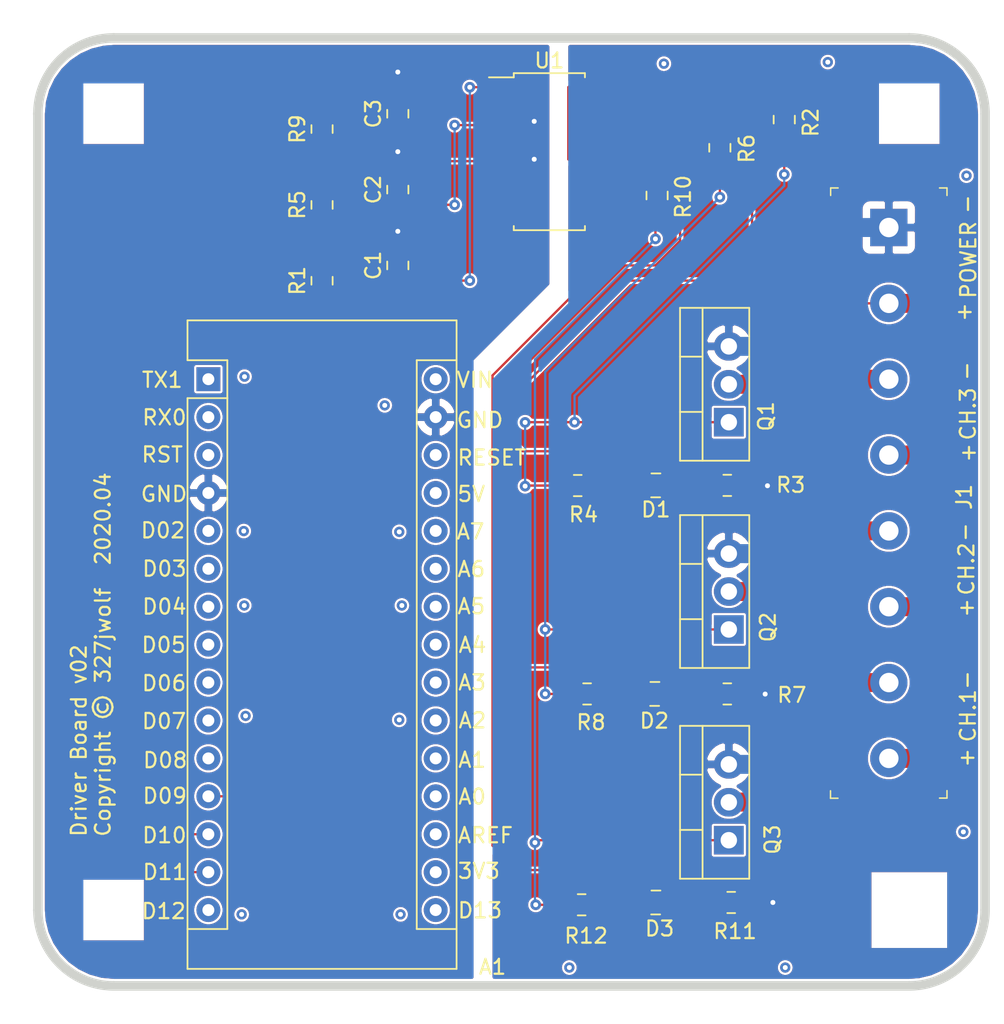
<source format=kicad_pcb>
(kicad_pcb (version 20171130) (host pcbnew 5.1.5-52549c5~86~ubuntu18.04.1)

  (general
    (thickness 1.6)
    (drawings 51)
    (tracks 258)
    (zones 0)
    (modules 28)
    (nets 47)
  )

  (page A4)
  (layers
    (0 F.Cu signal)
    (31 B.Cu signal)
    (32 B.Adhes user)
    (33 F.Adhes user)
    (34 B.Paste user)
    (35 F.Paste user)
    (36 B.SilkS user)
    (37 F.SilkS user)
    (38 B.Mask user)
    (39 F.Mask user)
    (40 Dwgs.User user)
    (41 Cmts.User user)
    (42 Eco1.User user)
    (43 Eco2.User user)
    (44 Edge.Cuts user)
    (45 Margin user)
    (46 B.CrtYd user)
    (47 F.CrtYd user)
    (48 B.Fab user)
    (49 F.Fab user)
  )

  (setup
    (last_trace_width 0.1524)
    (trace_clearance 0.1524)
    (zone_clearance 0.1524)
    (zone_45_only no)
    (trace_min 0.1524)
    (via_size 0.6858)
    (via_drill 0.3302)
    (via_min_size 0.508)
    (via_min_drill 0.254)
    (uvia_size 0.508)
    (uvia_drill 0.127)
    (uvias_allowed no)
    (uvia_min_size 0.508)
    (uvia_min_drill 0.127)
    (edge_width 0.05)
    (segment_width 0.2)
    (pcb_text_width 0.3)
    (pcb_text_size 1.5 1.5)
    (mod_edge_width 0.12)
    (mod_text_size 1 1)
    (mod_text_width 0.15)
    (pad_size 1.524 1.524)
    (pad_drill 0.762)
    (pad_to_mask_clearance 0.0508)
    (solder_mask_min_width 0.1016)
    (aux_axis_origin 0 0)
    (visible_elements FFFFFF7F)
    (pcbplotparams
      (layerselection 0x010fc_ffffffff)
      (usegerberextensions false)
      (usegerberattributes false)
      (usegerberadvancedattributes false)
      (creategerberjobfile false)
      (excludeedgelayer true)
      (linewidth 0.100000)
      (plotframeref false)
      (viasonmask false)
      (mode 1)
      (useauxorigin false)
      (hpglpennumber 1)
      (hpglpenspeed 20)
      (hpglpendiameter 15.000000)
      (psnegative false)
      (psa4output false)
      (plotreference true)
      (plotvalue true)
      (plotinvisibletext false)
      (padsonsilk false)
      (subtractmaskfromsilk false)
      (outputformat 1)
      (mirror false)
      (drillshape 1)
      (scaleselection 1)
      (outputdirectory ""))
  )

  (net 0 "")
  (net 1 "Net-(A1-Pad1)")
  (net 2 "Net-(A1-Pad17)")
  (net 3 "Net-(A1-Pad2)")
  (net 4 "Net-(A1-Pad18)")
  (net 5 "Net-(A1-Pad3)")
  (net 6 "Net-(A1-Pad19)")
  (net 7 GND)
  (net 8 "Net-(A1-Pad20)")
  (net 9 "Net-(A1-Pad5)")
  (net 10 "Net-(A1-Pad21)")
  (net 11 "Net-(A1-Pad6)")
  (net 12 "Net-(A1-Pad22)")
  (net 13 "Net-(A1-Pad7)")
  (net 14 "Net-(A1-Pad23)")
  (net 15 "Net-(A1-Pad8)")
  (net 16 "Net-(A1-Pad24)")
  (net 17 "Net-(A1-Pad9)")
  (net 18 "Net-(A1-Pad25)")
  (net 19 "Net-(A1-Pad10)")
  (net 20 "Net-(A1-Pad26)")
  (net 21 "Net-(A1-Pad11)")
  (net 22 "Net-(A1-Pad27)")
  (net 23 "Net-(A1-Pad12)")
  (net 24 "Net-(A1-Pad28)")
  (net 25 "Net-(A1-Pad13)")
  (net 26 "Net-(A1-Pad14)")
  (net 27 +5V)
  (net 28 "Net-(A1-Pad15)")
  (net 29 "Net-(A1-Pad16)")
  (net 30 "Net-(C1-Pad1)")
  (net 31 "Net-(C2-Pad1)")
  (net 32 "Net-(C3-Pad1)")
  (net 33 GNDPWR)
  (net 34 +24V)
  (net 35 "Net-(J1-Pad3)")
  (net 36 "Net-(J1-Pad5)")
  (net 37 "Net-(J1-Pad7)")
  (net 38 "Net-(Q1-Pad1)")
  (net 39 "Net-(Q2-Pad1)")
  (net 40 "Net-(Q3-Pad1)")
  (net 41 "Net-(D1-Pad1)")
  (net 42 "Net-(D1-Pad2)")
  (net 43 "Net-(D2-Pad2)")
  (net 44 "Net-(D2-Pad1)")
  (net 45 "Net-(D3-Pad2)")
  (net 46 "Net-(D3-Pad1)")

  (net_class Default "This is the default net class."
    (clearance 0.1524)
    (trace_width 0.1524)
    (via_dia 0.6858)
    (via_drill 0.3302)
    (uvia_dia 0.508)
    (uvia_drill 0.127)
    (diff_pair_width 0.1524)
    (diff_pair_gap 0.25)
    (add_net +24V)
    (add_net +5V)
    (add_net GND)
    (add_net GNDPWR)
    (add_net "Net-(A1-Pad1)")
    (add_net "Net-(A1-Pad10)")
    (add_net "Net-(A1-Pad11)")
    (add_net "Net-(A1-Pad12)")
    (add_net "Net-(A1-Pad13)")
    (add_net "Net-(A1-Pad14)")
    (add_net "Net-(A1-Pad15)")
    (add_net "Net-(A1-Pad16)")
    (add_net "Net-(A1-Pad17)")
    (add_net "Net-(A1-Pad18)")
    (add_net "Net-(A1-Pad19)")
    (add_net "Net-(A1-Pad2)")
    (add_net "Net-(A1-Pad20)")
    (add_net "Net-(A1-Pad21)")
    (add_net "Net-(A1-Pad22)")
    (add_net "Net-(A1-Pad23)")
    (add_net "Net-(A1-Pad24)")
    (add_net "Net-(A1-Pad25)")
    (add_net "Net-(A1-Pad26)")
    (add_net "Net-(A1-Pad27)")
    (add_net "Net-(A1-Pad28)")
    (add_net "Net-(A1-Pad3)")
    (add_net "Net-(A1-Pad5)")
    (add_net "Net-(A1-Pad6)")
    (add_net "Net-(A1-Pad7)")
    (add_net "Net-(A1-Pad8)")
    (add_net "Net-(A1-Pad9)")
    (add_net "Net-(C1-Pad1)")
    (add_net "Net-(C2-Pad1)")
    (add_net "Net-(C3-Pad1)")
    (add_net "Net-(D1-Pad1)")
    (add_net "Net-(D1-Pad2)")
    (add_net "Net-(D2-Pad1)")
    (add_net "Net-(D2-Pad2)")
    (add_net "Net-(D3-Pad1)")
    (add_net "Net-(D3-Pad2)")
    (add_net "Net-(J1-Pad3)")
    (add_net "Net-(J1-Pad5)")
    (add_net "Net-(J1-Pad7)")
    (add_net "Net-(Q1-Pad1)")
    (add_net "Net-(Q2-Pad1)")
    (add_net "Net-(Q3-Pad1)")
  )

  (module MountingHole:MountingHole_3.2mm_M3 (layer F.Cu) (tedit 56D1B4CB) (tstamp 5EA64ED8)
    (at 106.68 81.28)
    (descr "Mounting Hole 3.2mm, no annular, M3")
    (tags "mounting hole 3.2mm no annular m3")
    (path /5EA6F363)
    (attr virtual)
    (fp_text reference H4 (at 0 -4.2) (layer F.SilkS) hide
      (effects (font (size 1 1) (thickness 0.15)))
    )
    (fp_text value MountingHole (at 0 4.2) (layer F.Fab)
      (effects (font (size 1 1) (thickness 0.15)))
    )
    (fp_circle (center 0 0) (end 3.45 0) (layer F.CrtYd) (width 0.05))
    (fp_circle (center 0 0) (end 3.2 0) (layer Cmts.User) (width 0.15))
    (fp_text user %R (at 0.3 0) (layer F.Fab)
      (effects (font (size 1 1) (thickness 0.15)))
    )
    (pad 1 np_thru_hole circle (at 0 0) (size 3.2 3.2) (drill 3.2) (layers *.Cu *.Mask))
  )

  (module MountingHole:MountingHole_3.2mm_M3 (layer F.Cu) (tedit 56D1B4CB) (tstamp 5EA5C786)
    (at 106.68 134.62)
    (descr "Mounting Hole 3.2mm, no annular, M3")
    (tags "mounting hole 3.2mm no annular m3")
    (path /5EA6EF14)
    (attr virtual)
    (fp_text reference H3 (at 0 -4.2) (layer F.SilkS) hide
      (effects (font (size 1 1) (thickness 0.15)))
    )
    (fp_text value MountingHole (at 0 4.2) (layer F.Fab)
      (effects (font (size 1 1) (thickness 0.15)))
    )
    (fp_circle (center 0 0) (end 3.45 0) (layer F.CrtYd) (width 0.05))
    (fp_circle (center 0 0) (end 3.2 0) (layer Cmts.User) (width 0.15))
    (fp_text user %R (at 0.3 0) (layer F.Fab)
      (effects (font (size 1 1) (thickness 0.15)))
    )
    (pad 1 np_thru_hole circle (at 0 0) (size 3.2 3.2) (drill 3.2) (layers *.Cu *.Mask))
  )

  (module MountingHole:MountingHole_3.2mm_M3 (layer F.Cu) (tedit 56D1B4CB) (tstamp 5EA5C77E)
    (at 160.02 134.62)
    (descr "Mounting Hole 3.2mm, no annular, M3")
    (tags "mounting hole 3.2mm no annular m3")
    (path /5EA6EA62)
    (attr virtual)
    (fp_text reference H2 (at 0 -4.2) (layer F.SilkS) hide
      (effects (font (size 1 1) (thickness 0.15)))
    )
    (fp_text value MountingHole (at 0 4.2) (layer F.Fab)
      (effects (font (size 1 1) (thickness 0.15)))
    )
    (fp_circle (center 0 0) (end 3.45 0) (layer F.CrtYd) (width 0.05))
    (fp_circle (center 0 0) (end 3.2 0) (layer Cmts.User) (width 0.15))
    (fp_text user %R (at 0.3 0) (layer F.Fab)
      (effects (font (size 1 1) (thickness 0.15)))
    )
    (pad 1 np_thru_hole circle (at 0 0) (size 3.2 3.2) (drill 3.2) (layers *.Cu *.Mask))
  )

  (module MountingHole:MountingHole_3.2mm_M3 (layer F.Cu) (tedit 56D1B4CB) (tstamp 5EA64B8E)
    (at 160.02 81.28)
    (descr "Mounting Hole 3.2mm, no annular, M3")
    (tags "mounting hole 3.2mm no annular m3")
    (path /5EA642EE)
    (attr virtual)
    (fp_text reference H1 (at 0 -4.2) (layer F.SilkS) hide
      (effects (font (size 1 1) (thickness 0.15)))
    )
    (fp_text value MountingHole (at 0 4.2) (layer F.Fab)
      (effects (font (size 1 1) (thickness 0.15)))
    )
    (fp_circle (center 0 0) (end 3.45 0) (layer F.CrtYd) (width 0.05))
    (fp_circle (center 0 0) (end 3.2 0) (layer Cmts.User) (width 0.15))
    (fp_text user %R (at 0.3 0) (layer F.Fab)
      (effects (font (size 1 1) (thickness 0.15)))
    )
    (pad 1 np_thru_hole circle (at 0 0) (size 3.2 3.2) (drill 3.2) (layers *.Cu *.Mask))
  )

  (module Module:Arduino_Nano (layer F.Cu) (tedit 58ACAF70) (tstamp 5EA5BFBF)
    (at 113.03 99.06)
    (descr "Arduino Nano, http://www.mouser.com/pdfdocs/Gravitech_Arduino_Nano3_0.pdf")
    (tags "Arduino Nano")
    (path /5E9D1BC4)
    (fp_text reference A1 (at 19.05 39.37) (layer F.SilkS)
      (effects (font (size 1 1) (thickness 0.15)))
    )
    (fp_text value Arduino_Nano_v3.x (at 7.2898 15.4178 90) (layer F.Fab)
      (effects (font (size 1 1) (thickness 0.15)))
    )
    (fp_text user %R (at 6.35 19.05 90) (layer F.Fab)
      (effects (font (size 1 1) (thickness 0.15)))
    )
    (fp_line (start 1.27 1.27) (end 1.27 -1.27) (layer F.SilkS) (width 0.12))
    (fp_line (start 1.27 -1.27) (end -1.4 -1.27) (layer F.SilkS) (width 0.12))
    (fp_line (start -1.4 1.27) (end -1.4 39.5) (layer F.SilkS) (width 0.12))
    (fp_line (start -1.4 -3.94) (end -1.4 -1.27) (layer F.SilkS) (width 0.12))
    (fp_line (start 13.97 -1.27) (end 16.64 -1.27) (layer F.SilkS) (width 0.12))
    (fp_line (start 13.97 -1.27) (end 13.97 36.83) (layer F.SilkS) (width 0.12))
    (fp_line (start 13.97 36.83) (end 16.64 36.83) (layer F.SilkS) (width 0.12))
    (fp_line (start 1.27 1.27) (end -1.4 1.27) (layer F.SilkS) (width 0.12))
    (fp_line (start 1.27 1.27) (end 1.27 36.83) (layer F.SilkS) (width 0.12))
    (fp_line (start 1.27 36.83) (end -1.4 36.83) (layer F.SilkS) (width 0.12))
    (fp_line (start 3.81 31.75) (end 11.43 31.75) (layer F.Fab) (width 0.1))
    (fp_line (start 11.43 31.75) (end 11.43 41.91) (layer F.Fab) (width 0.1))
    (fp_line (start 11.43 41.91) (end 3.81 41.91) (layer F.Fab) (width 0.1))
    (fp_line (start 3.81 41.91) (end 3.81 31.75) (layer F.Fab) (width 0.1))
    (fp_line (start -1.4 39.5) (end 16.64 39.5) (layer F.SilkS) (width 0.12))
    (fp_line (start 16.64 39.5) (end 16.64 -3.94) (layer F.SilkS) (width 0.12))
    (fp_line (start 16.64 -3.94) (end -1.4 -3.94) (layer F.SilkS) (width 0.12))
    (fp_line (start 16.51 39.37) (end -1.27 39.37) (layer F.Fab) (width 0.1))
    (fp_line (start -1.27 39.37) (end -1.27 -2.54) (layer F.Fab) (width 0.1))
    (fp_line (start -1.27 -2.54) (end 0 -3.81) (layer F.Fab) (width 0.1))
    (fp_line (start 0 -3.81) (end 16.51 -3.81) (layer F.Fab) (width 0.1))
    (fp_line (start 16.51 -3.81) (end 16.51 39.37) (layer F.Fab) (width 0.1))
    (fp_line (start -1.53 -4.06) (end 16.75 -4.06) (layer F.CrtYd) (width 0.05))
    (fp_line (start -1.53 -4.06) (end -1.53 42.16) (layer F.CrtYd) (width 0.05))
    (fp_line (start 16.75 42.16) (end 16.75 -4.06) (layer F.CrtYd) (width 0.05))
    (fp_line (start 16.75 42.16) (end -1.53 42.16) (layer F.CrtYd) (width 0.05))
    (pad 1 thru_hole rect (at 0 0) (size 1.6 1.6) (drill 0.8) (layers *.Cu *.Mask)
      (net 1 "Net-(A1-Pad1)"))
    (pad 17 thru_hole oval (at 15.24 33.02) (size 1.6 1.6) (drill 0.8) (layers *.Cu *.Mask)
      (net 2 "Net-(A1-Pad17)"))
    (pad 2 thru_hole oval (at 0 2.54) (size 1.6 1.6) (drill 0.8) (layers *.Cu *.Mask)
      (net 3 "Net-(A1-Pad2)"))
    (pad 18 thru_hole oval (at 15.24 30.48) (size 1.6 1.6) (drill 0.8) (layers *.Cu *.Mask)
      (net 4 "Net-(A1-Pad18)"))
    (pad 3 thru_hole oval (at 0 5.08) (size 1.6 1.6) (drill 0.8) (layers *.Cu *.Mask)
      (net 5 "Net-(A1-Pad3)"))
    (pad 19 thru_hole oval (at 15.24 27.94) (size 1.6 1.6) (drill 0.8) (layers *.Cu *.Mask)
      (net 6 "Net-(A1-Pad19)"))
    (pad 4 thru_hole oval (at 0 7.62) (size 1.6 1.6) (drill 0.8) (layers *.Cu *.Mask)
      (net 7 GND))
    (pad 20 thru_hole oval (at 15.24 25.4) (size 1.6 1.6) (drill 0.8) (layers *.Cu *.Mask)
      (net 8 "Net-(A1-Pad20)"))
    (pad 5 thru_hole oval (at 0 10.16) (size 1.6 1.6) (drill 0.8) (layers *.Cu *.Mask)
      (net 9 "Net-(A1-Pad5)"))
    (pad 21 thru_hole oval (at 15.24 22.86) (size 1.6 1.6) (drill 0.8) (layers *.Cu *.Mask)
      (net 10 "Net-(A1-Pad21)"))
    (pad 6 thru_hole oval (at 0 12.7) (size 1.6 1.6) (drill 0.8) (layers *.Cu *.Mask)
      (net 11 "Net-(A1-Pad6)"))
    (pad 22 thru_hole oval (at 15.24 20.32) (size 1.6 1.6) (drill 0.8) (layers *.Cu *.Mask)
      (net 12 "Net-(A1-Pad22)"))
    (pad 7 thru_hole oval (at 0 15.24) (size 1.6 1.6) (drill 0.8) (layers *.Cu *.Mask)
      (net 13 "Net-(A1-Pad7)"))
    (pad 23 thru_hole oval (at 15.24 17.78) (size 1.6 1.6) (drill 0.8) (layers *.Cu *.Mask)
      (net 14 "Net-(A1-Pad23)"))
    (pad 8 thru_hole oval (at 0 17.78) (size 1.6 1.6) (drill 0.8) (layers *.Cu *.Mask)
      (net 15 "Net-(A1-Pad8)"))
    (pad 24 thru_hole oval (at 15.24 15.24) (size 1.6 1.6) (drill 0.8) (layers *.Cu *.Mask)
      (net 16 "Net-(A1-Pad24)"))
    (pad 9 thru_hole oval (at 0 20.32) (size 1.6 1.6) (drill 0.8) (layers *.Cu *.Mask)
      (net 17 "Net-(A1-Pad9)"))
    (pad 25 thru_hole oval (at 15.24 12.7) (size 1.6 1.6) (drill 0.8) (layers *.Cu *.Mask)
      (net 18 "Net-(A1-Pad25)"))
    (pad 10 thru_hole oval (at 0 22.86) (size 1.6 1.6) (drill 0.8) (layers *.Cu *.Mask)
      (net 19 "Net-(A1-Pad10)"))
    (pad 26 thru_hole oval (at 15.24 10.16) (size 1.6 1.6) (drill 0.8) (layers *.Cu *.Mask)
      (net 20 "Net-(A1-Pad26)"))
    (pad 11 thru_hole oval (at 0 25.4) (size 1.6 1.6) (drill 0.8) (layers *.Cu *.Mask)
      (net 21 "Net-(A1-Pad11)"))
    (pad 27 thru_hole oval (at 15.24 7.62) (size 1.6 1.6) (drill 0.8) (layers *.Cu *.Mask)
      (net 22 "Net-(A1-Pad27)"))
    (pad 12 thru_hole oval (at 0 27.94) (size 1.6 1.6) (drill 0.8) (layers *.Cu *.Mask)
      (net 23 "Net-(A1-Pad12)"))
    (pad 28 thru_hole oval (at 15.24 5.08) (size 1.6 1.6) (drill 0.8) (layers *.Cu *.Mask)
      (net 24 "Net-(A1-Pad28)"))
    (pad 13 thru_hole oval (at 0 30.48) (size 1.6 1.6) (drill 0.8) (layers *.Cu *.Mask)
      (net 25 "Net-(A1-Pad13)"))
    (pad 29 thru_hole oval (at 15.24 2.54) (size 1.6 1.6) (drill 0.8) (layers *.Cu *.Mask)
      (net 7 GND))
    (pad 14 thru_hole oval (at 0 33.02) (size 1.6 1.6) (drill 0.8) (layers *.Cu *.Mask)
      (net 26 "Net-(A1-Pad14)"))
    (pad 30 thru_hole oval (at 15.24 0) (size 1.6 1.6) (drill 0.8) (layers *.Cu *.Mask)
      (net 27 +5V))
    (pad 15 thru_hole oval (at 0 35.56) (size 1.6 1.6) (drill 0.8) (layers *.Cu *.Mask)
      (net 28 "Net-(A1-Pad15)"))
    (pad 16 thru_hole oval (at 15.24 35.56) (size 1.6 1.6) (drill 0.8) (layers *.Cu *.Mask)
      (net 29 "Net-(A1-Pad16)"))
    (model ${KISYS3DMOD}/Module.3dshapes/Arduino_Nano_WithMountingHoles.wrl
      (at (xyz 0 0 0))
      (scale (xyz 1 1 1))
      (rotate (xyz 0 0 0))
    )
  )

  (module Capacitor_SMD:C_0805_2012Metric_Pad1.15x1.40mm_HandSolder (layer F.Cu) (tedit 5B36C52B) (tstamp 5EA5D9D3)
    (at 125.73 91.44 90)
    (descr "Capacitor SMD 0805 (2012 Metric), square (rectangular) end terminal, IPC_7351 nominal with elongated pad for handsoldering. (Body size source: https://docs.google.com/spreadsheets/d/1BsfQQcO9C6DZCsRaXUlFlo91Tg2WpOkGARC1WS5S8t0/edit?usp=sharing), generated with kicad-footprint-generator")
    (tags "capacitor handsolder")
    (path /5E9D3200)
    (attr smd)
    (fp_text reference C1 (at 0 -1.65 90) (layer F.SilkS)
      (effects (font (size 1 1) (thickness 0.15)))
    )
    (fp_text value 10nf (at 0 1.65 90) (layer F.Fab)
      (effects (font (size 1 1) (thickness 0.15)))
    )
    (fp_line (start -1 0.6) (end -1 -0.6) (layer F.Fab) (width 0.1))
    (fp_line (start -1 -0.6) (end 1 -0.6) (layer F.Fab) (width 0.1))
    (fp_line (start 1 -0.6) (end 1 0.6) (layer F.Fab) (width 0.1))
    (fp_line (start 1 0.6) (end -1 0.6) (layer F.Fab) (width 0.1))
    (fp_line (start -0.261252 -0.71) (end 0.261252 -0.71) (layer F.SilkS) (width 0.12))
    (fp_line (start -0.261252 0.71) (end 0.261252 0.71) (layer F.SilkS) (width 0.12))
    (fp_line (start -1.85 0.95) (end -1.85 -0.95) (layer F.CrtYd) (width 0.05))
    (fp_line (start -1.85 -0.95) (end 1.85 -0.95) (layer F.CrtYd) (width 0.05))
    (fp_line (start 1.85 -0.95) (end 1.85 0.95) (layer F.CrtYd) (width 0.05))
    (fp_line (start 1.85 0.95) (end -1.85 0.95) (layer F.CrtYd) (width 0.05))
    (fp_text user %R (at -0.605001 0.014999 90) (layer F.Fab)
      (effects (font (size 0.5 0.5) (thickness 0.08)))
    )
    (pad 1 smd roundrect (at -1.025 0 90) (size 1.15 1.4) (layers F.Cu F.Paste F.Mask) (roundrect_rratio 0.217391)
      (net 30 "Net-(C1-Pad1)"))
    (pad 2 smd roundrect (at 1.025 0 90) (size 1.15 1.4) (layers F.Cu F.Paste F.Mask) (roundrect_rratio 0.217391)
      (net 7 GND))
    (model ${KISYS3DMOD}/Capacitor_SMD.3dshapes/C_0805_2012Metric.wrl
      (at (xyz 0 0 0))
      (scale (xyz 1 1 1))
      (rotate (xyz 0 0 0))
    )
  )

  (module Capacitor_SMD:C_0805_2012Metric_Pad1.15x1.40mm_HandSolder (layer F.Cu) (tedit 5B36C52B) (tstamp 5E9E9F56)
    (at 125.73 86.36 90)
    (descr "Capacitor SMD 0805 (2012 Metric), square (rectangular) end terminal, IPC_7351 nominal with elongated pad for handsoldering. (Body size source: https://docs.google.com/spreadsheets/d/1BsfQQcO9C6DZCsRaXUlFlo91Tg2WpOkGARC1WS5S8t0/edit?usp=sharing), generated with kicad-footprint-generator")
    (tags "capacitor handsolder")
    (path /5EA667EE)
    (attr smd)
    (fp_text reference C2 (at 0 -1.65 90) (layer F.SilkS)
      (effects (font (size 1 1) (thickness 0.15)))
    )
    (fp_text value 10nf (at 0 1.65 90) (layer F.Fab)
      (effects (font (size 1 1) (thickness 0.15)))
    )
    (fp_text user %R (at 0 0 90) (layer F.Fab)
      (effects (font (size 0.5 0.5) (thickness 0.08)))
    )
    (fp_line (start 1.85 0.95) (end -1.85 0.95) (layer F.CrtYd) (width 0.05))
    (fp_line (start 1.85 -0.95) (end 1.85 0.95) (layer F.CrtYd) (width 0.05))
    (fp_line (start -1.85 -0.95) (end 1.85 -0.95) (layer F.CrtYd) (width 0.05))
    (fp_line (start -1.85 0.95) (end -1.85 -0.95) (layer F.CrtYd) (width 0.05))
    (fp_line (start -0.261252 0.71) (end 0.261252 0.71) (layer F.SilkS) (width 0.12))
    (fp_line (start -0.261252 -0.71) (end 0.261252 -0.71) (layer F.SilkS) (width 0.12))
    (fp_line (start 1 0.6) (end -1 0.6) (layer F.Fab) (width 0.1))
    (fp_line (start 1 -0.6) (end 1 0.6) (layer F.Fab) (width 0.1))
    (fp_line (start -1 -0.6) (end 1 -0.6) (layer F.Fab) (width 0.1))
    (fp_line (start -1 0.6) (end -1 -0.6) (layer F.Fab) (width 0.1))
    (pad 2 smd roundrect (at 1.025 0 90) (size 1.15 1.4) (layers F.Cu F.Paste F.Mask) (roundrect_rratio 0.217391)
      (net 7 GND))
    (pad 1 smd roundrect (at -1.025 0 90) (size 1.15 1.4) (layers F.Cu F.Paste F.Mask) (roundrect_rratio 0.217391)
      (net 31 "Net-(C2-Pad1)"))
    (model ${KISYS3DMOD}/Capacitor_SMD.3dshapes/C_0805_2012Metric.wrl
      (at (xyz 0 0 0))
      (scale (xyz 1 1 1))
      (rotate (xyz 0 0 0))
    )
  )

  (module Capacitor_SMD:C_0805_2012Metric_Pad1.15x1.40mm_HandSolder (layer F.Cu) (tedit 5B36C52B) (tstamp 5E9E9F67)
    (at 125.73 81.28 90)
    (descr "Capacitor SMD 0805 (2012 Metric), square (rectangular) end terminal, IPC_7351 nominal with elongated pad for handsoldering. (Body size source: https://docs.google.com/spreadsheets/d/1BsfQQcO9C6DZCsRaXUlFlo91Tg2WpOkGARC1WS5S8t0/edit?usp=sharing), generated with kicad-footprint-generator")
    (tags "capacitor handsolder")
    (path /5EA8B0FE)
    (attr smd)
    (fp_text reference C3 (at 0 -1.65 90) (layer F.SilkS)
      (effects (font (size 1 1) (thickness 0.15)))
    )
    (fp_text value 10nf (at 0 1.65 90) (layer F.Fab)
      (effects (font (size 1 1) (thickness 0.15)))
    )
    (fp_line (start -1 0.6) (end -1 -0.6) (layer F.Fab) (width 0.1))
    (fp_line (start -1 -0.6) (end 1 -0.6) (layer F.Fab) (width 0.1))
    (fp_line (start 1 -0.6) (end 1 0.6) (layer F.Fab) (width 0.1))
    (fp_line (start 1 0.6) (end -1 0.6) (layer F.Fab) (width 0.1))
    (fp_line (start -0.261252 -0.71) (end 0.261252 -0.71) (layer F.SilkS) (width 0.12))
    (fp_line (start -0.261252 0.71) (end 0.261252 0.71) (layer F.SilkS) (width 0.12))
    (fp_line (start -1.85 0.95) (end -1.85 -0.95) (layer F.CrtYd) (width 0.05))
    (fp_line (start -1.85 -0.95) (end 1.85 -0.95) (layer F.CrtYd) (width 0.05))
    (fp_line (start 1.85 -0.95) (end 1.85 0.95) (layer F.CrtYd) (width 0.05))
    (fp_line (start 1.85 0.95) (end -1.85 0.95) (layer F.CrtYd) (width 0.05))
    (fp_text user %R (at 0 0 90) (layer F.Fab)
      (effects (font (size 0.5 0.5) (thickness 0.08)))
    )
    (pad 1 smd roundrect (at -1.025 0 90) (size 1.15 1.4) (layers F.Cu F.Paste F.Mask) (roundrect_rratio 0.217391)
      (net 32 "Net-(C3-Pad1)"))
    (pad 2 smd roundrect (at 1.025 0 90) (size 1.15 1.4) (layers F.Cu F.Paste F.Mask) (roundrect_rratio 0.217391)
      (net 7 GND))
    (model ${KISYS3DMOD}/Capacitor_SMD.3dshapes/C_0805_2012Metric.wrl
      (at (xyz 0 0 0))
      (scale (xyz 1 1 1))
      (rotate (xyz 0 0 0))
    )
  )

  (module digikey-footprints:Term_Block_1x8_P5.08mm (layer F.Cu) (tedit 5D419A27) (tstamp 5EA5CB01)
    (at 158.6484 88.9 270)
    (descr http://www.on-shore.com/wp-content/uploads/2015/09/osttcxx2162.pdf)
    (path /5EA4E550)
    (fp_text reference J1 (at 18.05 -5.05 90) (layer F.SilkS)
      (effects (font (size 1 1) (thickness 0.15)))
    )
    (fp_text value Screw_Terminal_01x08 (at 18.65 5.2 90) (layer F.Fab)
      (effects (font (size 1 1) (thickness 0.15)))
    )
    (fp_text user %R (at 17.75 0.15 90) (layer F.Fab)
      (effects (font (size 1 1) (thickness 0.15)))
    )
    (fp_line (start -2.75 -4.05) (end -2.75 4.05) (layer F.CrtYd) (width 0.05))
    (fp_line (start 38.35 4.05) (end -2.75 4.05) (layer F.CrtYd) (width 0.05))
    (fp_line (start 38.35 -4.05) (end 38.35 4.05) (layer F.CrtYd) (width 0.05))
    (fp_line (start 38.35 -4.05) (end -2.75 -4.05) (layer F.CrtYd) (width 0.05))
    (fp_line (start 38.22 -3.9) (end 37.72 -3.9) (layer F.SilkS) (width 0.1))
    (fp_line (start 38.22 -3.9) (end 38.22 -3.4) (layer F.SilkS) (width 0.1))
    (fp_line (start 38.23 3.91) (end 37.73 3.91) (layer F.SilkS) (width 0.1))
    (fp_line (start 38.23 3.41) (end 38.23 3.91) (layer F.SilkS) (width 0.1))
    (fp_line (start -2.65 3.9) (end -2.15 3.9) (layer F.SilkS) (width 0.1))
    (fp_line (start -2.65 3.4) (end -2.65 3.9) (layer F.SilkS) (width 0.1))
    (fp_line (start -2.65 -3.9) (end -2.65 -3.4) (layer F.SilkS) (width 0.1))
    (fp_line (start -2.65 -3.9) (end -2.15 -3.9) (layer F.SilkS) (width 0.1))
    (fp_line (start -2.54 3.8) (end 38.1 3.8) (layer F.Fab) (width 0.1))
    (fp_line (start 38.1 -3.8) (end 38.1 3.8) (layer F.Fab) (width 0.1))
    (fp_line (start -2.54 -3.8) (end 38.1 -3.8) (layer F.Fab) (width 0.1))
    (fp_line (start -2.54 -3.8) (end -2.54 3.8) (layer F.Fab) (width 0.1))
    (pad 1 thru_hole rect (at 0 0 270) (size 2.5 2.5) (drill 1.3) (layers *.Cu *.Mask)
      (net 33 GNDPWR))
    (pad 2 thru_hole circle (at 5.08 0 270) (size 2.5 2.5) (drill 1.3) (layers *.Cu *.Mask)
      (net 34 +24V))
    (pad 3 thru_hole circle (at 10.16 0 270) (size 2.5 2.5) (drill 1.3) (layers *.Cu *.Mask)
      (net 35 "Net-(J1-Pad3)"))
    (pad 4 thru_hole circle (at 15.24 0 270) (size 2.5 2.5) (drill 1.3) (layers *.Cu *.Mask)
      (net 34 +24V))
    (pad 5 thru_hole circle (at 20.32 0 270) (size 2.5 2.5) (drill 1.3) (layers *.Cu *.Mask)
      (net 36 "Net-(J1-Pad5)"))
    (pad 6 thru_hole circle (at 25.4 0 270) (size 2.5 2.5) (drill 1.3) (layers *.Cu *.Mask)
      (net 34 +24V))
    (pad 7 thru_hole circle (at 30.48 0 270) (size 2.5 2.5) (drill 1.3) (layers *.Cu *.Mask)
      (net 37 "Net-(J1-Pad7)"))
    (pad 8 thru_hole circle (at 35.56 0 270) (size 2.5 2.5) (drill 1.3) (layers *.Cu *.Mask)
      (net 34 +24V))
  )

  (module Package_TO_SOT_THT:TO-220-3_Vertical locked (layer F.Cu) (tedit 5AC8BA0D) (tstamp 5E9E9F9E)
    (at 147.921 101.9408 90)
    (descr "TO-220-3, Vertical, RM 2.54mm, see https://www.vishay.com/docs/66542/to-220-1.pdf")
    (tags "TO-220-3 Vertical RM 2.54mm")
    (path /5E97C8CB)
    (fp_text reference Q1 (at 0.3916 2.4978 90) (layer F.SilkS)
      (effects (font (size 1 1) (thickness 0.15)))
    )
    (fp_text value IRF540N (at 2.54 2.5 90) (layer F.Fab)
      (effects (font (size 1 1) (thickness 0.15)))
    )
    (fp_line (start -2.46 -3.15) (end -2.46 1.25) (layer F.Fab) (width 0.1))
    (fp_line (start -2.46 1.25) (end 7.54 1.25) (layer F.Fab) (width 0.1))
    (fp_line (start 7.54 1.25) (end 7.54 -3.15) (layer F.Fab) (width 0.1))
    (fp_line (start 7.54 -3.15) (end -2.46 -3.15) (layer F.Fab) (width 0.1))
    (fp_line (start -2.46 -1.88) (end 7.54 -1.88) (layer F.Fab) (width 0.1))
    (fp_line (start 0.69 -3.15) (end 0.69 -1.88) (layer F.Fab) (width 0.1))
    (fp_line (start 4.39 -3.15) (end 4.39 -1.88) (layer F.Fab) (width 0.1))
    (fp_line (start -2.58 -3.27) (end 7.66 -3.27) (layer F.SilkS) (width 0.12))
    (fp_line (start -2.58 1.371) (end 7.66 1.371) (layer F.SilkS) (width 0.12))
    (fp_line (start -2.58 -3.27) (end -2.58 1.371) (layer F.SilkS) (width 0.12))
    (fp_line (start 7.66 -3.27) (end 7.66 1.371) (layer F.SilkS) (width 0.12))
    (fp_line (start -2.58 -1.76) (end 7.66 -1.76) (layer F.SilkS) (width 0.12))
    (fp_line (start 0.69 -3.27) (end 0.69 -1.76) (layer F.SilkS) (width 0.12))
    (fp_line (start 4.391 -3.27) (end 4.391 -1.76) (layer F.SilkS) (width 0.12))
    (fp_line (start -2.71 -3.4) (end -2.71 1.51) (layer F.CrtYd) (width 0.05))
    (fp_line (start -2.71 1.51) (end 7.79 1.51) (layer F.CrtYd) (width 0.05))
    (fp_line (start 7.79 1.51) (end 7.79 -3.4) (layer F.CrtYd) (width 0.05))
    (fp_line (start 7.79 -3.4) (end -2.71 -3.4) (layer F.CrtYd) (width 0.05))
    (fp_text user %R (at 2.54 -4.27 90) (layer F.Fab)
      (effects (font (size 1 1) (thickness 0.15)))
    )
    (pad 1 thru_hole rect (at 0 0 90) (size 1.905 2) (drill 1.1) (layers *.Cu *.Mask)
      (net 38 "Net-(Q1-Pad1)"))
    (pad 2 thru_hole oval (at 2.54 0 90) (size 1.905 2) (drill 1.1) (layers *.Cu *.Mask)
      (net 35 "Net-(J1-Pad3)"))
    (pad 3 thru_hole oval (at 5.08 0 90) (size 1.905 2) (drill 1.1) (layers *.Cu *.Mask)
      (net 33 GNDPWR))
    (model ${KISYS3DMOD}/Package_TO_SOT_THT.3dshapes/TO-220-3_Vertical.wrl
      (at (xyz 0 0 0))
      (scale (xyz 1 1 1))
      (rotate (xyz 0 0 0))
    )
  )

  (module Package_TO_SOT_THT:TO-220-3_Vertical locked (layer F.Cu) (tedit 5AC8BA0D) (tstamp 5E9E9FB8)
    (at 147.921 115.824 90)
    (descr "TO-220-3, Vertical, RM 2.54mm, see https://www.vishay.com/docs/66542/to-220-1.pdf")
    (tags "TO-220-3 Vertical RM 2.54mm")
    (path /5EA667D6)
    (fp_text reference Q2 (at 0.1524 2.6248 90) (layer F.SilkS)
      (effects (font (size 1 1) (thickness 0.15)))
    )
    (fp_text value IRF540N (at 2.54 2.5 90) (layer F.Fab)
      (effects (font (size 1 1) (thickness 0.15)))
    )
    (fp_line (start -2.46 -3.15) (end -2.46 1.25) (layer F.Fab) (width 0.1))
    (fp_line (start -2.46 1.25) (end 7.54 1.25) (layer F.Fab) (width 0.1))
    (fp_line (start 7.54 1.25) (end 7.54 -3.15) (layer F.Fab) (width 0.1))
    (fp_line (start 7.54 -3.15) (end -2.46 -3.15) (layer F.Fab) (width 0.1))
    (fp_line (start -2.46 -1.88) (end 7.54 -1.88) (layer F.Fab) (width 0.1))
    (fp_line (start 0.69 -3.15) (end 0.69 -1.88) (layer F.Fab) (width 0.1))
    (fp_line (start 4.39 -3.15) (end 4.39 -1.88) (layer F.Fab) (width 0.1))
    (fp_line (start -2.58 -3.27) (end 7.66 -3.27) (layer F.SilkS) (width 0.12))
    (fp_line (start -2.58 1.371) (end 7.66 1.371) (layer F.SilkS) (width 0.12))
    (fp_line (start -2.58 -3.27) (end -2.58 1.371) (layer F.SilkS) (width 0.12))
    (fp_line (start 7.66 -3.27) (end 7.66 1.371) (layer F.SilkS) (width 0.12))
    (fp_line (start -2.58 -1.76) (end 7.66 -1.76) (layer F.SilkS) (width 0.12))
    (fp_line (start 0.69 -3.27) (end 0.69 -1.76) (layer F.SilkS) (width 0.12))
    (fp_line (start 4.391 -3.27) (end 4.391 -1.76) (layer F.SilkS) (width 0.12))
    (fp_line (start -2.71 -3.4) (end -2.71 1.51) (layer F.CrtYd) (width 0.05))
    (fp_line (start -2.71 1.51) (end 7.79 1.51) (layer F.CrtYd) (width 0.05))
    (fp_line (start 7.79 1.51) (end 7.79 -3.4) (layer F.CrtYd) (width 0.05))
    (fp_line (start 7.79 -3.4) (end -2.71 -3.4) (layer F.CrtYd) (width 0.05))
    (fp_text user %R (at 2.54 -4.27 90) (layer F.Fab)
      (effects (font (size 1 1) (thickness 0.15)))
    )
    (pad 1 thru_hole rect (at 0 0 90) (size 1.905 2) (drill 1.1) (layers *.Cu *.Mask)
      (net 39 "Net-(Q2-Pad1)"))
    (pad 2 thru_hole oval (at 2.54 0 90) (size 1.905 2) (drill 1.1) (layers *.Cu *.Mask)
      (net 36 "Net-(J1-Pad5)"))
    (pad 3 thru_hole oval (at 5.08 0 90) (size 1.905 2) (drill 1.1) (layers *.Cu *.Mask)
      (net 33 GNDPWR))
    (model ${KISYS3DMOD}/Package_TO_SOT_THT.3dshapes/TO-220-3_Vertical.wrl
      (at (xyz 0 0 0))
      (scale (xyz 1 1 1))
      (rotate (xyz 0 0 0))
    )
  )

  (module Package_TO_SOT_THT:TO-220-3_Vertical (layer F.Cu) (tedit 5AC8BA0D) (tstamp 5E9E9FD2)
    (at 147.921 129.9408 90)
    (descr "TO-220-3, Vertical, RM 2.54mm, see https://www.vishay.com/docs/66542/to-220-1.pdf")
    (tags "TO-220-3 Vertical RM 2.54mm")
    (path /5EA8B0E6)
    (fp_text reference Q3 (at 0.0452 2.9296 90) (layer F.SilkS)
      (effects (font (size 1 1) (thickness 0.15)))
    )
    (fp_text value IRF540N (at 2.54 2.5 90) (layer F.Fab)
      (effects (font (size 1 1) (thickness 0.15)))
    )
    (fp_text user %R (at 2.54 -4.27 90) (layer F.Fab)
      (effects (font (size 1 1) (thickness 0.15)))
    )
    (fp_line (start 7.79 -3.4) (end -2.71 -3.4) (layer F.CrtYd) (width 0.05))
    (fp_line (start 7.79 1.51) (end 7.79 -3.4) (layer F.CrtYd) (width 0.05))
    (fp_line (start -2.71 1.51) (end 7.79 1.51) (layer F.CrtYd) (width 0.05))
    (fp_line (start -2.71 -3.4) (end -2.71 1.51) (layer F.CrtYd) (width 0.05))
    (fp_line (start 4.391 -3.27) (end 4.391 -1.76) (layer F.SilkS) (width 0.12))
    (fp_line (start 0.69 -3.27) (end 0.69 -1.76) (layer F.SilkS) (width 0.12))
    (fp_line (start -2.58 -1.76) (end 7.66 -1.76) (layer F.SilkS) (width 0.12))
    (fp_line (start 7.66 -3.27) (end 7.66 1.371) (layer F.SilkS) (width 0.12))
    (fp_line (start -2.58 -3.27) (end -2.58 1.371) (layer F.SilkS) (width 0.12))
    (fp_line (start -2.58 1.371) (end 7.66 1.371) (layer F.SilkS) (width 0.12))
    (fp_line (start -2.58 -3.27) (end 7.66 -3.27) (layer F.SilkS) (width 0.12))
    (fp_line (start 4.39 -3.15) (end 4.39 -1.88) (layer F.Fab) (width 0.1))
    (fp_line (start 0.69 -3.15) (end 0.69 -1.88) (layer F.Fab) (width 0.1))
    (fp_line (start -2.46 -1.88) (end 7.54 -1.88) (layer F.Fab) (width 0.1))
    (fp_line (start 7.54 -3.15) (end -2.46 -3.15) (layer F.Fab) (width 0.1))
    (fp_line (start 7.54 1.25) (end 7.54 -3.15) (layer F.Fab) (width 0.1))
    (fp_line (start -2.46 1.25) (end 7.54 1.25) (layer F.Fab) (width 0.1))
    (fp_line (start -2.46 -3.15) (end -2.46 1.25) (layer F.Fab) (width 0.1))
    (pad 3 thru_hole oval (at 5.08 0 90) (size 1.905 2) (drill 1.1) (layers *.Cu *.Mask)
      (net 33 GNDPWR))
    (pad 2 thru_hole oval (at 2.54 0 90) (size 1.905 2) (drill 1.1) (layers *.Cu *.Mask)
      (net 37 "Net-(J1-Pad7)"))
    (pad 1 thru_hole rect (at 0 0 90) (size 1.905 2) (drill 1.1) (layers *.Cu *.Mask)
      (net 40 "Net-(Q3-Pad1)"))
    (model ${KISYS3DMOD}/Package_TO_SOT_THT.3dshapes/TO-220-3_Vertical.wrl
      (at (xyz 0 0 0))
      (scale (xyz 1 1 1))
      (rotate (xyz 0 0 0))
    )
  )

  (module Resistor_SMD:R_0805_2012Metric_Pad1.15x1.40mm_HandSolder (layer F.Cu) (tedit 5B36C52B) (tstamp 5EA5DC5A)
    (at 120.65 92.465 90)
    (descr "Resistor SMD 0805 (2012 Metric), square (rectangular) end terminal, IPC_7351 nominal with elongated pad for handsoldering. (Body size source: https://docs.google.com/spreadsheets/d/1BsfQQcO9C6DZCsRaXUlFlo91Tg2WpOkGARC1WS5S8t0/edit?usp=sharing), generated with kicad-footprint-generator")
    (tags "resistor handsolder")
    (path /5E9D6E2E)
    (attr smd)
    (fp_text reference R1 (at 0 -1.65 90) (layer F.SilkS)
      (effects (font (size 1 1) (thickness 0.15)))
    )
    (fp_text value 470 (at 0 1.65 90) (layer F.Fab)
      (effects (font (size 1 1) (thickness 0.15)))
    )
    (fp_line (start -1 0.6) (end -1 -0.6) (layer F.Fab) (width 0.1))
    (fp_line (start -1 -0.6) (end 1 -0.6) (layer F.Fab) (width 0.1))
    (fp_line (start 1 -0.6) (end 1 0.6) (layer F.Fab) (width 0.1))
    (fp_line (start 1 0.6) (end -1 0.6) (layer F.Fab) (width 0.1))
    (fp_line (start -0.261252 -0.71) (end 0.261252 -0.71) (layer F.SilkS) (width 0.12))
    (fp_line (start -0.261252 0.71) (end 0.261252 0.71) (layer F.SilkS) (width 0.12))
    (fp_line (start -1.85 0.95) (end -1.85 -0.95) (layer F.CrtYd) (width 0.05))
    (fp_line (start -1.85 -0.95) (end 1.85 -0.95) (layer F.CrtYd) (width 0.05))
    (fp_line (start 1.85 -0.95) (end 1.85 0.95) (layer F.CrtYd) (width 0.05))
    (fp_line (start 1.85 0.95) (end -1.85 0.95) (layer F.CrtYd) (width 0.05))
    (fp_text user %R (at 0 0 90) (layer F.Fab)
      (effects (font (size 0.5 0.5) (thickness 0.08)))
    )
    (pad 1 smd roundrect (at -1.025 0 90) (size 1.15 1.4) (layers F.Cu F.Paste F.Mask) (roundrect_rratio 0.217391)
      (net 30 "Net-(C1-Pad1)"))
    (pad 2 smd roundrect (at 1.025 0 90) (size 1.15 1.4) (layers F.Cu F.Paste F.Mask) (roundrect_rratio 0.217391)
      (net 23 "Net-(A1-Pad12)"))
    (model ${KISYS3DMOD}/Resistor_SMD.3dshapes/R_0805_2012Metric.wrl
      (at (xyz 0 0 0))
      (scale (xyz 1 1 1))
      (rotate (xyz 0 0 0))
    )
  )

  (module Resistor_SMD:R_0805_2012Metric_Pad1.15x1.40mm_HandSolder (layer F.Cu) (tedit 5B36C52B) (tstamp 5E9E9FF4)
    (at 151.638 81.67254 90)
    (descr "Resistor SMD 0805 (2012 Metric), square (rectangular) end terminal, IPC_7351 nominal with elongated pad for handsoldering. (Body size source: https://docs.google.com/spreadsheets/d/1BsfQQcO9C6DZCsRaXUlFlo91Tg2WpOkGARC1WS5S8t0/edit?usp=sharing), generated with kicad-footprint-generator")
    (tags "resistor handsolder")
    (path /5EA31DF4)
    (attr smd)
    (fp_text reference R2 (at -0.19166 1.778 90) (layer F.SilkS)
      (effects (font (size 1 1) (thickness 0.15)))
    )
    (fp_text value 100 (at 0 1.65 90) (layer F.Fab)
      (effects (font (size 1 1) (thickness 0.15)))
    )
    (fp_text user %R (at 0 0 90) (layer F.Fab)
      (effects (font (size 0.5 0.5) (thickness 0.08)))
    )
    (fp_line (start 1.85 0.95) (end -1.85 0.95) (layer F.CrtYd) (width 0.05))
    (fp_line (start 1.85 -0.95) (end 1.85 0.95) (layer F.CrtYd) (width 0.05))
    (fp_line (start -1.85 -0.95) (end 1.85 -0.95) (layer F.CrtYd) (width 0.05))
    (fp_line (start -1.85 0.95) (end -1.85 -0.95) (layer F.CrtYd) (width 0.05))
    (fp_line (start -0.261252 0.71) (end 0.261252 0.71) (layer F.SilkS) (width 0.12))
    (fp_line (start -0.261252 -0.71) (end 0.261252 -0.71) (layer F.SilkS) (width 0.12))
    (fp_line (start 1 0.6) (end -1 0.6) (layer F.Fab) (width 0.1))
    (fp_line (start 1 -0.6) (end 1 0.6) (layer F.Fab) (width 0.1))
    (fp_line (start -1 -0.6) (end 1 -0.6) (layer F.Fab) (width 0.1))
    (fp_line (start -1 0.6) (end -1 -0.6) (layer F.Fab) (width 0.1))
    (pad 2 smd roundrect (at 1.025 0 90) (size 1.15 1.4) (layers F.Cu F.Paste F.Mask) (roundrect_rratio 0.217391)
      (net 41 "Net-(D1-Pad1)"))
    (pad 1 smd roundrect (at -1.025 0 90) (size 1.15 1.4) (layers F.Cu F.Paste F.Mask) (roundrect_rratio 0.217391)
      (net 38 "Net-(Q1-Pad1)"))
    (model ${KISYS3DMOD}/Resistor_SMD.3dshapes/R_0805_2012Metric.wrl
      (at (xyz 0 0 0))
      (scale (xyz 1 1 1))
      (rotate (xyz 0 0 0))
    )
  )

  (module Resistor_SMD:R_0805_2012Metric_Pad1.15x1.40mm_HandSolder (layer F.Cu) (tedit 5B36C52B) (tstamp 5E9EA005)
    (at 147.819 106.172)
    (descr "Resistor SMD 0805 (2012 Metric), square (rectangular) end terminal, IPC_7351 nominal with elongated pad for handsoldering. (Body size source: https://docs.google.com/spreadsheets/d/1BsfQQcO9C6DZCsRaXUlFlo91Tg2WpOkGARC1WS5S8t0/edit?usp=sharing), generated with kicad-footprint-generator")
    (tags "resistor handsolder")
    (path /5E9D0E4B)
    (attr smd)
    (fp_text reference R3 (at 4.2508 -0.0254) (layer F.SilkS)
      (effects (font (size 1 1) (thickness 0.15)))
    )
    (fp_text value 1K (at 0 -1.52) (layer F.Fab)
      (effects (font (size 1 1) (thickness 0.15)))
    )
    (fp_text user %R (at 0 0) (layer F.Fab)
      (effects (font (size 0.5 0.5) (thickness 0.08)))
    )
    (fp_line (start 1.85 0.95) (end -1.85 0.95) (layer F.CrtYd) (width 0.05))
    (fp_line (start 1.85 -0.95) (end 1.85 0.95) (layer F.CrtYd) (width 0.05))
    (fp_line (start -1.85 -0.95) (end 1.85 -0.95) (layer F.CrtYd) (width 0.05))
    (fp_line (start -1.85 0.95) (end -1.85 -0.95) (layer F.CrtYd) (width 0.05))
    (fp_line (start -0.261252 0.71) (end 0.261252 0.71) (layer F.SilkS) (width 0.12))
    (fp_line (start -0.261252 -0.71) (end 0.261252 -0.71) (layer F.SilkS) (width 0.12))
    (fp_line (start 1 0.6) (end -1 0.6) (layer F.Fab) (width 0.1))
    (fp_line (start 1 -0.6) (end 1 0.6) (layer F.Fab) (width 0.1))
    (fp_line (start -1 -0.6) (end 1 -0.6) (layer F.Fab) (width 0.1))
    (fp_line (start -1 0.6) (end -1 -0.6) (layer F.Fab) (width 0.1))
    (pad 2 smd roundrect (at 1.025 0) (size 1.15 1.4) (layers F.Cu F.Paste F.Mask) (roundrect_rratio 0.217391)
      (net 33 GNDPWR))
    (pad 1 smd roundrect (at -1.025 0) (size 1.15 1.4) (layers F.Cu F.Paste F.Mask) (roundrect_rratio 0.217391)
      (net 42 "Net-(D1-Pad2)"))
    (model ${KISYS3DMOD}/Resistor_SMD.3dshapes/R_0805_2012Metric.wrl
      (at (xyz 0 0 0))
      (scale (xyz 1 1 1))
      (rotate (xyz 0 0 0))
    )
  )

  (module Resistor_SMD:R_0805_2012Metric_Pad1.15x1.40mm_HandSolder (layer F.Cu) (tedit 5B36C52B) (tstamp 5E9EA016)
    (at 137.7913 106.1847)
    (descr "Resistor SMD 0805 (2012 Metric), square (rectangular) end terminal, IPC_7351 nominal with elongated pad for handsoldering. (Body size source: https://docs.google.com/spreadsheets/d/1BsfQQcO9C6DZCsRaXUlFlo91Tg2WpOkGARC1WS5S8t0/edit?usp=sharing), generated with kicad-footprint-generator")
    (tags "resistor handsolder")
    (path /5EA46B58)
    (attr smd)
    (fp_text reference R4 (at 0.3847 1.9431) (layer F.SilkS)
      (effects (font (size 1 1) (thickness 0.15)))
    )
    (fp_text value 10K (at -3.065 -1.49) (layer F.Fab)
      (effects (font (size 1 1) (thickness 0.15)))
    )
    (fp_line (start -1 0.6) (end -1 -0.6) (layer F.Fab) (width 0.1))
    (fp_line (start -1 -0.6) (end 1 -0.6) (layer F.Fab) (width 0.1))
    (fp_line (start 1 -0.6) (end 1 0.6) (layer F.Fab) (width 0.1))
    (fp_line (start 1 0.6) (end -1 0.6) (layer F.Fab) (width 0.1))
    (fp_line (start -0.261252 -0.71) (end 0.261252 -0.71) (layer F.SilkS) (width 0.12))
    (fp_line (start -0.261252 0.71) (end 0.261252 0.71) (layer F.SilkS) (width 0.12))
    (fp_line (start -1.85 0.95) (end -1.85 -0.95) (layer F.CrtYd) (width 0.05))
    (fp_line (start -1.85 -0.95) (end 1.85 -0.95) (layer F.CrtYd) (width 0.05))
    (fp_line (start 1.85 -0.95) (end 1.85 0.95) (layer F.CrtYd) (width 0.05))
    (fp_line (start 1.85 0.95) (end -1.85 0.95) (layer F.CrtYd) (width 0.05))
    (fp_text user %R (at 0 0) (layer F.Fab)
      (effects (font (size 0.5 0.5) (thickness 0.08)))
    )
    (pad 1 smd roundrect (at -1.025 0) (size 1.15 1.4) (layers F.Cu F.Paste F.Mask) (roundrect_rratio 0.217391)
      (net 38 "Net-(Q1-Pad1)"))
    (pad 2 smd roundrect (at 1.025 0) (size 1.15 1.4) (layers F.Cu F.Paste F.Mask) (roundrect_rratio 0.217391)
      (net 33 GNDPWR))
    (model ${KISYS3DMOD}/Resistor_SMD.3dshapes/R_0805_2012Metric.wrl
      (at (xyz 0 0 0))
      (scale (xyz 1 1 1))
      (rotate (xyz 0 0 0))
    )
  )

  (module Resistor_SMD:R_0805_2012Metric_Pad1.15x1.40mm_HandSolder (layer F.Cu) (tedit 5B36C52B) (tstamp 5E9EA027)
    (at 120.65 87.385 90)
    (descr "Resistor SMD 0805 (2012 Metric), square (rectangular) end terminal, IPC_7351 nominal with elongated pad for handsoldering. (Body size source: https://docs.google.com/spreadsheets/d/1BsfQQcO9C6DZCsRaXUlFlo91Tg2WpOkGARC1WS5S8t0/edit?usp=sharing), generated with kicad-footprint-generator")
    (tags "resistor handsolder")
    (path /5EA667FA)
    (attr smd)
    (fp_text reference R5 (at 0 -1.65 90) (layer F.SilkS)
      (effects (font (size 1 1) (thickness 0.15)))
    )
    (fp_text value 470 (at 0 1.65 90) (layer F.Fab)
      (effects (font (size 1 1) (thickness 0.15)))
    )
    (fp_line (start -1 0.6) (end -1 -0.6) (layer F.Fab) (width 0.1))
    (fp_line (start -1 -0.6) (end 1 -0.6) (layer F.Fab) (width 0.1))
    (fp_line (start 1 -0.6) (end 1 0.6) (layer F.Fab) (width 0.1))
    (fp_line (start 1 0.6) (end -1 0.6) (layer F.Fab) (width 0.1))
    (fp_line (start -0.261252 -0.71) (end 0.261252 -0.71) (layer F.SilkS) (width 0.12))
    (fp_line (start -0.261252 0.71) (end 0.261252 0.71) (layer F.SilkS) (width 0.12))
    (fp_line (start -1.85 0.95) (end -1.85 -0.95) (layer F.CrtYd) (width 0.05))
    (fp_line (start -1.85 -0.95) (end 1.85 -0.95) (layer F.CrtYd) (width 0.05))
    (fp_line (start 1.85 -0.95) (end 1.85 0.95) (layer F.CrtYd) (width 0.05))
    (fp_line (start 1.85 0.95) (end -1.85 0.95) (layer F.CrtYd) (width 0.05))
    (fp_text user %R (at 0 0 90) (layer F.Fab)
      (effects (font (size 0.5 0.5) (thickness 0.08)))
    )
    (pad 1 smd roundrect (at -1.025 0 90) (size 1.15 1.4) (layers F.Cu F.Paste F.Mask) (roundrect_rratio 0.217391)
      (net 31 "Net-(C2-Pad1)"))
    (pad 2 smd roundrect (at 1.025 0 90) (size 1.15 1.4) (layers F.Cu F.Paste F.Mask) (roundrect_rratio 0.217391)
      (net 25 "Net-(A1-Pad13)"))
    (model ${KISYS3DMOD}/Resistor_SMD.3dshapes/R_0805_2012Metric.wrl
      (at (xyz 0 0 0))
      (scale (xyz 1 1 1))
      (rotate (xyz 0 0 0))
    )
  )

  (module Resistor_SMD:R_0805_2012Metric_Pad1.15x1.40mm_HandSolder (layer F.Cu) (tedit 5B36C52B) (tstamp 5EA619CE)
    (at 147.32 83.557 90)
    (descr "Resistor SMD 0805 (2012 Metric), square (rectangular) end terminal, IPC_7351 nominal with elongated pad for handsoldering. (Body size source: https://docs.google.com/spreadsheets/d/1BsfQQcO9C6DZCsRaXUlFlo91Tg2WpOkGARC1WS5S8t0/edit?usp=sharing), generated with kicad-footprint-generator")
    (tags "resistor handsolder")
    (path /5EA6681F)
    (attr smd)
    (fp_text reference R6 (at -0.0598 1.8034 90) (layer F.SilkS)
      (effects (font (size 1 1) (thickness 0.15)))
    )
    (fp_text value 100 (at -0.525 1.67 90) (layer F.Fab)
      (effects (font (size 1 1) (thickness 0.15)))
    )
    (fp_text user %R (at 1.025 0 90) (layer F.Fab)
      (effects (font (size 0.5 0.5) (thickness 0.08)))
    )
    (fp_line (start 1.85 0.95) (end -1.85 0.95) (layer F.CrtYd) (width 0.05))
    (fp_line (start 1.85 -0.95) (end 1.85 0.95) (layer F.CrtYd) (width 0.05))
    (fp_line (start -1.85 -0.95) (end 1.85 -0.95) (layer F.CrtYd) (width 0.05))
    (fp_line (start -1.85 0.95) (end -1.85 -0.95) (layer F.CrtYd) (width 0.05))
    (fp_line (start -0.261252 0.71) (end 0.261252 0.71) (layer F.SilkS) (width 0.12))
    (fp_line (start -0.261252 -0.71) (end 0.261252 -0.71) (layer F.SilkS) (width 0.12))
    (fp_line (start 1 0.6) (end -1 0.6) (layer F.Fab) (width 0.1))
    (fp_line (start 1 -0.6) (end 1 0.6) (layer F.Fab) (width 0.1))
    (fp_line (start -1 -0.6) (end 1 -0.6) (layer F.Fab) (width 0.1))
    (fp_line (start -1 0.6) (end -1 -0.6) (layer F.Fab) (width 0.1))
    (pad 2 smd roundrect (at 1.025 0 90) (size 1.15 1.4) (layers F.Cu F.Paste F.Mask) (roundrect_rratio 0.217391)
      (net 44 "Net-(D2-Pad1)"))
    (pad 1 smd roundrect (at -1.025 0 90) (size 1.15 1.4) (layers F.Cu F.Paste F.Mask) (roundrect_rratio 0.217391)
      (net 39 "Net-(Q2-Pad1)"))
    (model ${KISYS3DMOD}/Resistor_SMD.3dshapes/R_0805_2012Metric.wrl
      (at (xyz 0 0 0))
      (scale (xyz 1 1 1))
      (rotate (xyz 0 0 0))
    )
  )

  (module Resistor_SMD:R_0805_2012Metric_Pad1.15x1.40mm_HandSolder (layer F.Cu) (tedit 5B36C52B) (tstamp 5E9EA049)
    (at 147.819 120.142)
    (descr "Resistor SMD 0805 (2012 Metric), square (rectangular) end terminal, IPC_7351 nominal with elongated pad for handsoldering. (Body size source: https://docs.google.com/spreadsheets/d/1BsfQQcO9C6DZCsRaXUlFlo91Tg2WpOkGARC1WS5S8t0/edit?usp=sharing), generated with kicad-footprint-generator")
    (tags "resistor handsolder")
    (path /5EA667E8)
    (attr smd)
    (fp_text reference R7 (at 4.327 0.0762) (layer F.SilkS)
      (effects (font (size 1 1) (thickness 0.15)))
    )
    (fp_text value 1K (at 0 1.65) (layer F.Fab)
      (effects (font (size 1 1) (thickness 0.15)))
    )
    (fp_line (start -1 0.6) (end -1 -0.6) (layer F.Fab) (width 0.1))
    (fp_line (start -1 -0.6) (end 1 -0.6) (layer F.Fab) (width 0.1))
    (fp_line (start 1 -0.6) (end 1 0.6) (layer F.Fab) (width 0.1))
    (fp_line (start 1 0.6) (end -1 0.6) (layer F.Fab) (width 0.1))
    (fp_line (start -0.261252 -0.71) (end 0.261252 -0.71) (layer F.SilkS) (width 0.12))
    (fp_line (start -0.261252 0.71) (end 0.261252 0.71) (layer F.SilkS) (width 0.12))
    (fp_line (start -1.85 0.95) (end -1.85 -0.95) (layer F.CrtYd) (width 0.05))
    (fp_line (start -1.85 -0.95) (end 1.85 -0.95) (layer F.CrtYd) (width 0.05))
    (fp_line (start 1.85 -0.95) (end 1.85 0.95) (layer F.CrtYd) (width 0.05))
    (fp_line (start 1.85 0.95) (end -1.85 0.95) (layer F.CrtYd) (width 0.05))
    (fp_text user %R (at 0 0) (layer F.Fab)
      (effects (font (size 0.5 0.5) (thickness 0.08)))
    )
    (pad 1 smd roundrect (at -1.025 0) (size 1.15 1.4) (layers F.Cu F.Paste F.Mask) (roundrect_rratio 0.217391)
      (net 43 "Net-(D2-Pad2)"))
    (pad 2 smd roundrect (at 1.025 0) (size 1.15 1.4) (layers F.Cu F.Paste F.Mask) (roundrect_rratio 0.217391)
      (net 33 GNDPWR))
    (model ${KISYS3DMOD}/Resistor_SMD.3dshapes/R_0805_2012Metric.wrl
      (at (xyz 0 0 0))
      (scale (xyz 1 1 1))
      (rotate (xyz 0 0 0))
    )
  )

  (module Resistor_SMD:R_0805_2012Metric_Pad1.15x1.40mm_HandSolder (layer F.Cu) (tedit 5B36C52B) (tstamp 5E9EA05A)
    (at 138.421 120.142)
    (descr "Resistor SMD 0805 (2012 Metric), square (rectangular) end terminal, IPC_7351 nominal with elongated pad for handsoldering. (Body size source: https://docs.google.com/spreadsheets/d/1BsfQQcO9C6DZCsRaXUlFlo91Tg2WpOkGARC1WS5S8t0/edit?usp=sharing), generated with kicad-footprint-generator")
    (tags "resistor handsolder")
    (path /5EA6682B)
    (attr smd)
    (fp_text reference R8 (at 0.263 1.905) (layer F.SilkS)
      (effects (font (size 1 1) (thickness 0.15)))
    )
    (fp_text value 10K (at -3.495 -1.09) (layer F.Fab)
      (effects (font (size 1 1) (thickness 0.15)))
    )
    (fp_line (start -1 0.6) (end -1 -0.6) (layer F.Fab) (width 0.1))
    (fp_line (start -1 -0.6) (end 1 -0.6) (layer F.Fab) (width 0.1))
    (fp_line (start 1 -0.6) (end 1 0.6) (layer F.Fab) (width 0.1))
    (fp_line (start 1 0.6) (end -1 0.6) (layer F.Fab) (width 0.1))
    (fp_line (start -0.261252 -0.71) (end 0.261252 -0.71) (layer F.SilkS) (width 0.12))
    (fp_line (start -0.261252 0.71) (end 0.261252 0.71) (layer F.SilkS) (width 0.12))
    (fp_line (start -1.85 0.95) (end -1.85 -0.95) (layer F.CrtYd) (width 0.05))
    (fp_line (start -1.85 -0.95) (end 1.85 -0.95) (layer F.CrtYd) (width 0.05))
    (fp_line (start 1.85 -0.95) (end 1.85 0.95) (layer F.CrtYd) (width 0.05))
    (fp_line (start 1.85 0.95) (end -1.85 0.95) (layer F.CrtYd) (width 0.05))
    (fp_text user %R (at 0 0) (layer F.Fab)
      (effects (font (size 0.5 0.5) (thickness 0.08)))
    )
    (pad 1 smd roundrect (at -1.025 0) (size 1.15 1.4) (layers F.Cu F.Paste F.Mask) (roundrect_rratio 0.217391)
      (net 39 "Net-(Q2-Pad1)"))
    (pad 2 smd roundrect (at 1.025 0) (size 1.15 1.4) (layers F.Cu F.Paste F.Mask) (roundrect_rratio 0.217391)
      (net 33 GNDPWR))
    (model ${KISYS3DMOD}/Resistor_SMD.3dshapes/R_0805_2012Metric.wrl
      (at (xyz 0 0 0))
      (scale (xyz 1 1 1))
      (rotate (xyz 0 0 0))
    )
  )

  (module Resistor_SMD:R_0805_2012Metric_Pad1.15x1.40mm_HandSolder (layer F.Cu) (tedit 5B36C52B) (tstamp 5E9EA06B)
    (at 120.65 82.305 90)
    (descr "Resistor SMD 0805 (2012 Metric), square (rectangular) end terminal, IPC_7351 nominal with elongated pad for handsoldering. (Body size source: https://docs.google.com/spreadsheets/d/1BsfQQcO9C6DZCsRaXUlFlo91Tg2WpOkGARC1WS5S8t0/edit?usp=sharing), generated with kicad-footprint-generator")
    (tags "resistor handsolder")
    (path /5EA8B10A)
    (attr smd)
    (fp_text reference R9 (at 0 -1.65 90) (layer F.SilkS)
      (effects (font (size 1 1) (thickness 0.15)))
    )
    (fp_text value 470 (at 0 1.65 90) (layer F.Fab)
      (effects (font (size 1 1) (thickness 0.15)))
    )
    (fp_text user %R (at 0 0 90) (layer F.Fab)
      (effects (font (size 0.5 0.5) (thickness 0.08)))
    )
    (fp_line (start 1.85 0.95) (end -1.85 0.95) (layer F.CrtYd) (width 0.05))
    (fp_line (start 1.85 -0.95) (end 1.85 0.95) (layer F.CrtYd) (width 0.05))
    (fp_line (start -1.85 -0.95) (end 1.85 -0.95) (layer F.CrtYd) (width 0.05))
    (fp_line (start -1.85 0.95) (end -1.85 -0.95) (layer F.CrtYd) (width 0.05))
    (fp_line (start -0.261252 0.71) (end 0.261252 0.71) (layer F.SilkS) (width 0.12))
    (fp_line (start -0.261252 -0.71) (end 0.261252 -0.71) (layer F.SilkS) (width 0.12))
    (fp_line (start 1 0.6) (end -1 0.6) (layer F.Fab) (width 0.1))
    (fp_line (start 1 -0.6) (end 1 0.6) (layer F.Fab) (width 0.1))
    (fp_line (start -1 -0.6) (end 1 -0.6) (layer F.Fab) (width 0.1))
    (fp_line (start -1 0.6) (end -1 -0.6) (layer F.Fab) (width 0.1))
    (pad 2 smd roundrect (at 1.025 0 90) (size 1.15 1.4) (layers F.Cu F.Paste F.Mask) (roundrect_rratio 0.217391)
      (net 26 "Net-(A1-Pad14)"))
    (pad 1 smd roundrect (at -1.025 0 90) (size 1.15 1.4) (layers F.Cu F.Paste F.Mask) (roundrect_rratio 0.217391)
      (net 32 "Net-(C3-Pad1)"))
    (model ${KISYS3DMOD}/Resistor_SMD.3dshapes/R_0805_2012Metric.wrl
      (at (xyz 0 0 0))
      (scale (xyz 1 1 1))
      (rotate (xyz 0 0 0))
    )
  )

  (module Resistor_SMD:R_0805_2012Metric_Pad1.15x1.40mm_HandSolder (layer F.Cu) (tedit 5B36C52B) (tstamp 5E9EA07C)
    (at 143.11122 86.75508 90)
    (descr "Resistor SMD 0805 (2012 Metric), square (rectangular) end terminal, IPC_7351 nominal with elongated pad for handsoldering. (Body size source: https://docs.google.com/spreadsheets/d/1BsfQQcO9C6DZCsRaXUlFlo91Tg2WpOkGARC1WS5S8t0/edit?usp=sharing), generated with kicad-footprint-generator")
    (tags "resistor handsolder")
    (path /5EA8B12F)
    (attr smd)
    (fp_text reference R10 (at -0.08752 1.74498 90) (layer F.SilkS)
      (effects (font (size 1 1) (thickness 0.15)))
    )
    (fp_text value 100 (at -0.525 1.65 90) (layer F.Fab)
      (effects (font (size 1 1) (thickness 0.15)))
    )
    (fp_line (start -1 0.6) (end -1 -0.6) (layer F.Fab) (width 0.1))
    (fp_line (start -1 -0.6) (end 1 -0.6) (layer F.Fab) (width 0.1))
    (fp_line (start 1 -0.6) (end 1 0.6) (layer F.Fab) (width 0.1))
    (fp_line (start 1 0.6) (end -1 0.6) (layer F.Fab) (width 0.1))
    (fp_line (start -0.261252 -0.71) (end 0.261252 -0.71) (layer F.SilkS) (width 0.12))
    (fp_line (start -0.261252 0.71) (end 0.261252 0.71) (layer F.SilkS) (width 0.12))
    (fp_line (start -1.85 0.95) (end -1.85 -0.95) (layer F.CrtYd) (width 0.05))
    (fp_line (start -1.85 -0.95) (end 1.85 -0.95) (layer F.CrtYd) (width 0.05))
    (fp_line (start 1.85 -0.95) (end 1.85 0.95) (layer F.CrtYd) (width 0.05))
    (fp_line (start 1.85 0.95) (end -1.85 0.95) (layer F.CrtYd) (width 0.05))
    (fp_text user %R (at 0 0 90) (layer F.Fab)
      (effects (font (size 0.5 0.5) (thickness 0.08)))
    )
    (pad 1 smd roundrect (at -1.025 0 90) (size 1.15 1.4) (layers F.Cu F.Paste F.Mask) (roundrect_rratio 0.217391)
      (net 40 "Net-(Q3-Pad1)"))
    (pad 2 smd roundrect (at 1.025 0 90) (size 1.15 1.4) (layers F.Cu F.Paste F.Mask) (roundrect_rratio 0.217391)
      (net 46 "Net-(D3-Pad1)"))
    (model ${KISYS3DMOD}/Resistor_SMD.3dshapes/R_0805_2012Metric.wrl
      (at (xyz 0 0 0))
      (scale (xyz 1 1 1))
      (rotate (xyz 0 0 0))
    )
  )

  (module Resistor_SMD:R_0805_2012Metric_Pad1.15x1.40mm_HandSolder (layer F.Cu) (tedit 5B36C52B) (tstamp 5E9EA08D)
    (at 148.082 134.112)
    (descr "Resistor SMD 0805 (2012 Metric), square (rectangular) end terminal, IPC_7351 nominal with elongated pad for handsoldering. (Body size source: https://docs.google.com/spreadsheets/d/1BsfQQcO9C6DZCsRaXUlFlo91Tg2WpOkGARC1WS5S8t0/edit?usp=sharing), generated with kicad-footprint-generator")
    (tags "resistor handsolder")
    (path /5EA8B0F8)
    (attr smd)
    (fp_text reference R11 (at 0.254 1.9304) (layer F.SilkS)
      (effects (font (size 1 1) (thickness 0.15)))
    )
    (fp_text value 1K (at 0 -1.52) (layer F.Fab)
      (effects (font (size 1 1) (thickness 0.15)))
    )
    (fp_text user %R (at 0 0) (layer F.Fab)
      (effects (font (size 0.5 0.5) (thickness 0.08)))
    )
    (fp_line (start 1.85 0.95) (end -1.85 0.95) (layer F.CrtYd) (width 0.05))
    (fp_line (start 1.85 -0.95) (end 1.85 0.95) (layer F.CrtYd) (width 0.05))
    (fp_line (start -1.85 -0.95) (end 1.85 -0.95) (layer F.CrtYd) (width 0.05))
    (fp_line (start -1.85 0.95) (end -1.85 -0.95) (layer F.CrtYd) (width 0.05))
    (fp_line (start -0.261252 0.71) (end 0.261252 0.71) (layer F.SilkS) (width 0.12))
    (fp_line (start -0.261252 -0.71) (end 0.261252 -0.71) (layer F.SilkS) (width 0.12))
    (fp_line (start 1 0.6) (end -1 0.6) (layer F.Fab) (width 0.1))
    (fp_line (start 1 -0.6) (end 1 0.6) (layer F.Fab) (width 0.1))
    (fp_line (start -1 -0.6) (end 1 -0.6) (layer F.Fab) (width 0.1))
    (fp_line (start -1 0.6) (end -1 -0.6) (layer F.Fab) (width 0.1))
    (pad 2 smd roundrect (at 1.025 0) (size 1.15 1.4) (layers F.Cu F.Paste F.Mask) (roundrect_rratio 0.217391)
      (net 33 GNDPWR))
    (pad 1 smd roundrect (at -1.025 0) (size 1.15 1.4) (layers F.Cu F.Paste F.Mask) (roundrect_rratio 0.217391)
      (net 45 "Net-(D3-Pad2)"))
    (model ${KISYS3DMOD}/Resistor_SMD.3dshapes/R_0805_2012Metric.wrl
      (at (xyz 0 0 0))
      (scale (xyz 1 1 1))
      (rotate (xyz 0 0 0))
    )
  )

  (module Resistor_SMD:R_0805_2012Metric_Pad1.15x1.40mm_HandSolder (layer F.Cu) (tedit 5B36C52B) (tstamp 5E9EA09E)
    (at 138.05408 134.26694)
    (descr "Resistor SMD 0805 (2012 Metric), square (rectangular) end terminal, IPC_7351 nominal with elongated pad for handsoldering. (Body size source: https://docs.google.com/spreadsheets/d/1BsfQQcO9C6DZCsRaXUlFlo91Tg2WpOkGARC1WS5S8t0/edit?usp=sharing), generated with kicad-footprint-generator")
    (tags "resistor handsolder")
    (path /5EA8B13B)
    (attr smd)
    (fp_text reference R12 (at 0.29972 2.08026) (layer F.SilkS)
      (effects (font (size 1 1) (thickness 0.15)))
    )
    (fp_text value 10K (at 0 1.65) (layer F.Fab)
      (effects (font (size 1 1) (thickness 0.15)))
    )
    (fp_text user %R (at 0 0) (layer F.Fab)
      (effects (font (size 0.5 0.5) (thickness 0.08)))
    )
    (fp_line (start 1.85 0.95) (end -1.85 0.95) (layer F.CrtYd) (width 0.05))
    (fp_line (start 1.85 -0.95) (end 1.85 0.95) (layer F.CrtYd) (width 0.05))
    (fp_line (start -1.85 -0.95) (end 1.85 -0.95) (layer F.CrtYd) (width 0.05))
    (fp_line (start -1.85 0.95) (end -1.85 -0.95) (layer F.CrtYd) (width 0.05))
    (fp_line (start -0.261252 0.71) (end 0.261252 0.71) (layer F.SilkS) (width 0.12))
    (fp_line (start -0.261252 -0.71) (end 0.261252 -0.71) (layer F.SilkS) (width 0.12))
    (fp_line (start 1 0.6) (end -1 0.6) (layer F.Fab) (width 0.1))
    (fp_line (start 1 -0.6) (end 1 0.6) (layer F.Fab) (width 0.1))
    (fp_line (start -1 -0.6) (end 1 -0.6) (layer F.Fab) (width 0.1))
    (fp_line (start -1 0.6) (end -1 -0.6) (layer F.Fab) (width 0.1))
    (pad 2 smd roundrect (at 1.025 0) (size 1.15 1.4) (layers F.Cu F.Paste F.Mask) (roundrect_rratio 0.217391)
      (net 33 GNDPWR))
    (pad 1 smd roundrect (at -1.025 0) (size 1.15 1.4) (layers F.Cu F.Paste F.Mask) (roundrect_rratio 0.217391)
      (net 40 "Net-(Q3-Pad1)"))
    (model ${KISYS3DMOD}/Resistor_SMD.3dshapes/R_0805_2012Metric.wrl
      (at (xyz 0 0 0))
      (scale (xyz 1 1 1))
      (rotate (xyz 0 0 0))
    )
  )

  (module Package_SO:SOIC-16_4.55x10.3mm_P1.27mm (layer F.Cu) (tedit 5D9F72B1) (tstamp 5EA5CDDC)
    (at 135.89 83.82)
    (descr "SOIC, 16 Pin (https://toshiba.semicon-storage.com/info/docget.jsp?did=12858&prodName=TLP291-4), generated with kicad-footprint-generator ipc_gullwing_generator.py")
    (tags "SOIC SO")
    (path /5E982696)
    (attr smd)
    (fp_text reference U1 (at 0 -6.1) (layer F.SilkS)
      (effects (font (size 1 1) (thickness 0.15)))
    )
    (fp_text value TLP291-4 (at 0 6.1) (layer F.Fab)
      (effects (font (size 1 1) (thickness 0.15)))
    )
    (fp_line (start 0 5.26) (end 2.385 5.26) (layer F.SilkS) (width 0.12))
    (fp_line (start 2.385 5.26) (end 2.385 4.98) (layer F.SilkS) (width 0.12))
    (fp_line (start 0 5.26) (end -2.385 5.26) (layer F.SilkS) (width 0.12))
    (fp_line (start -2.385 5.26) (end -2.385 4.98) (layer F.SilkS) (width 0.12))
    (fp_line (start 0 -5.26) (end 2.385 -5.26) (layer F.SilkS) (width 0.12))
    (fp_line (start 2.385 -5.26) (end 2.385 -4.98) (layer F.SilkS) (width 0.12))
    (fp_line (start 0 -5.26) (end -2.385 -5.26) (layer F.SilkS) (width 0.12))
    (fp_line (start -2.385 -5.26) (end -2.385 -4.98) (layer F.SilkS) (width 0.12))
    (fp_line (start -2.385 -4.98) (end -4.05 -4.98) (layer F.SilkS) (width 0.12))
    (fp_line (start -1.275 -5.15) (end 2.275 -5.15) (layer F.Fab) (width 0.1))
    (fp_line (start 2.275 -5.15) (end 2.275 5.15) (layer F.Fab) (width 0.1))
    (fp_line (start 2.275 5.15) (end -2.275 5.15) (layer F.Fab) (width 0.1))
    (fp_line (start -2.275 5.15) (end -2.275 -4.15) (layer F.Fab) (width 0.1))
    (fp_line (start -2.275 -4.15) (end -1.275 -5.15) (layer F.Fab) (width 0.1))
    (fp_line (start -4.3 -5.4) (end -4.3 5.4) (layer F.CrtYd) (width 0.05))
    (fp_line (start -4.3 5.4) (end 4.3 5.4) (layer F.CrtYd) (width 0.05))
    (fp_line (start 4.3 5.4) (end 4.3 -5.4) (layer F.CrtYd) (width 0.05))
    (fp_line (start 4.3 -5.4) (end -4.3 -5.4) (layer F.CrtYd) (width 0.05))
    (fp_text user %R (at 0 0 90) (layer F.Fab)
      (effects (font (size 1 1) (thickness 0.15)))
    )
    (pad 1 smd roundrect (at -3.25 -4.445) (size 1.6 0.55) (layers F.Cu F.Paste F.Mask) (roundrect_rratio 0.25)
      (net 30 "Net-(C1-Pad1)"))
    (pad 2 smd roundrect (at -3.25 -3.175) (size 1.6 0.55) (layers F.Cu F.Paste F.Mask) (roundrect_rratio 0.25)
      (net 7 GND))
    (pad 3 smd roundrect (at -3.25 -1.905) (size 1.6 0.55) (layers F.Cu F.Paste F.Mask) (roundrect_rratio 0.25)
      (net 31 "Net-(C2-Pad1)"))
    (pad 4 smd roundrect (at -3.25 -0.635) (size 1.6 0.55) (layers F.Cu F.Paste F.Mask) (roundrect_rratio 0.25)
      (net 7 GND))
    (pad 5 smd roundrect (at -3.25 0.635) (size 1.6 0.55) (layers F.Cu F.Paste F.Mask) (roundrect_rratio 0.25)
      (net 32 "Net-(C3-Pad1)"))
    (pad 6 smd roundrect (at -3.25 1.905) (size 1.6 0.55) (layers F.Cu F.Paste F.Mask) (roundrect_rratio 0.25)
      (net 7 GND))
    (pad 7 smd roundrect (at -3.25 3.175) (size 1.6 0.55) (layers F.Cu F.Paste F.Mask) (roundrect_rratio 0.25))
    (pad 8 smd roundrect (at -3.25 4.445) (size 1.6 0.55) (layers F.Cu F.Paste F.Mask) (roundrect_rratio 0.25))
    (pad 9 smd roundrect (at 3.25 4.445) (size 1.6 0.55) (layers F.Cu F.Paste F.Mask) (roundrect_rratio 0.25))
    (pad 10 smd roundrect (at 3.25 3.175) (size 1.6 0.55) (layers F.Cu F.Paste F.Mask) (roundrect_rratio 0.25))
    (pad 11 smd roundrect (at 3.25 1.905) (size 1.6 0.55) (layers F.Cu F.Paste F.Mask) (roundrect_rratio 0.25)
      (net 46 "Net-(D3-Pad1)"))
    (pad 12 smd roundrect (at 3.25 0.635) (size 1.6 0.55) (layers F.Cu F.Paste F.Mask) (roundrect_rratio 0.25)
      (net 34 +24V))
    (pad 13 smd roundrect (at 3.25 -0.635) (size 1.6 0.55) (layers F.Cu F.Paste F.Mask) (roundrect_rratio 0.25)
      (net 44 "Net-(D2-Pad1)"))
    (pad 14 smd roundrect (at 3.25 -1.905) (size 1.6 0.55) (layers F.Cu F.Paste F.Mask) (roundrect_rratio 0.25)
      (net 34 +24V))
    (pad 15 smd roundrect (at 3.25 -3.175) (size 1.6 0.55) (layers F.Cu F.Paste F.Mask) (roundrect_rratio 0.25)
      (net 41 "Net-(D1-Pad1)"))
    (pad 16 smd roundrect (at 3.25 -4.445) (size 1.6 0.55) (layers F.Cu F.Paste F.Mask) (roundrect_rratio 0.25)
      (net 34 +24V))
    (model ${KISYS3DMOD}/Package_SO.3dshapes/SOIC-16_4.55x10.3mm_P1.27mm.wrl
      (at (xyz 0 0 0))
      (scale (xyz 1 1 1))
      (rotate (xyz 0 0 0))
    )
  )

  (module digikey-footprints:0805 (layer F.Cu) (tedit 5D288D36) (tstamp 5EA0A277)
    (at 143.036 106.172)
    (path /5EEF30C8)
    (attr smd)
    (fp_text reference D1 (at -0.0086 1.6256) (layer F.SilkS)
      (effects (font (size 1 1) (thickness 0.15)))
    )
    (fp_text value LH_R974-LP-1 (at 0 1.95) (layer F.Fab)
      (effects (font (size 1 1) (thickness 0.15)))
    )
    (fp_line (start -0.95 -0.675) (end -0.95 0.675) (layer F.Fab) (width 0.12))
    (fp_line (start 0.95 -0.675) (end 0.95 0.675) (layer F.Fab) (width 0.12))
    (fp_line (start -0.95 -0.68) (end 0.95 -0.68) (layer F.Fab) (width 0.12))
    (fp_line (start -0.95 0.68) (end 0.95 0.68) (layer F.Fab) (width 0.12))
    (fp_line (start -0.3 -0.8) (end 0.3 -0.8) (layer F.SilkS) (width 0.12))
    (fp_line (start -0.32 0.8) (end 0.28 0.8) (layer F.SilkS) (width 0.12))
    (fp_line (start -1.9 0.93) (end -1.9 -0.93) (layer F.CrtYd) (width 0.05))
    (fp_line (start 1.9 0.93) (end 1.9 -0.93) (layer F.CrtYd) (width 0.05))
    (fp_line (start -1.9 -0.93) (end 1.9 -0.93) (layer F.CrtYd) (width 0.05))
    (fp_line (start -1.9 0.93) (end 1.9 0.93) (layer F.CrtYd) (width 0.05))
    (pad 1 smd rect (at -1.05 0) (size 1.2 1.2) (layers F.Cu F.Paste F.Mask)
      (net 41 "Net-(D1-Pad1)"))
    (pad 2 smd rect (at 1.05 0) (size 1.2 1.2) (layers F.Cu F.Paste F.Mask)
      (net 42 "Net-(D1-Pad2)"))
  )

  (module digikey-footprints:0805 (layer F.Cu) (tedit 5D288D36) (tstamp 5EA0A287)
    (at 142.968 120.142)
    (path /5F002D47)
    (attr smd)
    (fp_text reference D2 (at -0.0422 1.8034) (layer F.SilkS)
      (effects (font (size 1 1) (thickness 0.15)))
    )
    (fp_text value LH_R974-LP-1 (at 0 1.95) (layer F.Fab)
      (effects (font (size 1 1) (thickness 0.15)))
    )
    (fp_line (start -1.9 0.93) (end 1.9 0.93) (layer F.CrtYd) (width 0.05))
    (fp_line (start -1.9 -0.93) (end 1.9 -0.93) (layer F.CrtYd) (width 0.05))
    (fp_line (start 1.9 0.93) (end 1.9 -0.93) (layer F.CrtYd) (width 0.05))
    (fp_line (start -1.9 0.93) (end -1.9 -0.93) (layer F.CrtYd) (width 0.05))
    (fp_line (start -0.32 0.8) (end 0.28 0.8) (layer F.SilkS) (width 0.12))
    (fp_line (start -0.3 -0.8) (end 0.3 -0.8) (layer F.SilkS) (width 0.12))
    (fp_line (start -0.95 0.68) (end 0.95 0.68) (layer F.Fab) (width 0.12))
    (fp_line (start -0.95 -0.68) (end 0.95 -0.68) (layer F.Fab) (width 0.12))
    (fp_line (start 0.95 -0.675) (end 0.95 0.675) (layer F.Fab) (width 0.12))
    (fp_line (start -0.95 -0.675) (end -0.95 0.675) (layer F.Fab) (width 0.12))
    (pad 2 smd rect (at 1.05 0) (size 1.2 1.2) (layers F.Cu F.Paste F.Mask)
      (net 43 "Net-(D2-Pad2)"))
    (pad 1 smd rect (at -1.05 0) (size 1.2 1.2) (layers F.Cu F.Paste F.Mask)
      (net 44 "Net-(D2-Pad1)"))
  )

  (module digikey-footprints:0805 (layer F.Cu) (tedit 5D288D36) (tstamp 5EA0A297)
    (at 143.036 134.112)
    (path /5F0303CA)
    (attr smd)
    (fp_text reference D3 (at 0.2454 1.7526) (layer F.SilkS)
      (effects (font (size 1 1) (thickness 0.15)))
    )
    (fp_text value LH_R974-LP-1 (at 0 1.95) (layer F.Fab)
      (effects (font (size 1 1) (thickness 0.15)))
    )
    (fp_line (start -1.9 0.93) (end 1.9 0.93) (layer F.CrtYd) (width 0.05))
    (fp_line (start -1.9 -0.93) (end 1.9 -0.93) (layer F.CrtYd) (width 0.05))
    (fp_line (start 1.9 0.93) (end 1.9 -0.93) (layer F.CrtYd) (width 0.05))
    (fp_line (start -1.9 0.93) (end -1.9 -0.93) (layer F.CrtYd) (width 0.05))
    (fp_line (start -0.32 0.8) (end 0.28 0.8) (layer F.SilkS) (width 0.12))
    (fp_line (start -0.3 -0.8) (end 0.3 -0.8) (layer F.SilkS) (width 0.12))
    (fp_line (start -0.95 0.68) (end 0.95 0.68) (layer F.Fab) (width 0.12))
    (fp_line (start -0.95 -0.68) (end 0.95 -0.68) (layer F.Fab) (width 0.12))
    (fp_line (start 0.95 -0.675) (end 0.95 0.675) (layer F.Fab) (width 0.12))
    (fp_line (start -0.95 -0.675) (end -0.95 0.675) (layer F.Fab) (width 0.12))
    (pad 2 smd rect (at 1.05 0) (size 1.2 1.2) (layers F.Cu F.Paste F.Mask)
      (net 45 "Net-(D3-Pad2)"))
    (pad 1 smd rect (at -1.05 0) (size 1.2 1.2) (layers F.Cu F.Paste F.Mask)
      (net 46 "Net-(D3-Pad1)"))
  )

  (gr_text D13 (at 129.667 134.6454) (layer F.SilkS) (tstamp 5EA6869A)
    (effects (font (size 1.016 1.016) (thickness 0.15)) (justify left))
  )
  (gr_text 3V3 (at 129.667 132.0038) (layer F.SilkS) (tstamp 5EA6869A)
    (effects (font (size 1.016 1.016) (thickness 0.15)) (justify left))
  )
  (gr_text AREF (at 129.667 129.6162) (layer F.SilkS) (tstamp 5EA6869A)
    (effects (font (size 1.016 1.016) (thickness 0.15)) (justify left))
  )
  (gr_text A0 (at 129.6924 127.0254) (layer F.SilkS) (tstamp 5EA6869A)
    (effects (font (size 1.016 1.016) (thickness 0.15)) (justify left))
  )
  (gr_text A1 (at 129.6924 124.5616) (layer F.SilkS) (tstamp 5EA6869A)
    (effects (font (size 1.016 1.016) (thickness 0.15)) (justify left))
  )
  (gr_text A2 (at 129.7178 121.92) (layer F.SilkS) (tstamp 5EA6869A)
    (effects (font (size 1.016 1.016) (thickness 0.15)) (justify left))
  )
  (gr_text A3 (at 129.6924 119.38) (layer F.SilkS) (tstamp 5EA6869A)
    (effects (font (size 1.016 1.016) (thickness 0.15)) (justify left))
  )
  (gr_text A4 (at 129.7178 116.8654) (layer F.SilkS) (tstamp 5EA6869A)
    (effects (font (size 1.016 1.016) (thickness 0.15)) (justify left))
  )
  (gr_text A5 (at 129.6416 114.2746) (layer F.SilkS) (tstamp 5EA6869A)
    (effects (font (size 1.016 1.016) (thickness 0.15)) (justify left))
  )
  (gr_text A6 (at 129.6416 111.7854) (layer F.SilkS) (tstamp 5EA6869A)
    (effects (font (size 1.016 1.016) (thickness 0.15)) (justify left))
  )
  (gr_text A7 (at 129.5908 109.2708) (layer F.SilkS) (tstamp 5EA6869A)
    (effects (font (size 1.016 1.016) (thickness 0.15)) (justify left))
  )
  (gr_text 5V (at 129.6416 106.7562) (layer F.SilkS) (tstamp 5EA6869A)
    (effects (font (size 1.016 1.016) (thickness 0.15)) (justify left))
  )
  (gr_text RESET (at 129.6416 104.3178) (layer F.SilkS) (tstamp 5EA6869A)
    (effects (font (size 1.016 1.016) (thickness 0.15)) (justify left))
  )
  (gr_text GND (at 129.5908 101.8032) (layer F.SilkS) (tstamp 5EA6869A)
    (effects (font (size 1.016 1.016) (thickness 0.15)) (justify left))
  )
  (gr_text "VIN\n" (at 129.5908 99.1108) (layer F.SilkS) (tstamp 5EA6869A)
    (effects (font (size 1.016 1.016) (thickness 0.15)) (justify left))
  )
  (gr_text TX1 (at 108.4834 99.1108) (layer F.SilkS) (tstamp 5EA6869A)
    (effects (font (size 1.016 1.016) (thickness 0.15)) (justify left))
  )
  (gr_text D02 (at 108.4072 109.1946) (layer F.SilkS) (tstamp 5EA6869A)
    (effects (font (size 1.016 1.016) (thickness 0.15)) (justify left))
  )
  (gr_text GND (at 108.4072 106.7562) (layer F.SilkS) (tstamp 5EA6869A)
    (effects (font (size 1.016 1.016) (thickness 0.15)) (justify left))
  )
  (gr_text RST (at 108.458 104.1146) (layer F.SilkS) (tstamp 5EA6869A)
    (effects (font (size 1.016 1.016) (thickness 0.15)) (justify left))
  )
  (gr_text RX0 (at 108.5088 101.6254) (layer F.SilkS) (tstamp 5EA6869A)
    (effects (font (size 1.016 1.016) (thickness 0.15)) (justify left))
  )
  (gr_text D03 (at 108.5088 111.76) (layer F.SilkS) (tstamp 5EA6869A)
    (effects (font (size 1.016 1.016) (thickness 0.15)) (justify left))
  )
  (gr_text D04 (at 108.5088 114.3) (layer F.SilkS) (tstamp 5EA6869A)
    (effects (font (size 1.016 1.016) (thickness 0.15)) (justify left))
  )
  (gr_text D05 (at 108.458 116.8654) (layer F.SilkS) (tstamp 5EA6869A)
    (effects (font (size 1.016 1.016) (thickness 0.15)) (justify left))
  )
  (gr_text D07 (at 108.4834 121.9708) (layer F.SilkS) (tstamp 5EA6869A)
    (effects (font (size 1.016 1.016) (thickness 0.15)) (justify left))
  )
  (gr_text D06 (at 108.4834 119.4308) (layer F.SilkS) (tstamp 5EA6869A)
    (effects (font (size 1.016 1.016) (thickness 0.15)) (justify left))
  )
  (gr_text D08 (at 108.5596 124.587) (layer F.SilkS) (tstamp 5EA6869A)
    (effects (font (size 1.016 1.016) (thickness 0.15)) (justify left))
  )
  (gr_text D09 (at 108.5342 126.9746) (layer F.SilkS) (tstamp 5EA6869A)
    (effects (font (size 1.016 1.016) (thickness 0.15)) (justify left))
  )
  (gr_text D10 (at 108.5088 129.6162) (layer F.SilkS) (tstamp 5EA6869A)
    (effects (font (size 1.016 1.016) (thickness 0.15)) (justify left))
  )
  (gr_text D11 (at 108.5342 132.08) (layer F.SilkS) (tstamp 5EA6869A)
    (effects (font (size 1.016 1.016) (thickness 0.15)) (justify left))
  )
  (gr_text D12 (at 108.458 134.6962) (layer F.SilkS) (tstamp 5EA6869A)
    (effects (font (size 1.016 1.016) (thickness 0.15)) (justify left))
  )
  (gr_text - (at 163.8808 88.0618 90) (layer F.SilkS) (tstamp 5EA6869A)
    (effects (font (size 1.016 1.016) (thickness 0.15)) (justify left))
  )
  (gr_text + (at 163.0172 94.488) (layer F.SilkS) (tstamp 5EA6869A)
    (effects (font (size 1.016 1.016) (thickness 0.15)) (justify left))
  )
  (gr_text POWER (at 163.9824 93.7514 90) (layer F.SilkS) (tstamp 5EA6869A)
    (effects (font (size 1.016 1.016) (thickness 0.15)) (justify left))
  )
  (gr_text CH.3 (at 163.957 103.251 90) (layer F.SilkS) (tstamp 5EA6869A)
    (effects (font (size 1.016 1.016) (thickness 0.15)) (justify left))
  )
  (gr_text CH.2 (at 163.8554 113.6396 90) (layer F.SilkS) (tstamp 5EA684BA)
    (effects (font (size 1.016 1.016) (thickness 0.15)) (justify left))
  )
  (gr_text CH.1 (at 163.957 123.4694 90) (layer F.SilkS) (tstamp 5EA684BA)
    (effects (font (size 1.016 1.016) (thickness 0.15)) (justify left))
  )
  (gr_text - (at 163.83 99.2378 90) (layer F.SilkS) (tstamp 5EA684BA)
    (effects (font (size 1.016 1.016) (thickness 0.15)) (justify left))
  )
  (gr_text - (at 163.7284 110.0328 90) (layer F.SilkS) (tstamp 5EA684BA)
    (effects (font (size 1.016 1.016) (thickness 0.15)) (justify left))
  )
  (gr_text + (at 163.2966 103.9114) (layer F.SilkS) (tstamp 5EA684BA)
    (effects (font (size 1.016 1.016) (thickness 0.15)) (justify left))
  )
  (gr_text + (at 163.1696 114.3) (layer F.SilkS) (tstamp 5EA684BA)
    (effects (font (size 1.016 1.016) (thickness 0.15)) (justify left))
  )
  (gr_text - (at 163.8554 119.9388 90) (layer F.SilkS) (tstamp 5EA684BA)
    (effects (font (size 1.016 1.016) (thickness 0.15)) (justify left))
  )
  (gr_text + (at 163.8554 125.1458 90) (layer F.SilkS) (tstamp 5EA684BF)
    (effects (font (size 1.016 1.016) (thickness 0.15)) (justify left))
  )
  (gr_text "Driver Board v02\nCopyright © 327jwolf  2020.04" (at 105.156 129.794 90) (layer F.SilkS)
    (effects (font (size 1 1) (thickness 0.15)) (justify left))
  )
  (gr_arc (start 160.02 134.62) (end 160.02 139.7) (angle -90) (layer Edge.Cuts) (width 0.635) (tstamp 5EA64B2E))
  (gr_arc (start 106.68 134.62) (end 101.6 134.62) (angle -90) (layer Edge.Cuts) (width 0.635) (tstamp 5EA64B2E))
  (gr_arc (start 160.02 81.28) (end 160.02 76.2) (angle 90) (layer Edge.Cuts) (width 0.635) (tstamp 5EA64EB1))
  (gr_arc (start 106.68 81.28) (end 106.68 76.2) (angle -90) (layer Edge.Cuts) (width 0.635))
  (gr_line (start 106.68 76.2) (end 160.02 76.2) (layer Edge.Cuts) (width 0.635) (tstamp 5E9EE34F))
  (gr_line (start 101.6 134.62) (end 101.6 81.28) (layer Edge.Cuts) (width 0.635))
  (gr_line (start 160.02 139.7) (end 106.68 139.7) (layer Edge.Cuts) (width 0.635))
  (gr_line (start 165.1 81.28) (end 165.1 134.62) (layer Edge.Cuts) (width 0.635))

  (via (at 115.45316 98.88982) (size 0.6858) (drill 0.3302) (layers F.Cu B.Cu) (net 0))
  (via (at 115.40236 109.2327) (size 0.6858) (drill 0.3302) (layers F.Cu B.Cu) (net 0))
  (via (at 115.43538 114.21872) (size 0.6858) (drill 0.3302) (layers F.Cu B.Cu) (net 0))
  (via (at 115.52428 121.6152) (size 0.6858) (drill 0.3302) (layers F.Cu B.Cu) (net 0))
  (via (at 115.26012 134.90956) (size 0.6858) (drill 0.3302) (layers F.Cu B.Cu) (net 0))
  (via (at 125.91288 134.90956) (size 0.6858) (drill 0.3302) (layers F.Cu B.Cu) (net 0))
  (via (at 125.82652 121.87936) (size 0.6858) (drill 0.3302) (layers F.Cu B.Cu) (net 0))
  (via (at 126.00178 114.21872) (size 0.6858) (drill 0.3302) (layers F.Cu B.Cu) (net 0))
  (via (at 125.82652 109.28604) (size 0.6858) (drill 0.3302) (layers F.Cu B.Cu) (net 0))
  (via (at 124.8537 100.8126) (size 0.6858) (drill 0.3302) (layers F.Cu B.Cu) (net 0))
  (via (at 143.56842 77.9272) (size 0.6858) (drill 0.3302) (layers F.Cu B.Cu) (net 0))
  (via (at 154.55646 77.82052) (size 0.6858) (drill 0.3302) (layers F.Cu B.Cu) (net 0))
  (via (at 151.70404 138.47064) (size 0.6858) (drill 0.3302) (layers F.Cu B.Cu) (net 0))
  (via (at 137.22858 138.47064) (size 0.6858) (drill 0.3302) (layers F.Cu B.Cu) (net 0))
  (via (at 163.64458 129.38252) (size 0.6858) (drill 0.3302) (layers F.Cu B.Cu) (net 0))
  (via (at 163.8554 85.42782) (size 0.6858) (drill 0.3302) (layers F.Cu B.Cu) (net 0))
  (segment (start 125.73 80.255) (end 125.73 79.68) (width 0.1524) (layer F.Cu) (net 7))
  (via (at 125.73 78.486) (size 0.7112) (drill 0.3302) (layers F.Cu B.Cu) (net 7) (status 1000000))
  (segment (start 125.73 79.68) (end 125.73 78.486) (width 0.1524) (layer F.Cu) (net 7))
  (via (at 125.73 83.82) (size 0.7112) (drill 0.3302) (layers F.Cu B.Cu) (net 7))
  (segment (start 125.73 78.486) (end 125.73 83.82) (width 0.1524) (layer B.Cu) (net 7))
  (segment (start 125.73 83.82) (end 125.73 85.335) (width 0.1524) (layer F.Cu) (net 7))
  (via (at 125.73 89.154) (size 0.7112) (drill 0.3302) (layers F.Cu B.Cu) (net 7))
  (segment (start 125.73 90.415) (end 125.73 89.154) (width 0.1524) (layer F.Cu) (net 7))
  (segment (start 125.73 89.154) (end 125.73 83.82) (width 0.1524) (layer B.Cu) (net 7))
  (segment (start 134.493 85.725) (end 132.64 85.725) (width 0.1524) (layer F.Cu) (net 7))
  (segment (start 134.874 85.344) (end 134.493 85.725) (width 0.1524) (layer F.Cu) (net 7))
  (segment (start 132.64 80.645) (end 134.493 80.645) (width 0.1524) (layer F.Cu) (net 7))
  (segment (start 134.493 80.645) (end 134.874 81.026) (width 0.1524) (layer F.Cu) (net 7))
  (segment (start 134.874 81.026) (end 134.874 81.788) (width 0.1524) (layer F.Cu) (net 7))
  (segment (start 134.747 83.185) (end 134.874 83.312) (width 0.1524) (layer F.Cu) (net 7))
  (segment (start 132.64 83.185) (end 134.747 83.185) (width 0.1524) (layer F.Cu) (net 7))
  (segment (start 134.874 83.312) (end 134.874 84.328) (width 0.1524) (layer F.Cu) (net 7))
  (segment (start 134.874 81.788) (end 134.874 83.312) (width 0.1524) (layer F.Cu) (net 7) (tstamp 5EA5EEFE))
  (via (at 134.874 81.788) (size 0.7112) (drill 0.3302) (layers F.Cu B.Cu) (net 7))
  (segment (start 134.874 84.328) (end 134.874 85.344) (width 0.1524) (layer F.Cu) (net 7) (tstamp 5EA5EF00))
  (via (at 134.874 84.328) (size 0.7112) (drill 0.3302) (layers F.Cu B.Cu) (net 7))
  (segment (start 134.874 83.825106) (end 134.874 81.788) (width 0.1524) (layer B.Cu) (net 7))
  (segment (start 134.874 84.328) (end 134.874 83.825106) (width 0.1524) (layer B.Cu) (net 7))
  (segment (start 134.874 81.788) (end 134.874 78.994) (width 0.1524) (layer B.Cu) (net 7))
  (segment (start 134.366 78.486) (end 125.73 78.486) (width 0.1524) (layer B.Cu) (net 7))
  (segment (start 134.874 78.994) (end 134.366 78.486) (width 0.1524) (layer B.Cu) (net 7))
  (segment (start 125.73 89.154) (end 125.73 101.6) (width 0.1524) (layer B.Cu) (net 7))
  (segment (start 120.65 105.41) (end 119.38 106.68) (width 0.1524) (layer B.Cu) (net 7))
  (segment (start 120.65 102.87) (end 120.65 105.41) (width 0.1524) (layer B.Cu) (net 7))
  (segment (start 119.38 106.68) (end 113.03 106.68) (width 0.1524) (layer B.Cu) (net 7))
  (segment (start 128.27 101.6) (end 121.92 101.6) (width 0.1524) (layer B.Cu) (net 7))
  (segment (start 121.92 101.6) (end 120.65 102.87) (width 0.1524) (layer B.Cu) (net 7))
  (segment (start 120.65 91.44) (end 118.11 91.44) (width 0.1524) (layer F.Cu) (net 23))
  (segment (start 118.11 91.44) (end 116.84 92.71) (width 0.1524) (layer F.Cu) (net 23))
  (segment (start 115.57 127) (end 113.03 127) (width 0.1524) (layer F.Cu) (net 23))
  (segment (start 116.84 92.71) (end 116.84 125.73) (width 0.1524) (layer F.Cu) (net 23))
  (segment (start 116.84 125.73) (end 115.57 127) (width 0.1524) (layer F.Cu) (net 23))
  (segment (start 110.49 92.71) (end 116.84 86.36) (width 0.1524) (layer F.Cu) (net 25))
  (segment (start 116.84 86.36) (end 120.65 86.36) (width 0.1524) (layer F.Cu) (net 25))
  (segment (start 110.49 128.27) (end 110.49 92.71) (width 0.1524) (layer F.Cu) (net 25))
  (segment (start 113.03 129.54) (end 111.76 129.54) (width 0.1524) (layer F.Cu) (net 25))
  (segment (start 111.76 129.54) (end 110.49 128.27) (width 0.1524) (layer F.Cu) (net 25))
  (segment (start 111.89863 132.08) (end 113.03 132.08) (width 0.1524) (layer F.Cu) (net 26))
  (segment (start 109.87786 130.05923) (end 111.89863 132.08) (width 0.1524) (layer F.Cu) (net 26))
  (segment (start 109.87786 90.78214) (end 109.87786 130.05923) (width 0.1524) (layer F.Cu) (net 26))
  (segment (start 116.84 83.82) (end 109.87786 90.78214) (width 0.1524) (layer F.Cu) (net 26))
  (segment (start 120.65 81.28) (end 116.84 81.28) (width 0.1524) (layer F.Cu) (net 26))
  (segment (start 116.84 81.28) (end 116.84 83.82) (width 0.1524) (layer F.Cu) (net 26))
  (segment (start 121.35 93.49) (end 121.368 93.472) (width 0.1524) (layer F.Cu) (net 30))
  (segment (start 120.65 93.49) (end 121.35 93.49) (width 0.1524) (layer F.Cu) (net 30))
  (segment (start 121.368 93.472) (end 122.428 93.472) (width 0.1524) (layer F.Cu) (net 30))
  (segment (start 123.435 92.465) (end 125.73 92.465) (width 0.1524) (layer F.Cu) (net 30))
  (segment (start 122.428 93.472) (end 123.435 92.465) (width 0.1524) (layer F.Cu) (net 30))
  (segment (start 126.43 92.465) (end 126.439 92.456) (width 0.1524) (layer F.Cu) (net 30))
  (segment (start 125.73 92.465) (end 126.43 92.465) (width 0.1524) (layer F.Cu) (net 30))
  (via (at 130.556 92.456) (size 0.7112) (drill 0.3302) (layers F.Cu B.Cu) (net 30))
  (segment (start 126.439 92.456) (end 130.556 92.456) (width 0.1524) (layer F.Cu) (net 30))
  (via (at 130.556 79.502) (size 0.7112) (drill 0.3302) (layers F.Cu B.Cu) (net 30))
  (segment (start 130.556 92.456) (end 130.556 79.502) (width 0.1524) (layer B.Cu) (net 30))
  (segment (start 132.513 79.502) (end 132.64 79.375) (width 0.1524) (layer F.Cu) (net 30))
  (segment (start 130.556 79.502) (end 132.513 79.502) (width 0.1524) (layer F.Cu) (net 30))
  (segment (start 120.65 88.41) (end 122.41 88.41) (width 0.1524) (layer F.Cu) (net 31))
  (segment (start 123.435 87.385) (end 125.73 87.385) (width 0.1524) (layer F.Cu) (net 31))
  (segment (start 122.41 88.41) (end 123.435 87.385) (width 0.1524) (layer F.Cu) (net 31))
  (segment (start 126.43 87.385) (end 126.439 87.376) (width 0.1524) (layer F.Cu) (net 31))
  (segment (start 125.73 87.385) (end 126.43 87.385) (width 0.1524) (layer F.Cu) (net 31))
  (via (at 129.54 87.376) (size 0.7112) (drill 0.3302) (layers F.Cu B.Cu) (net 31))
  (segment (start 126.439 87.376) (end 129.54 87.376) (width 0.1524) (layer F.Cu) (net 31))
  (segment (start 129.54 87.376) (end 129.54 86.873106) (width 0.1524) (layer B.Cu) (net 31))
  (via (at 129.54 82.042) (size 0.7112) (drill 0.3302) (layers F.Cu B.Cu) (net 31))
  (segment (start 129.54 86.873106) (end 129.54 82.042) (width 0.1524) (layer B.Cu) (net 31))
  (segment (start 132.513 82.042) (end 132.64 81.915) (width 0.1524) (layer F.Cu) (net 31))
  (segment (start 129.54 82.042) (end 132.513 82.042) (width 0.1524) (layer F.Cu) (net 31))
  (segment (start 120.65 83.33) (end 122.41 83.33) (width 0.1524) (layer F.Cu) (net 32))
  (segment (start 123.435 82.305) (end 125.73 82.305) (width 0.1524) (layer F.Cu) (net 32))
  (segment (start 122.41 83.33) (end 123.435 82.305) (width 0.1524) (layer F.Cu) (net 32))
  (segment (start 131.84 84.455) (end 132.64 84.455) (width 0.1524) (layer F.Cu) (net 32))
  (segment (start 128.58 84.455) (end 131.84 84.455) (width 0.1524) (layer F.Cu) (net 32))
  (segment (start 126.43 82.305) (end 128.58 84.455) (width 0.1524) (layer F.Cu) (net 32))
  (segment (start 125.73 82.305) (end 126.43 82.305) (width 0.1524) (layer F.Cu) (net 32))
  (segment (start 150.9832 124.8608) (end 147.921 124.8608) (width 1.27) (layer B.Cu) (net 33))
  (segment (start 152.4 123.444) (end 151.257 124.587) (width 1.27) (layer B.Cu) (net 33))
  (segment (start 158.6484 88.9) (end 154.686 88.9) (width 1.27) (layer B.Cu) (net 33))
  (segment (start 154.686 88.9) (end 152.4 91.186) (width 1.27) (layer B.Cu) (net 33))
  (segment (start 149.0734 110.744) (end 152.4 110.744) (width 1.27) (layer B.Cu) (net 33))
  (segment (start 147.921 110.744) (end 149.0734 110.744) (width 1.27) (layer B.Cu) (net 33))
  (segment (start 152.4 110.744) (end 152.4 119.38) (width 1.27) (layer B.Cu) (net 33))
  (segment (start 152.4 91.186) (end 152.4 96.012) (width 1.27) (layer B.Cu) (net 33))
  (segment (start 152.4 96.012) (end 152.4 105.918) (width 1.27) (layer B.Cu) (net 33))
  (segment (start 152.4 96.8608) (end 152.4 96.012) (width 1.27) (layer B.Cu) (net 33))
  (segment (start 147.921 96.8608) (end 152.4 96.8608) (width 1.27) (layer B.Cu) (net 33))
  (segment (start 152.4 105.918) (end 152.4 110.744) (width 1.27) (layer B.Cu) (net 33) (tstamp 5EA60276))
  (segment (start 151.257 124.587) (end 150.9832 124.8608) (width 1.27) (layer B.Cu) (net 33) (tstamp 5EA6027A))
  (via (at 150.35784 120.15216) (size 0.7112) (drill 0.3302) (layers F.Cu B.Cu) (net 33))
  (segment (start 148.844 120.142) (end 150.35784 120.15216) (width 0.1524) (layer F.Cu) (net 33))
  (segment (start 152.4 120.15216) (end 152.4 119.38) (width 0.1524) (layer B.Cu) (net 33))
  (segment (start 150.35784 120.15216) (end 152.4 120.15216) (width 0.1524) (layer B.Cu) (net 33))
  (via (at 150.51278 106.1974) (size 0.7112) (drill 0.3302) (layers F.Cu B.Cu) (net 33))
  (segment (start 150.48738 106.172) (end 150.51278 106.1974) (width 0.1524) (layer F.Cu) (net 33))
  (segment (start 148.844 106.172) (end 150.48738 106.172) (width 0.1524) (layer F.Cu) (net 33))
  (segment (start 152.1206 106.1974) (end 152.4 105.918) (width 0.1524) (layer B.Cu) (net 33))
  (segment (start 150.51278 106.1974) (end 152.1206 106.1974) (width 0.1524) (layer B.Cu) (net 33))
  (segment (start 152.4 119.38) (end 152.4 121.666) (width 1.27) (layer B.Cu) (net 33))
  (segment (start 152.4 121.666) (end 152.4 123.444) (width 1.27) (layer B.Cu) (net 33))
  (segment (start 150.35784 120.15216) (end 150.35784 121.40184) (width 0.1524) (layer F.Cu) (net 33))
  (segment (start 150.35784 121.40184) (end 150.09368 121.666) (width 0.1524) (layer F.Cu) (net 33))
  (segment (start 150.09368 121.666) (end 139.446 121.666) (width 0.1524) (layer F.Cu) (net 33))
  (segment (start 139.446 120.142) (end 139.446 121.666) (width 0.1524) (layer F.Cu) (net 33))
  (segment (start 150.51278 106.1974) (end 150.51278 107.29722) (width 0.1524) (layer F.Cu) (net 33))
  (segment (start 150.51278 107.29722) (end 150.114 107.696) (width 0.1524) (layer F.Cu) (net 33))
  (segment (start 150.114 107.696) (end 139.192 107.696) (width 0.1524) (layer F.Cu) (net 33))
  (segment (start 138.8163 107.3203) (end 138.8163 106.1847) (width 0.1524) (layer F.Cu) (net 33))
  (segment (start 139.192 107.696) (end 138.8163 107.3203) (width 0.1524) (layer F.Cu) (net 33))
  (via (at 150.876 134.112) (size 0.7112) (drill 0.3302) (layers F.Cu B.Cu) (net 33))
  (segment (start 149.107 135.373) (end 149.107 134.112) (width 0.1524) (layer F.Cu) (net 33))
  (segment (start 149.107 135.5) (end 149.107 135.373) (width 0.1524) (layer F.Cu) (net 33))
  (segment (start 148.717 135.89) (end 149.107 135.5) (width 0.1524) (layer F.Cu) (net 33))
  (segment (start 139.446 135.89) (end 148.717 135.89) (width 0.1524) (layer F.Cu) (net 33))
  (segment (start 139.07908 134.26694) (end 139.07908 135.52308) (width 0.1524) (layer F.Cu) (net 33))
  (segment (start 139.07908 135.52308) (end 139.446 135.89) (width 0.1524) (layer F.Cu) (net 33))
  (segment (start 149.107 134.112) (end 150.876 134.112) (width 0.1524) (layer F.Cu) (net 33))
  (segment (start 150.9832 133.604) (end 150.9832 124.8608) (width 0.1524) (layer B.Cu) (net 33))
  (segment (start 150.876 134.112) (end 150.9832 134.0048) (width 0.1524) (layer B.Cu) (net 33))
  (segment (start 150.9832 134.0048) (end 150.9832 133.604) (width 0.1524) (layer B.Cu) (net 33))
  (segment (start 160.416166 93.98) (end 162.306 95.869834) (width 1.27) (layer F.Cu) (net 34))
  (segment (start 158.6484 93.98) (end 160.416166 93.98) (width 1.27) (layer F.Cu) (net 34))
  (segment (start 160.782 124.46) (end 158.6484 124.46) (width 1.27) (layer F.Cu) (net 34))
  (segment (start 162.306 122.936) (end 160.782 124.46) (width 1.27) (layer F.Cu) (net 34))
  (segment (start 158.6484 114.3) (end 162.306 114.3) (width 1.27) (layer F.Cu) (net 34))
  (segment (start 162.306 114.3) (end 162.306 122.936) (width 1.27) (layer F.Cu) (net 34))
  (segment (start 162.306 95.869834) (end 162.306 104.14) (width 1.27) (layer F.Cu) (net 34))
  (segment (start 162.306 104.14) (end 162.306 114.3) (width 1.27) (layer F.Cu) (net 34))
  (segment (start 158.6484 104.14) (end 162.306 104.14) (width 1.27) (layer F.Cu) (net 34))
  (segment (start 139.14 79.375) (end 137.287 79.375) (width 0.1524) (layer F.Cu) (net 34))
  (segment (start 137.287 79.375) (end 137.16 79.502) (width 0.1524) (layer F.Cu) (net 34))
  (segment (start 137.287 84.455) (end 139.14 84.455) (width 0.1524) (layer F.Cu) (net 34))
  (segment (start 137.16 84.328) (end 137.287 84.455) (width 0.1524) (layer F.Cu) (net 34))
  (segment (start 137.287 81.915) (end 137.16 81.788) (width 0.1524) (layer F.Cu) (net 34))
  (segment (start 139.14 81.915) (end 137.287 81.915) (width 0.1524) (layer F.Cu) (net 34))
  (segment (start 137.16 79.502) (end 137.16 81.788) (width 0.1524) (layer F.Cu) (net 34))
  (segment (start 137.16 81.788) (end 137.16 84.328) (width 0.1524) (layer F.Cu) (net 34))
  (segment (start 154.432 93.472) (end 154.94 93.98) (width 0.1524) (layer F.Cu) (net 34))
  (segment (start 154.94 93.98) (end 158.6484 93.98) (width 0.1524) (layer F.Cu) (net 34))
  (segment (start 154.432 80.518) (end 154.432 93.472) (width 0.1524) (layer F.Cu) (net 34))
  (segment (start 139.14 79.375) (end 153.289 79.375) (width 0.1524) (layer F.Cu) (net 34))
  (segment (start 153.289 79.375) (end 154.432 80.518) (width 0.1524) (layer F.Cu) (net 34))
  (segment (start 147.921 99.4008) (end 153.0752 99.4008) (width 1.27) (layer F.Cu) (net 35))
  (segment (start 153.416 99.06) (end 158.6484 99.06) (width 1.27) (layer F.Cu) (net 35))
  (segment (start 153.0752 99.4008) (end 153.416 99.06) (width 1.27) (layer F.Cu) (net 35))
  (segment (start 152.146 109.22) (end 158.6484 109.22) (width 1.27) (layer F.Cu) (net 36))
  (segment (start 151.638 109.728) (end 152.146 109.22) (width 1.27) (layer F.Cu) (net 36))
  (segment (start 151.638 112.522) (end 151.638 109.728) (width 1.27) (layer F.Cu) (net 36))
  (segment (start 147.921 113.284) (end 150.876 113.284) (width 1.27) (layer F.Cu) (net 36))
  (segment (start 150.876 113.284) (end 151.638 112.522) (width 1.27) (layer F.Cu) (net 36))
  (segment (start 147.921 127.4008) (end 147.936251 127.385549) (width 1.27) (layer F.Cu) (net 37))
  (segment (start 151.252451 127.385549) (end 151.257 127.381) (width 1.27) (layer F.Cu) (net 37))
  (segment (start 147.936251 127.385549) (end 151.252451 127.385549) (width 1.27) (layer F.Cu) (net 37))
  (segment (start 153.67 119.38) (end 158.6484 119.38) (width 1.27) (layer F.Cu) (net 37))
  (segment (start 152.4 120.65) (end 153.67 119.38) (width 1.27) (layer F.Cu) (net 37))
  (segment (start 151.252451 127.385549) (end 151.506451 127.385549) (width 1.27) (layer F.Cu) (net 37))
  (segment (start 152.4 126.492) (end 152.4 120.65) (width 1.27) (layer F.Cu) (net 37))
  (segment (start 151.506451 127.385549) (end 152.4 126.492) (width 1.27) (layer F.Cu) (net 37))
  (segment (start 147.921 101.9408) (end 137.5812 101.9408) (width 0.1524) (layer F.Cu) (net 38))
  (segment (start 151.638 82.69754) (end 151.638 83.27254) (width 0.1524) (layer F.Cu) (net 38))
  (via (at 151.638 85.344) (size 0.7112) (drill 0.3302) (layers F.Cu B.Cu) (net 38))
  (segment (start 151.638 83.27254) (end 151.638 85.344) (width 0.1524) (layer F.Cu) (net 38))
  (via (at 137.5812 101.9408) (size 0.7112) (drill 0.3302) (layers F.Cu B.Cu) (net 38))
  (segment (start 151.638 85.344) (end 151.638 86.106) (width 0.1524) (layer B.Cu) (net 38))
  (segment (start 137.5812 100.1628) (end 137.5812 101.9408) (width 0.1524) (layer B.Cu) (net 38))
  (segment (start 151.638 86.106) (end 137.5812 100.1628) (width 0.1524) (layer B.Cu) (net 38))
  (segment (start 134.279196 101.9408) (end 134.2644 101.955596) (width 0.1524) (layer F.Cu) (net 38))
  (via (at 134.2644 101.955596) (size 0.7112) (drill 0.3302) (layers F.Cu B.Cu) (net 38))
  (segment (start 137.5812 101.9408) (end 134.279196 101.9408) (width 0.1524) (layer F.Cu) (net 38))
  (via (at 134.2644 106.222802) (size 0.7112) (drill 0.3302) (layers F.Cu B.Cu) (net 38))
  (segment (start 134.2644 101.955596) (end 134.2644 106.222802) (width 0.1524) (layer B.Cu) (net 38))
  (segment (start 134.302502 106.1847) (end 134.2644 106.222802) (width 0.1524) (layer F.Cu) (net 38))
  (segment (start 136.7663 106.1847) (end 134.302502 106.1847) (width 0.1524) (layer F.Cu) (net 38))
  (via (at 147.32 86.868) (size 0.7112) (drill 0.3302) (layers F.Cu B.Cu) (net 39))
  (segment (start 147.32 84.582) (end 147.32 86.868) (width 0.1524) (layer F.Cu) (net 39))
  (segment (start 137.396 120.142) (end 135.61061 120.142) (width 0.1524) (layer F.Cu) (net 39))
  (via (at 135.61061 120.142) (size 0.7112) (drill 0.3302) (layers F.Cu B.Cu) (net 39))
  (via (at 135.61061 115.824002) (size 0.7112) (drill 0.3302) (layers F.Cu B.Cu) (net 39))
  (segment (start 135.61061 120.142) (end 135.61061 115.824002) (width 0.1524) (layer B.Cu) (net 39))
  (segment (start 135.61061 98.57739) (end 135.61061 115.824002) (width 0.1524) (layer B.Cu) (net 39))
  (segment (start 147.921 115.824) (end 135.610613 115.823999) (width 0.1524) (layer F.Cu) (net 39))
  (segment (start 135.610613 115.823999) (end 135.61061 115.824002) (width 0.1524) (layer F.Cu) (net 39))
  (segment (start 147.32 86.868) (end 135.61061 98.57739) (width 0.1524) (layer B.Cu) (net 39))
  (segment (start 143.11122 88.35508) (end 143.002 88.4643) (width 0.1524) (layer F.Cu) (net 40))
  (segment (start 143.11122 87.78008) (end 143.11122 88.35508) (width 0.1524) (layer F.Cu) (net 40))
  (via (at 143.002 89.662) (size 0.7112) (drill 0.3302) (layers F.Cu B.Cu) (net 40))
  (segment (start 143.002 88.4643) (end 143.002 89.662) (width 0.1524) (layer F.Cu) (net 40))
  (segment (start 135.0828 129.9408) (end 134.9248 130.0988) (width 0.1524) (layer F.Cu) (net 40))
  (segment (start 134.9248 129.595906) (end 134.9248 130.0988) (width 0.1524) (layer B.Cu) (net 40))
  (via (at 134.9248 130.0988) (size 0.7112) (drill 0.3302) (layers F.Cu B.Cu) (net 40))
  (segment (start 143.002 89.662) (end 134.9248 97.7392) (width 0.1524) (layer B.Cu) (net 40))
  (segment (start 134.9248 97.7392) (end 134.9248 129.595906) (width 0.1524) (layer B.Cu) (net 40))
  (segment (start 147.921 129.9408) (end 135.0828 129.9408) (width 0.1524) (layer F.Cu) (net 40))
  (via (at 134.9756 134.2644) (size 0.7112) (drill 0.3302) (layers F.Cu B.Cu) (net 40))
  (segment (start 134.9248 130.0988) (end 134.9248 134.2136) (width 0.1524) (layer B.Cu) (net 40))
  (segment (start 134.9248 134.2136) (end 134.9756 134.2644) (width 0.1524) (layer B.Cu) (net 40))
  (segment (start 134.97814 134.26694) (end 134.9756 134.2644) (width 0.1524) (layer F.Cu) (net 40))
  (segment (start 137.02908 134.26694) (end 134.97814 134.26694) (width 0.1524) (layer F.Cu) (net 40))
  (segment (start 151.638 80.64754) (end 149.86 80.645) (width 0.1524) (layer F.Cu) (net 41))
  (segment (start 139.14 80.645) (end 149.479 80.645) (width 0.1524) (layer F.Cu) (net 41))
  (segment (start 149.479 80.645) (end 149.86 80.645) (width 0.1524) (layer F.Cu) (net 41))
  (segment (start 140.4524 103.886) (end 141.986 105.4196) (width 0.1524) (layer F.Cu) (net 41))
  (segment (start 134.112 103.886) (end 140.4524 103.886) (width 0.1524) (layer F.Cu) (net 41))
  (segment (start 149.479 89.281) (end 146.304 92.456) (width 0.1524) (layer F.Cu) (net 41))
  (segment (start 149.479 80.645) (end 149.479 89.281) (width 0.1524) (layer F.Cu) (net 41))
  (segment (start 146.304 92.456) (end 141.224 92.456) (width 0.1524) (layer F.Cu) (net 41))
  (segment (start 141.986 105.4196) (end 141.986 106.172) (width 0.1524) (layer F.Cu) (net 41))
  (segment (start 141.224 92.456) (end 133.5532 100.1268) (width 0.1524) (layer F.Cu) (net 41))
  (segment (start 133.5532 100.1268) (end 133.5532 103.3272) (width 0.1524) (layer F.Cu) (net 41))
  (segment (start 133.5532 103.3272) (end 134.112 103.886) (width 0.1524) (layer F.Cu) (net 41))
  (segment (start 144.086 106.172) (end 146.794 106.172) (width 0.1524) (layer F.Cu) (net 42))
  (segment (start 144.018 120.142) (end 146.794 120.142) (width 0.1524) (layer F.Cu) (net 43))
  (segment (start 139.14 83.185) (end 144.526 83.185) (width 0.1524) (layer F.Cu) (net 44))
  (segment (start 146.322 82.532) (end 147.32 82.532) (width 0.1524) (layer F.Cu) (net 44))
  (segment (start 145.669 83.185) (end 146.322 82.532) (width 0.1524) (layer F.Cu) (net 44))
  (segment (start 144.526 83.185) (end 144.653 83.185) (width 0.1524) (layer F.Cu) (net 44))
  (segment (start 144.653 83.185) (end 145.669 83.185) (width 0.1524) (layer F.Cu) (net 44))
  (segment (start 141.918 118.9698) (end 141.918 120.142) (width 0.1524) (layer F.Cu) (net 44))
  (segment (start 133.604 118.364) (end 141.3122 118.364) (width 0.1524) (layer F.Cu) (net 44))
  (segment (start 144.653 83.185) (end 144.653 89.789) (width 0.1524) (layer F.Cu) (net 44))
  (segment (start 140.97 91.44) (end 132.842 99.568) (width 0.1524) (layer F.Cu) (net 44))
  (segment (start 132.842 99.568) (end 132.842 117.602) (width 0.1524) (layer F.Cu) (net 44))
  (segment (start 141.3122 118.364) (end 141.918 118.9698) (width 0.1524) (layer F.Cu) (net 44))
  (segment (start 144.653 89.789) (end 143.002 91.44) (width 0.1524) (layer F.Cu) (net 44))
  (segment (start 143.002 91.44) (end 140.97 91.44) (width 0.1524) (layer F.Cu) (net 44))
  (segment (start 132.842 117.602) (end 133.604 118.364) (width 0.1524) (layer F.Cu) (net 44))
  (segment (start 144.086 134.112) (end 147.057 134.112) (width 0.1524) (layer F.Cu) (net 45))
  (segment (start 139.14 85.725) (end 141.04112 85.69706) (width 0.1524) (layer F.Cu) (net 46))
  (segment (start 143.091479 85.710339) (end 143.11122 85.73008) (width 0.1524) (layer F.Cu) (net 46))
  (segment (start 141.04112 85.69706) (end 141.054399 85.710339) (width 0.1524) (layer F.Cu) (net 46))
  (segment (start 141.054399 85.710339) (end 143.091479 85.710339) (width 0.1524) (layer F.Cu) (net 46))
  (segment (start 141.986 133.3596) (end 141.986 134.112) (width 0.1524) (layer F.Cu) (net 46))
  (segment (start 141.04112 89.84488) (end 132.08 98.806) (width 0.1524) (layer F.Cu) (net 46))
  (segment (start 141.04112 85.69706) (end 141.04112 89.84488) (width 0.1524) (layer F.Cu) (net 46))
  (segment (start 132.08 98.806) (end 132.08 130.302) (width 0.1524) (layer F.Cu) (net 46))
  (segment (start 132.08 130.302) (end 133.71576 131.93776) (width 0.1524) (layer F.Cu) (net 46))
  (segment (start 133.71576 131.93776) (end 140.56416 131.93776) (width 0.1524) (layer F.Cu) (net 46))
  (segment (start 140.56416 131.93776) (end 141.986 133.3596) (width 0.1524) (layer F.Cu) (net 46))

  (zone (net 7) (net_name GND) (layer B.Cu) (tstamp 0) (hatch edge 0.508)
    (connect_pads (clearance 0.1524))
    (min_thickness 0.254)
    (fill yes (arc_segments 32) (thermal_gap 0.508) (thermal_bridge_width 0.508))
    (polygon
      (pts
        (xy 135.89 92.71) (xy 130.81 97.79) (xy 130.81 142.24) (xy 99.06 142.24) (xy 99.06 74.93)
        (xy 135.89 74.93)
      )
    )
    (filled_polygon
      (pts
        (xy 135.763 92.657394) (xy 130.720197 97.700197) (xy 130.704403 97.719443) (xy 130.692667 97.741399) (xy 130.68544 97.765224)
        (xy 130.683 97.79) (xy 130.683 139.1031) (xy 106.706584 139.1031) (xy 105.886534 139.029913) (xy 105.118146 138.819707)
        (xy 104.399123 138.476749) (xy 103.752201 138.011889) (xy 103.197822 137.439814) (xy 102.753509 136.778609) (xy 102.433308 136.04917)
        (xy 102.246238 135.269966) (xy 102.1969 134.598113) (xy 102.1969 132.588) (xy 104.521 132.588) (xy 104.521 136.652)
        (xy 104.52344 136.676776) (xy 104.530667 136.700601) (xy 104.542403 136.722557) (xy 104.558197 136.741803) (xy 104.577443 136.757597)
        (xy 104.599399 136.769333) (xy 104.623224 136.77656) (xy 104.648 136.779) (xy 108.712 136.779) (xy 108.736776 136.77656)
        (xy 108.760601 136.769333) (xy 108.782557 136.757597) (xy 108.801803 136.741803) (xy 108.817597 136.722557) (xy 108.829333 136.700601)
        (xy 108.83656 136.676776) (xy 108.839 136.652) (xy 108.839 134.513688) (xy 111.9506 134.513688) (xy 111.9506 134.726312)
        (xy 111.992081 134.934849) (xy 112.073448 135.131288) (xy 112.191575 135.308078) (xy 112.341922 135.458425) (xy 112.518712 135.576552)
        (xy 112.715151 135.657919) (xy 112.923688 135.6994) (xy 113.136312 135.6994) (xy 113.344849 135.657919) (xy 113.541288 135.576552)
        (xy 113.718078 135.458425) (xy 113.868425 135.308078) (xy 113.986552 135.131288) (xy 114.067919 134.934849) (xy 114.085141 134.848269)
        (xy 114.63782 134.848269) (xy 114.63782 134.970851) (xy 114.661735 135.091078) (xy 114.708645 135.20433) (xy 114.776748 135.306253)
        (xy 114.863427 135.392932) (xy 114.96535 135.461035) (xy 115.078602 135.507945) (xy 115.198829 135.53186) (xy 115.321411 135.53186)
        (xy 115.441638 135.507945) (xy 115.55489 135.461035) (xy 115.656813 135.392932) (xy 115.743492 135.306253) (xy 115.811595 135.20433)
        (xy 115.858505 135.091078) (xy 115.88242 134.970851) (xy 115.88242 134.848269) (xy 125.29058 134.848269) (xy 125.29058 134.970851)
        (xy 125.314495 135.091078) (xy 125.361405 135.20433) (xy 125.429508 135.306253) (xy 125.516187 135.392932) (xy 125.61811 135.461035)
        (xy 125.731362 135.507945) (xy 125.851589 135.53186) (xy 125.974171 135.53186) (xy 126.094398 135.507945) (xy 126.20765 135.461035)
        (xy 126.309573 135.392932) (xy 126.396252 135.306253) (xy 126.464355 135.20433) (xy 126.511265 135.091078) (xy 126.53518 134.970851)
        (xy 126.53518 134.848269) (xy 126.511265 134.728042) (xy 126.464355 134.61479) (xy 126.396801 134.513688) (xy 127.1906 134.513688)
        (xy 127.1906 134.726312) (xy 127.232081 134.934849) (xy 127.313448 135.131288) (xy 127.431575 135.308078) (xy 127.581922 135.458425)
        (xy 127.758712 135.576552) (xy 127.955151 135.657919) (xy 128.163688 135.6994) (xy 128.376312 135.6994) (xy 128.584849 135.657919)
        (xy 128.781288 135.576552) (xy 128.958078 135.458425) (xy 129.108425 135.308078) (xy 129.226552 135.131288) (xy 129.307919 134.934849)
        (xy 129.3494 134.726312) (xy 129.3494 134.513688) (xy 129.307919 134.305151) (xy 129.226552 134.108712) (xy 129.108425 133.931922)
        (xy 128.958078 133.781575) (xy 128.781288 133.663448) (xy 128.584849 133.582081) (xy 128.376312 133.5406) (xy 128.163688 133.5406)
        (xy 127.955151 133.582081) (xy 127.758712 133.663448) (xy 127.581922 133.781575) (xy 127.431575 133.931922) (xy 127.313448 134.108712)
        (xy 127.232081 134.305151) (xy 127.1906 134.513688) (xy 126.396801 134.513688) (xy 126.396252 134.512867) (xy 126.309573 134.426188)
        (xy 126.20765 134.358085) (xy 126.094398 134.311175) (xy 125.974171 134.28726) (xy 125.851589 134.28726) (xy 125.731362 134.311175)
        (xy 125.61811 134.358085) (xy 125.516187 134.426188) (xy 125.429508 134.512867) (xy 125.361405 134.61479) (xy 125.314495 134.728042)
        (xy 125.29058 134.848269) (xy 115.88242 134.848269) (xy 115.858505 134.728042) (xy 115.811595 134.61479) (xy 115.743492 134.512867)
        (xy 115.656813 134.426188) (xy 115.55489 134.358085) (xy 115.441638 134.311175) (xy 115.321411 134.28726) (xy 115.198829 134.28726)
        (xy 115.078602 134.311175) (xy 114.96535 134.358085) (xy 114.863427 134.426188) (xy 114.776748 134.512867) (xy 114.708645 134.61479)
        (xy 114.661735 134.728042) (xy 114.63782 134.848269) (xy 114.085141 134.848269) (xy 114.1094 134.726312) (xy 114.1094 134.513688)
        (xy 114.067919 134.305151) (xy 113.986552 134.108712) (xy 113.868425 133.931922) (xy 113.718078 133.781575) (xy 113.541288 133.663448)
        (xy 113.344849 133.582081) (xy 113.136312 133.5406) (xy 112.923688 133.5406) (xy 112.715151 133.582081) (xy 112.518712 133.663448)
        (xy 112.341922 133.781575) (xy 112.191575 133.931922) (xy 112.073448 134.108712) (xy 111.992081 134.305151) (xy 111.9506 134.513688)
        (xy 108.839 134.513688) (xy 108.839 132.588) (xy 108.83656 132.563224) (xy 108.829333 132.539399) (xy 108.817597 132.517443)
        (xy 108.801803 132.498197) (xy 108.782557 132.482403) (xy 108.760601 132.470667) (xy 108.736776 132.46344) (xy 108.712 132.461)
        (xy 104.648 132.461) (xy 104.623224 132.46344) (xy 104.599399 132.470667) (xy 104.577443 132.482403) (xy 104.558197 132.498197)
        (xy 104.542403 132.517443) (xy 104.530667 132.539399) (xy 104.52344 132.563224) (xy 104.521 132.588) (xy 102.1969 132.588)
        (xy 102.1969 131.973688) (xy 111.9506 131.973688) (xy 111.9506 132.186312) (xy 111.992081 132.394849) (xy 112.073448 132.591288)
        (xy 112.191575 132.768078) (xy 112.341922 132.918425) (xy 112.518712 133.036552) (xy 112.715151 133.117919) (xy 112.923688 133.1594)
        (xy 113.136312 133.1594) (xy 113.344849 133.117919) (xy 113.541288 133.036552) (xy 113.718078 132.918425) (xy 113.868425 132.768078)
        (xy 113.986552 132.591288) (xy 114.067919 132.394849) (xy 114.1094 132.186312) (xy 114.1094 131.973688) (xy 127.1906 131.973688)
        (xy 127.1906 132.186312) (xy 127.232081 132.394849) (xy 127.313448 132.591288) (xy 127.431575 132.768078) (xy 127.581922 132.918425)
        (xy 127.758712 133.036552) (xy 127.955151 133.117919) (xy 128.163688 133.1594) (xy 128.376312 133.1594) (xy 128.584849 133.117919)
        (xy 128.781288 133.036552) (xy 128.958078 132.918425) (xy 129.108425 132.768078) (xy 129.226552 132.591288) (xy 129.307919 132.394849)
        (xy 129.3494 132.186312) (xy 129.3494 131.973688) (xy 129.307919 131.765151) (xy 129.226552 131.568712) (xy 129.108425 131.391922)
        (xy 128.958078 131.241575) (xy 128.781288 131.123448) (xy 128.584849 131.042081) (xy 128.376312 131.0006) (xy 128.163688 131.0006)
        (xy 127.955151 131.042081) (xy 127.758712 131.123448) (xy 127.581922 131.241575) (xy 127.431575 131.391922) (xy 127.313448 131.568712)
        (xy 127.232081 131.765151) (xy 127.1906 131.973688) (xy 114.1094 131.973688) (xy 114.067919 131.765151) (xy 113.986552 131.568712)
        (xy 113.868425 131.391922) (xy 113.718078 131.241575) (xy 113.541288 131.123448) (xy 113.344849 131.042081) (xy 113.136312 131.0006)
        (xy 112.923688 131.0006) (xy 112.715151 131.042081) (xy 112.518712 131.123448) (xy 112.341922 131.241575) (xy 112.191575 131.391922)
        (xy 112.073448 131.568712) (xy 111.992081 131.765151) (xy 111.9506 131.973688) (xy 102.1969 131.973688) (xy 102.1969 129.433688)
        (xy 111.9506 129.433688) (xy 111.9506 129.646312) (xy 111.992081 129.854849) (xy 112.073448 130.051288) (xy 112.191575 130.228078)
        (xy 112.341922 130.378425) (xy 112.518712 130.496552) (xy 112.715151 130.577919) (xy 112.923688 130.6194) (xy 113.136312 130.6194)
        (xy 113.344849 130.577919) (xy 113.541288 130.496552) (xy 113.718078 130.378425) (xy 113.868425 130.228078) (xy 113.986552 130.051288)
        (xy 114.067919 129.854849) (xy 114.1094 129.646312) (xy 114.1094 129.433688) (xy 127.1906 129.433688) (xy 127.1906 129.646312)
        (xy 127.232081 129.854849) (xy 127.313448 130.051288) (xy 127.431575 130.228078) (xy 127.581922 130.378425) (xy 127.758712 130.496552)
        (xy 127.955151 130.577919) (xy 128.163688 130.6194) (xy 128.376312 130.6194) (xy 128.584849 130.577919) (xy 128.781288 130.496552)
        (xy 128.958078 130.378425) (xy 129.108425 130.228078) (xy 129.226552 130.051288) (xy 129.307919 129.854849) (xy 129.3494 129.646312)
        (xy 129.3494 129.433688) (xy 129.307919 129.225151) (xy 129.226552 129.028712) (xy 129.108425 128.851922) (xy 128.958078 128.701575)
        (xy 128.781288 128.583448) (xy 128.584849 128.502081) (xy 128.376312 128.4606) (xy 128.163688 128.4606) (xy 127.955151 128.502081)
        (xy 127.758712 128.583448) (xy 127.581922 128.701575) (xy 127.431575 128.851922) (xy 127.313448 129.028712) (xy 127.232081 129.225151)
        (xy 127.1906 129.433688) (xy 114.1094 129.433688) (xy 114.067919 129.225151) (xy 113.986552 129.028712) (xy 113.868425 128.851922)
        (xy 113.718078 128.701575) (xy 113.541288 128.583448) (xy 113.344849 128.502081) (xy 113.136312 128.4606) (xy 112.923688 128.4606)
        (xy 112.715151 128.502081) (xy 112.518712 128.583448) (xy 112.341922 128.701575) (xy 112.191575 128.851922) (xy 112.073448 129.028712)
        (xy 111.992081 129.225151) (xy 111.9506 129.433688) (xy 102.1969 129.433688) (xy 102.1969 126.893688) (xy 111.9506 126.893688)
        (xy 111.9506 127.106312) (xy 111.992081 127.314849) (xy 112.073448 127.511288) (xy 112.191575 127.688078) (xy 112.341922 127.838425)
        (xy 112.518712 127.956552) (xy 112.715151 128.037919) (xy 112.923688 128.0794) (xy 113.136312 128.0794) (xy 113.344849 128.037919)
        (xy 113.541288 127.956552) (xy 113.718078 127.838425) (xy 113.868425 127.688078) (xy 113.986552 127.511288) (xy 114.067919 127.314849)
        (xy 114.1094 127.106312) (xy 114.1094 126.893688) (xy 127.1906 126.893688) (xy 127.1906 127.106312) (xy 127.232081 127.314849)
        (xy 127.313448 127.511288) (xy 127.431575 127.688078) (xy 127.581922 127.838425) (xy 127.758712 127.956552) (xy 127.955151 128.037919)
        (xy 128.163688 128.0794) (xy 128.376312 128.0794) (xy 128.584849 128.037919) (xy 128.781288 127.956552) (xy 128.958078 127.838425)
        (xy 129.108425 127.688078) (xy 129.226552 127.511288) (xy 129.307919 127.314849) (xy 129.3494 127.106312) (xy 129.3494 126.893688)
        (xy 129.307919 126.685151) (xy 129.226552 126.488712) (xy 129.108425 126.311922) (xy 128.958078 126.161575) (xy 128.781288 126.043448)
        (xy 128.584849 125.962081) (xy 128.376312 125.9206) (xy 128.163688 125.9206) (xy 127.955151 125.962081) (xy 127.758712 126.043448)
        (xy 127.581922 126.161575) (xy 127.431575 126.311922) (xy 127.313448 126.488712) (xy 127.232081 126.685151) (xy 127.1906 126.893688)
        (xy 114.1094 126.893688) (xy 114.067919 126.685151) (xy 113.986552 126.488712) (xy 113.868425 126.311922) (xy 113.718078 126.161575)
        (xy 113.541288 126.043448) (xy 113.344849 125.962081) (xy 113.136312 125.9206) (xy 112.923688 125.9206) (xy 112.715151 125.962081)
        (xy 112.518712 126.043448) (xy 112.341922 126.161575) (xy 112.191575 126.311922) (xy 112.073448 126.488712) (xy 111.992081 126.685151)
        (xy 111.9506 126.893688) (xy 102.1969 126.893688) (xy 102.1969 124.353688) (xy 111.9506 124.353688) (xy 111.9506 124.566312)
        (xy 111.992081 124.774849) (xy 112.073448 124.971288) (xy 112.191575 125.148078) (xy 112.341922 125.298425) (xy 112.518712 125.416552)
        (xy 112.715151 125.497919) (xy 112.923688 125.5394) (xy 113.136312 125.5394) (xy 113.344849 125.497919) (xy 113.541288 125.416552)
        (xy 113.718078 125.298425) (xy 113.868425 125.148078) (xy 113.986552 124.971288) (xy 114.067919 124.774849) (xy 114.1094 124.566312)
        (xy 114.1094 124.353688) (xy 127.1906 124.353688) (xy 127.1906 124.566312) (xy 127.232081 124.774849) (xy 127.313448 124.971288)
        (xy 127.431575 125.148078) (xy 127.581922 125.298425) (xy 127.758712 125.416552) (xy 127.955151 125.497919) (xy 128.163688 125.5394)
        (xy 128.376312 125.5394) (xy 128.584849 125.497919) (xy 128.781288 125.416552) (xy 128.958078 125.298425) (xy 129.108425 125.148078)
        (xy 129.226552 124.971288) (xy 129.307919 124.774849) (xy 129.3494 124.566312) (xy 129.3494 124.353688) (xy 129.307919 124.145151)
        (xy 129.226552 123.948712) (xy 129.108425 123.771922) (xy 128.958078 123.621575) (xy 128.781288 123.503448) (xy 128.584849 123.422081)
        (xy 128.376312 123.3806) (xy 128.163688 123.3806) (xy 127.955151 123.422081) (xy 127.758712 123.503448) (xy 127.581922 123.621575)
        (xy 127.431575 123.771922) (xy 127.313448 123.948712) (xy 127.232081 124.145151) (xy 127.1906 124.353688) (xy 114.1094 124.353688)
        (xy 114.067919 124.145151) (xy 113.986552 123.948712) (xy 113.868425 123.771922) (xy 113.718078 123.621575) (xy 113.541288 123.503448)
        (xy 113.344849 123.422081) (xy 113.136312 123.3806) (xy 112.923688 123.3806) (xy 112.715151 123.422081) (xy 112.518712 123.503448)
        (xy 112.341922 123.621575) (xy 112.191575 123.771922) (xy 112.073448 123.948712) (xy 111.992081 124.145151) (xy 111.9506 124.353688)
        (xy 102.1969 124.353688) (xy 102.1969 121.813688) (xy 111.9506 121.813688) (xy 111.9506 122.026312) (xy 111.992081 122.234849)
        (xy 112.073448 122.431288) (xy 112.191575 122.608078) (xy 112.341922 122.758425) (xy 112.518712 122.876552) (xy 112.715151 122.957919)
        (xy 112.923688 122.9994) (xy 113.136312 122.9994) (xy 113.344849 122.957919) (xy 113.541288 122.876552) (xy 113.718078 122.758425)
        (xy 113.868425 122.608078) (xy 113.986552 122.431288) (xy 114.067919 122.234849) (xy 114.1094 122.026312) (xy 114.1094 121.813688)
        (xy 114.067919 121.605151) (xy 114.046695 121.553909) (xy 114.90198 121.553909) (xy 114.90198 121.676491) (xy 114.925895 121.796718)
        (xy 114.972805 121.90997) (xy 115.040908 122.011893) (xy 115.127587 122.098572) (xy 115.22951 122.166675) (xy 115.342762 122.213585)
        (xy 115.462989 122.2375) (xy 115.585571 122.2375) (xy 115.705798 122.213585) (xy 115.81905 122.166675) (xy 115.920973 122.098572)
        (xy 116.007652 122.011893) (xy 116.075755 121.90997) (xy 116.113821 121.818069) (xy 125.20422 121.818069) (xy 125.20422 121.940651)
        (xy 125.228135 122.060878) (xy 125.275045 122.17413) (xy 125.343148 122.276053) (xy 125.429827 122.362732) (xy 125.53175 122.430835)
        (xy 125.645002 122.477745) (xy 125.765229 122.50166) (xy 125.887811 122.50166) (xy 126.008038 122.477745) (xy 126.12129 122.430835)
        (xy 126.223213 122.362732) (xy 126.309892 122.276053) (xy 126.377995 122.17413) (xy 126.424905 122.060878) (xy 126.44882 121.940651)
        (xy 126.44882 121.818069) (xy 126.447949 121.813688) (xy 127.1906 121.813688) (xy 127.1906 122.026312) (xy 127.232081 122.234849)
        (xy 127.313448 122.431288) (xy 127.431575 122.608078) (xy 127.581922 122.758425) (xy 127.758712 122.876552) (xy 127.955151 122.957919)
        (xy 128.163688 122.9994) (xy 128.376312 122.9994) (xy 128.584849 122.957919) (xy 128.781288 122.876552) (xy 128.958078 122.758425)
        (xy 129.108425 122.608078) (xy 129.226552 122.431288) (xy 129.307919 122.234849) (xy 129.3494 122.026312) (xy 129.3494 121.813688)
        (xy 129.307919 121.605151) (xy 129.226552 121.408712) (xy 129.108425 121.231922) (xy 128.958078 121.081575) (xy 128.781288 120.963448)
        (xy 128.584849 120.882081) (xy 128.376312 120.8406) (xy 128.163688 120.8406) (xy 127.955151 120.882081) (xy 127.758712 120.963448)
        (xy 127.581922 121.081575) (xy 127.431575 121.231922) (xy 127.313448 121.408712) (xy 127.232081 121.605151) (xy 127.1906 121.813688)
        (xy 126.447949 121.813688) (xy 126.424905 121.697842) (xy 126.377995 121.58459) (xy 126.309892 121.482667) (xy 126.223213 121.395988)
        (xy 126.12129 121.327885) (xy 126.008038 121.280975) (xy 125.887811 121.25706) (xy 125.765229 121.25706) (xy 125.645002 121.280975)
        (xy 125.53175 121.327885) (xy 125.429827 121.395988) (xy 125.343148 121.482667) (xy 125.275045 121.58459) (xy 125.228135 121.697842)
        (xy 125.20422 121.818069) (xy 116.113821 121.818069) (xy 116.122665 121.796718) (xy 116.14658 121.676491) (xy 116.14658 121.553909)
        (xy 116.122665 121.433682) (xy 116.075755 121.32043) (xy 116.007652 121.218507) (xy 115.920973 121.131828) (xy 115.81905 121.063725)
        (xy 115.705798 121.016815) (xy 115.585571 120.9929) (xy 115.462989 120.9929) (xy 115.342762 121.016815) (xy 115.22951 121.063725)
        (xy 115.127587 121.131828) (xy 115.040908 121.218507) (xy 114.972805 121.32043) (xy 114.925895 121.433682) (xy 114.90198 121.553909)
        (xy 114.046695 121.553909) (xy 113.986552 121.408712) (xy 113.868425 121.231922) (xy 113.718078 121.081575) (xy 113.541288 120.963448)
        (xy 113.344849 120.882081) (xy 113.136312 120.8406) (xy 112.923688 120.8406) (xy 112.715151 120.882081) (xy 112.518712 120.963448)
        (xy 112.341922 121.081575) (xy 112.191575 121.231922) (xy 112.073448 121.408712) (xy 111.992081 121.605151) (xy 111.9506 121.813688)
        (xy 102.1969 121.813688) (xy 102.1969 119.273688) (xy 111.9506 119.273688) (xy 111.9506 119.486312) (xy 111.992081 119.694849)
        (xy 112.073448 119.891288) (xy 112.191575 120.068078) (xy 112.341922 120.218425) (xy 112.518712 120.336552) (xy 112.715151 120.417919)
        (xy 112.923688 120.4594) (xy 113.136312 120.4594) (xy 113.344849 120.417919) (xy 113.541288 120.336552) (xy 113.718078 120.218425)
        (xy 113.868425 120.068078) (xy 113.986552 119.891288) (xy 114.067919 119.694849) (xy 114.1094 119.486312) (xy 114.1094 119.273688)
        (xy 127.1906 119.273688) (xy 127.1906 119.486312) (xy 127.232081 119.694849) (xy 127.313448 119.891288) (xy 127.431575 120.068078)
        (xy 127.581922 120.218425) (xy 127.758712 120.336552) (xy 127.955151 120.417919) (xy 128.163688 120.4594) (xy 128.376312 120.4594)
        (xy 128.584849 120.417919) (xy 128.781288 120.336552) (xy 128.958078 120.218425) (xy 129.108425 120.068078) (xy 129.226552 119.891288)
        (xy 129.307919 119.694849) (xy 129.3494 119.486312) (xy 129.3494 119.273688) (xy 129.307919 119.065151) (xy 129.226552 118.868712)
        (xy 129.108425 118.691922) (xy 128.958078 118.541575) (xy 128.781288 118.423448) (xy 128.584849 118.342081) (xy 128.376312 118.3006)
        (xy 128.163688 118.3006) (xy 127.955151 118.342081) (xy 127.758712 118.423448) (xy 127.581922 118.541575) (xy 127.431575 118.691922)
        (xy 127.313448 118.868712) (xy 127.232081 119.065151) (xy 127.1906 119.273688) (xy 114.1094 119.273688) (xy 114.067919 119.065151)
        (xy 113.986552 118.868712) (xy 113.868425 118.691922) (xy 113.718078 118.541575) (xy 113.541288 118.423448) (xy 113.344849 118.342081)
        (xy 113.136312 118.3006) (xy 112.923688 118.3006) (xy 112.715151 118.342081) (xy 112.518712 118.423448) (xy 112.341922 118.541575)
        (xy 112.191575 118.691922) (xy 112.073448 118.868712) (xy 111.992081 119.065151) (xy 111.9506 119.273688) (xy 102.1969 119.273688)
        (xy 102.1969 116.733688) (xy 111.9506 116.733688) (xy 111.9506 116.946312) (xy 111.992081 117.154849) (xy 112.073448 117.351288)
        (xy 112.191575 117.528078) (xy 112.341922 117.678425) (xy 112.518712 117.796552) (xy 112.715151 117.877919) (xy 112.923688 117.9194)
        (xy 113.136312 117.9194) (xy 113.344849 117.877919) (xy 113.541288 117.796552) (xy 113.718078 117.678425) (xy 113.868425 117.528078)
        (xy 113.986552 117.351288) (xy 114.067919 117.154849) (xy 114.1094 116.946312) (xy 114.1094 116.733688) (xy 127.1906 116.733688)
        (xy 127.1906 116.946312) (xy 127.232081 117.154849) (xy 127.313448 117.351288) (xy 127.431575 117.528078) (xy 127.581922 117.678425)
        (xy 127.758712 117.796552) (xy 127.955151 117.877919) (xy 128.163688 117.9194) (xy 128.376312 117.9194) (xy 128.584849 117.877919)
        (xy 128.781288 117.796552) (xy 128.958078 117.678425) (xy 129.108425 117.528078) (xy 129.226552 117.351288) (xy 129.307919 117.154849)
        (xy 129.3494 116.946312) (xy 129.3494 116.733688) (xy 129.307919 116.525151) (xy 129.226552 116.328712) (xy 129.108425 116.151922)
        (xy 128.958078 116.001575) (xy 128.781288 115.883448) (xy 128.584849 115.802081) (xy 128.376312 115.7606) (xy 128.163688 115.7606)
        (xy 127.955151 115.802081) (xy 127.758712 115.883448) (xy 127.581922 116.001575) (xy 127.431575 116.151922) (xy 127.313448 116.328712)
        (xy 127.232081 116.525151) (xy 127.1906 116.733688) (xy 114.1094 116.733688) (xy 114.067919 116.525151) (xy 113.986552 116.328712)
        (xy 113.868425 116.151922) (xy 113.718078 116.001575) (xy 113.541288 115.883448) (xy 113.344849 115.802081) (xy 113.136312 115.7606)
        (xy 112.923688 115.7606) (xy 112.715151 115.802081) (xy 112.518712 115.883448) (xy 112.341922 116.001575) (xy 112.191575 116.151922)
        (xy 112.073448 116.328712) (xy 111.992081 116.525151) (xy 111.9506 116.733688) (xy 102.1969 116.733688) (xy 102.1969 114.193688)
        (xy 111.9506 114.193688) (xy 111.9506 114.406312) (xy 111.992081 114.614849) (xy 112.073448 114.811288) (xy 112.191575 114.988078)
        (xy 112.341922 115.138425) (xy 112.518712 115.256552) (xy 112.715151 115.337919) (xy 112.923688 115.3794) (xy 113.136312 115.3794)
        (xy 113.344849 115.337919) (xy 113.541288 115.256552) (xy 113.718078 115.138425) (xy 113.868425 114.988078) (xy 113.986552 114.811288)
        (xy 114.067919 114.614849) (xy 114.1094 114.406312) (xy 114.1094 114.193688) (xy 114.102188 114.157429) (xy 114.81308 114.157429)
        (xy 114.81308 114.280011) (xy 114.836995 114.400238) (xy 114.883905 114.51349) (xy 114.952008 114.615413) (xy 115.038687 114.702092)
        (xy 115.14061 114.770195) (xy 115.253862 114.817105) (xy 115.374089 114.84102) (xy 115.496671 114.84102) (xy 115.616898 114.817105)
        (xy 115.73015 114.770195) (xy 115.832073 114.702092) (xy 115.918752 114.615413) (xy 115.986855 114.51349) (xy 116.033765 114.400238)
        (xy 116.05768 114.280011) (xy 116.05768 114.157429) (xy 125.37948 114.157429) (xy 125.37948 114.280011) (xy 125.403395 114.400238)
        (xy 125.450305 114.51349) (xy 125.518408 114.615413) (xy 125.605087 114.702092) (xy 125.70701 114.770195) (xy 125.820262 114.817105)
        (xy 125.940489 114.84102) (xy 126.063071 114.84102) (xy 126.183298 114.817105) (xy 126.29655 114.770195) (xy 126.398473 114.702092)
        (xy 126.485152 114.615413) (xy 126.553255 114.51349) (xy 126.600165 114.400238) (xy 126.62408 114.280011) (xy 126.62408 114.193688)
        (xy 127.1906 114.193688) (xy 127.1906 114.406312) (xy 127.232081 114.614849) (xy 127.313448 114.811288) (xy 127.431575 114.988078)
        (xy 127.581922 115.138425) (xy 127.758712 115.256552) (xy 127.955151 115.337919) (xy 128.163688 115.3794) (xy 128.376312 115.3794)
        (xy 128.584849 115.337919) (xy 128.781288 115.256552) (xy 128.958078 115.138425) (xy 129.108425 114.988078) (xy 129.226552 114.811288)
        (xy 129.307919 114.614849) (xy 129.3494 114.406312) (xy 129.3494 114.193688) (xy 129.307919 113.985151) (xy 129.226552 113.788712)
        (xy 129.108425 113.611922) (xy 128.958078 113.461575) (xy 128.781288 113.343448) (xy 128.584849 113.262081) (xy 128.376312 113.2206)
        (xy 128.163688 113.2206) (xy 127.955151 113.262081) (xy 127.758712 113.343448) (xy 127.581922 113.461575) (xy 127.431575 113.611922)
        (xy 127.313448 113.788712) (xy 127.232081 113.985151) (xy 127.1906 114.193688) (xy 126.62408 114.193688) (xy 126.62408 114.157429)
        (xy 126.600165 114.037202) (xy 126.553255 113.92395) (xy 126.485152 113.822027) (xy 126.398473 113.735348) (xy 126.29655 113.667245)
        (xy 126.183298 113.620335) (xy 126.063071 113.59642) (xy 125.940489 113.59642) (xy 125.820262 113.620335) (xy 125.70701 113.667245)
        (xy 125.605087 113.735348) (xy 125.518408 113.822027) (xy 125.450305 113.92395) (xy 125.403395 114.037202) (xy 125.37948 114.157429)
        (xy 116.05768 114.157429) (xy 116.033765 114.037202) (xy 115.986855 113.92395) (xy 115.918752 113.822027) (xy 115.832073 113.735348)
        (xy 115.73015 113.667245) (xy 115.616898 113.620335) (xy 115.496671 113.59642) (xy 115.374089 113.59642) (xy 115.253862 113.620335)
        (xy 115.14061 113.667245) (xy 115.038687 113.735348) (xy 114.952008 113.822027) (xy 114.883905 113.92395) (xy 114.836995 114.037202)
        (xy 114.81308 114.157429) (xy 114.102188 114.157429) (xy 114.067919 113.985151) (xy 113.986552 113.788712) (xy 113.868425 113.611922)
        (xy 113.718078 113.461575) (xy 113.541288 113.343448) (xy 113.344849 113.262081) (xy 113.136312 113.2206) (xy 112.923688 113.2206)
        (xy 112.715151 113.262081) (xy 112.518712 113.343448) (xy 112.341922 113.461575) (xy 112.191575 113.611922) (xy 112.073448 113.788712)
        (xy 111.992081 113.985151) (xy 111.9506 114.193688) (xy 102.1969 114.193688) (xy 102.1969 111.653688) (xy 111.9506 111.653688)
        (xy 111.9506 111.866312) (xy 111.992081 112.074849) (xy 112.073448 112.271288) (xy 112.191575 112.448078) (xy 112.341922 112.598425)
        (xy 112.518712 112.716552) (xy 112.715151 112.797919) (xy 112.923688 112.8394) (xy 113.136312 112.8394) (xy 113.344849 112.797919)
        (xy 113.541288 112.716552) (xy 113.718078 112.598425) (xy 113.868425 112.448078) (xy 113.986552 112.271288) (xy 114.067919 112.074849)
        (xy 114.1094 111.866312) (xy 114.1094 111.653688) (xy 127.1906 111.653688) (xy 127.1906 111.866312) (xy 127.232081 112.074849)
        (xy 127.313448 112.271288) (xy 127.431575 112.448078) (xy 127.581922 112.598425) (xy 127.758712 112.716552) (xy 127.955151 112.797919)
        (xy 128.163688 112.8394) (xy 128.376312 112.8394) (xy 128.584849 112.797919) (xy 128.781288 112.716552) (xy 128.958078 112.598425)
        (xy 129.108425 112.448078) (xy 129.226552 112.271288) (xy 129.307919 112.074849) (xy 129.3494 111.866312) (xy 129.3494 111.653688)
        (xy 129.307919 111.445151) (xy 129.226552 111.248712) (xy 129.108425 111.071922) (xy 128.958078 110.921575) (xy 128.781288 110.803448)
        (xy 128.584849 110.722081) (xy 128.376312 110.6806) (xy 128.163688 110.6806) (xy 127.955151 110.722081) (xy 127.758712 110.803448)
        (xy 127.581922 110.921575) (xy 127.431575 111.071922) (xy 127.313448 111.248712) (xy 127.232081 111.445151) (xy 127.1906 111.653688)
        (xy 114.1094 111.653688) (xy 114.067919 111.445151) (xy 113.986552 111.248712) (xy 113.868425 111.071922) (xy 113.718078 110.921575)
        (xy 113.541288 110.803448) (xy 113.344849 110.722081) (xy 113.136312 110.6806) (xy 112.923688 110.6806) (xy 112.715151 110.722081)
        (xy 112.518712 110.803448) (xy 112.341922 110.921575) (xy 112.191575 111.071922) (xy 112.073448 111.248712) (xy 111.992081 111.445151)
        (xy 111.9506 111.653688) (xy 102.1969 111.653688) (xy 102.1969 109.113688) (xy 111.9506 109.113688) (xy 111.9506 109.326312)
        (xy 111.992081 109.534849) (xy 112.073448 109.731288) (xy 112.191575 109.908078) (xy 112.341922 110.058425) (xy 112.518712 110.176552)
        (xy 112.715151 110.257919) (xy 112.923688 110.2994) (xy 113.136312 110.2994) (xy 113.344849 110.257919) (xy 113.541288 110.176552)
        (xy 113.718078 110.058425) (xy 113.868425 109.908078) (xy 113.986552 109.731288) (xy 114.067919 109.534849) (xy 114.1094 109.326312)
        (xy 114.1094 109.171409) (xy 114.78006 109.171409) (xy 114.78006 109.293991) (xy 114.803975 109.414218) (xy 114.850885 109.52747)
        (xy 114.918988 109.629393) (xy 115.005667 109.716072) (xy 115.10759 109.784175) (xy 115.220842 109.831085) (xy 115.341069 109.855)
        (xy 115.463651 109.855) (xy 115.583878 109.831085) (xy 115.69713 109.784175) (xy 115.799053 109.716072) (xy 115.885732 109.629393)
        (xy 115.953835 109.52747) (xy 116.000745 109.414218) (xy 116.02466 109.293991) (xy 116.02466 109.224749) (xy 125.20422 109.224749)
        (xy 125.20422 109.347331) (xy 125.228135 109.467558) (xy 125.275045 109.58081) (xy 125.343148 109.682733) (xy 125.429827 109.769412)
        (xy 125.53175 109.837515) (xy 125.645002 109.884425) (xy 125.765229 109.90834) (xy 125.887811 109.90834) (xy 126.008038 109.884425)
        (xy 126.12129 109.837515) (xy 126.223213 109.769412) (xy 126.309892 109.682733) (xy 126.377995 109.58081) (xy 126.424905 109.467558)
        (xy 126.44882 109.347331) (xy 126.44882 109.224749) (xy 126.426729 109.113688) (xy 127.1906 109.113688) (xy 127.1906 109.326312)
        (xy 127.232081 109.534849) (xy 127.313448 109.731288) (xy 127.431575 109.908078) (xy 127.581922 110.058425) (xy 127.758712 110.176552)
        (xy 127.955151 110.257919) (xy 128.163688 110.2994) (xy 128.376312 110.2994) (xy 128.584849 110.257919) (xy 128.781288 110.176552)
        (xy 128.958078 110.058425) (xy 129.108425 109.908078) (xy 129.226552 109.731288) (xy 129.307919 109.534849) (xy 129.3494 109.326312)
        (xy 129.3494 109.113688) (xy 129.307919 108.905151) (xy 129.226552 108.708712) (xy 129.108425 108.531922) (xy 128.958078 108.381575)
        (xy 128.781288 108.263448) (xy 128.584849 108.182081) (xy 128.376312 108.1406) (xy 128.163688 108.1406) (xy 127.955151 108.182081)
        (xy 127.758712 108.263448) (xy 127.581922 108.381575) (xy 127.431575 108.531922) (xy 127.313448 108.708712) (xy 127.232081 108.905151)
        (xy 127.1906 109.113688) (xy 126.426729 109.113688) (xy 126.424905 109.104522) (xy 126.377995 108.99127) (xy 126.309892 108.889347)
        (xy 126.223213 108.802668) (xy 126.12129 108.734565) (xy 126.008038 108.687655) (xy 125.887811 108.66374) (xy 125.765229 108.66374)
        (xy 125.645002 108.687655) (xy 125.53175 108.734565) (xy 125.429827 108.802668) (xy 125.343148 108.889347) (xy 125.275045 108.99127)
        (xy 125.228135 109.104522) (xy 125.20422 109.224749) (xy 116.02466 109.224749) (xy 116.02466 109.171409) (xy 116.000745 109.051182)
        (xy 115.953835 108.93793) (xy 115.885732 108.836007) (xy 115.799053 108.749328) (xy 115.69713 108.681225) (xy 115.583878 108.634315)
        (xy 115.463651 108.6104) (xy 115.341069 108.6104) (xy 115.220842 108.634315) (xy 115.10759 108.681225) (xy 115.005667 108.749328)
        (xy 114.918988 108.836007) (xy 114.850885 108.93793) (xy 114.803975 109.051182) (xy 114.78006 109.171409) (xy 114.1094 109.171409)
        (xy 114.1094 109.113688) (xy 114.067919 108.905151) (xy 113.986552 108.708712) (xy 113.868425 108.531922) (xy 113.718078 108.381575)
        (xy 113.541288 108.263448) (xy 113.344849 108.182081) (xy 113.136312 108.1406) (xy 112.923688 108.1406) (xy 112.715151 108.182081)
        (xy 112.518712 108.263448) (xy 112.341922 108.381575) (xy 112.191575 108.531922) (xy 112.073448 108.708712) (xy 111.992081 108.905151)
        (xy 111.9506 109.113688) (xy 102.1969 109.113688) (xy 102.1969 107.029039) (xy 111.638096 107.029039) (xy 111.678754 107.163087)
        (xy 111.798963 107.41742) (xy 111.966481 107.643414) (xy 112.174869 107.832385) (xy 112.416119 107.97707) (xy 112.68096 108.071909)
        (xy 112.903 107.950624) (xy 112.903 106.807) (xy 113.157 106.807) (xy 113.157 107.950624) (xy 113.37904 108.071909)
        (xy 113.643881 107.97707) (xy 113.885131 107.832385) (xy 114.093519 107.643414) (xy 114.261037 107.41742) (xy 114.381246 107.163087)
        (xy 114.421904 107.029039) (xy 114.299915 106.807) (xy 113.157 106.807) (xy 112.903 106.807) (xy 111.760085 106.807)
        (xy 111.638096 107.029039) (xy 102.1969 107.029039) (xy 102.1969 106.573688) (xy 127.1906 106.573688) (xy 127.1906 106.786312)
        (xy 127.232081 106.994849) (xy 127.313448 107.191288) (xy 127.431575 107.368078) (xy 127.581922 107.518425) (xy 127.758712 107.636552)
        (xy 127.955151 107.717919) (xy 128.163688 107.7594) (xy 128.376312 107.7594) (xy 128.584849 107.717919) (xy 128.781288 107.636552)
        (xy 128.958078 107.518425) (xy 129.108425 107.368078) (xy 129.226552 107.191288) (xy 129.307919 106.994849) (xy 129.3494 106.786312)
        (xy 129.3494 106.573688) (xy 129.307919 106.365151) (xy 129.226552 106.168712) (xy 129.108425 105.991922) (xy 128.958078 105.841575)
        (xy 128.781288 105.723448) (xy 128.584849 105.642081) (xy 128.376312 105.6006) (xy 128.163688 105.6006) (xy 127.955151 105.642081)
        (xy 127.758712 105.723448) (xy 127.581922 105.841575) (xy 127.431575 105.991922) (xy 127.313448 106.168712) (xy 127.232081 106.365151)
        (xy 127.1906 106.573688) (xy 102.1969 106.573688) (xy 102.1969 106.330961) (xy 111.638096 106.330961) (xy 111.760085 106.553)
        (xy 112.903 106.553) (xy 112.903 105.409376) (xy 113.157 105.409376) (xy 113.157 106.553) (xy 114.299915 106.553)
        (xy 114.421904 106.330961) (xy 114.381246 106.196913) (xy 114.261037 105.94258) (xy 114.093519 105.716586) (xy 113.885131 105.527615)
        (xy 113.643881 105.38293) (xy 113.37904 105.288091) (xy 113.157 105.409376) (xy 112.903 105.409376) (xy 112.68096 105.288091)
        (xy 112.416119 105.38293) (xy 112.174869 105.527615) (xy 111.966481 105.716586) (xy 111.798963 105.94258) (xy 111.678754 106.196913)
        (xy 111.638096 106.330961) (xy 102.1969 106.330961) (xy 102.1969 104.033688) (xy 111.9506 104.033688) (xy 111.9506 104.246312)
        (xy 111.992081 104.454849) (xy 112.073448 104.651288) (xy 112.191575 104.828078) (xy 112.341922 104.978425) (xy 112.518712 105.096552)
        (xy 112.715151 105.177919) (xy 112.923688 105.2194) (xy 113.136312 105.2194) (xy 113.344849 105.177919) (xy 113.541288 105.096552)
        (xy 113.718078 104.978425) (xy 113.868425 104.828078) (xy 113.986552 104.651288) (xy 114.067919 104.454849) (xy 114.1094 104.246312)
        (xy 114.1094 104.033688) (xy 127.1906 104.033688) (xy 127.1906 104.246312) (xy 127.232081 104.454849) (xy 127.313448 104.651288)
        (xy 127.431575 104.828078) (xy 127.581922 104.978425) (xy 127.758712 105.096552) (xy 127.955151 105.177919) (xy 128.163688 105.2194)
        (xy 128.376312 105.2194) (xy 128.584849 105.177919) (xy 128.781288 105.096552) (xy 128.958078 104.978425) (xy 129.108425 104.828078)
        (xy 129.226552 104.651288) (xy 129.307919 104.454849) (xy 129.3494 104.246312) (xy 129.3494 104.033688) (xy 129.307919 103.825151)
        (xy 129.226552 103.628712) (xy 129.108425 103.451922) (xy 128.958078 103.301575) (xy 128.781288 103.183448) (xy 128.584849 103.102081)
        (xy 128.376312 103.0606) (xy 128.163688 103.0606) (xy 127.955151 103.102081) (xy 127.758712 103.183448) (xy 127.581922 103.301575)
        (xy 127.431575 103.451922) (xy 127.313448 103.628712) (xy 127.232081 103.825151) (xy 127.1906 104.033688) (xy 114.1094 104.033688)
        (xy 114.067919 103.825151) (xy 113.986552 103.628712) (xy 113.868425 103.451922) (xy 113.718078 103.301575) (xy 113.541288 103.183448)
        (xy 113.344849 103.102081) (xy 113.136312 103.0606) (xy 112.923688 103.0606) (xy 112.715151 103.102081) (xy 112.518712 103.183448)
        (xy 112.341922 103.301575) (xy 112.191575 103.451922) (xy 112.073448 103.628712) (xy 111.992081 103.825151) (xy 111.9506 104.033688)
        (xy 102.1969 104.033688) (xy 102.1969 101.493688) (xy 111.9506 101.493688) (xy 111.9506 101.706312) (xy 111.992081 101.914849)
        (xy 112.073448 102.111288) (xy 112.191575 102.288078) (xy 112.341922 102.438425) (xy 112.518712 102.556552) (xy 112.715151 102.637919)
        (xy 112.923688 102.6794) (xy 113.136312 102.6794) (xy 113.344849 102.637919) (xy 113.541288 102.556552) (xy 113.718078 102.438425)
        (xy 113.868425 102.288078) (xy 113.986552 102.111288) (xy 114.053757 101.949039) (xy 126.878096 101.949039) (xy 126.918754 102.083087)
        (xy 127.038963 102.33742) (xy 127.206481 102.563414) (xy 127.414869 102.752385) (xy 127.656119 102.89707) (xy 127.92096 102.991909)
        (xy 128.143 102.870624) (xy 128.143 101.727) (xy 128.397 101.727) (xy 128.397 102.870624) (xy 128.61904 102.991909)
        (xy 128.883881 102.89707) (xy 129.125131 102.752385) (xy 129.333519 102.563414) (xy 129.501037 102.33742) (xy 129.621246 102.083087)
        (xy 129.661904 101.949039) (xy 129.539915 101.727) (xy 128.397 101.727) (xy 128.143 101.727) (xy 127.000085 101.727)
        (xy 126.878096 101.949039) (xy 114.053757 101.949039) (xy 114.067919 101.914849) (xy 114.1094 101.706312) (xy 114.1094 101.493688)
        (xy 114.067919 101.285151) (xy 113.986552 101.088712) (xy 113.868425 100.911922) (xy 113.718078 100.761575) (xy 113.702714 100.751309)
        (xy 124.2314 100.751309) (xy 124.2314 100.873891) (xy 124.255315 100.994118) (xy 124.302225 101.10737) (xy 124.370328 101.209293)
        (xy 124.457007 101.295972) (xy 124.55893 101.364075) (xy 124.672182 101.410985) (xy 124.792409 101.4349) (xy 124.914991 101.4349)
        (xy 125.035218 101.410985) (xy 125.14847 101.364075) (xy 125.250393 101.295972) (xy 125.295404 101.250961) (xy 126.878096 101.250961)
        (xy 127.000085 101.473) (xy 128.143 101.473) (xy 128.143 100.329376) (xy 128.397 100.329376) (xy 128.397 101.473)
        (xy 129.539915 101.473) (xy 129.661904 101.250961) (xy 129.621246 101.116913) (xy 129.501037 100.86258) (xy 129.333519 100.636586)
        (xy 129.125131 100.447615) (xy 128.883881 100.30293) (xy 128.61904 100.208091) (xy 128.397 100.329376) (xy 128.143 100.329376)
        (xy 127.92096 100.208091) (xy 127.656119 100.30293) (xy 127.414869 100.447615) (xy 127.206481 100.636586) (xy 127.038963 100.86258)
        (xy 126.918754 101.116913) (xy 126.878096 101.250961) (xy 125.295404 101.250961) (xy 125.337072 101.209293) (xy 125.405175 101.10737)
        (xy 125.452085 100.994118) (xy 125.476 100.873891) (xy 125.476 100.751309) (xy 125.452085 100.631082) (xy 125.405175 100.51783)
        (xy 125.337072 100.415907) (xy 125.250393 100.329228) (xy 125.14847 100.261125) (xy 125.035218 100.214215) (xy 124.914991 100.1903)
        (xy 124.792409 100.1903) (xy 124.672182 100.214215) (xy 124.55893 100.261125) (xy 124.457007 100.329228) (xy 124.370328 100.415907)
        (xy 124.302225 100.51783) (xy 124.255315 100.631082) (xy 124.2314 100.751309) (xy 113.702714 100.751309) (xy 113.541288 100.643448)
        (xy 113.344849 100.562081) (xy 113.136312 100.5206) (xy 112.923688 100.5206) (xy 112.715151 100.562081) (xy 112.518712 100.643448)
        (xy 112.341922 100.761575) (xy 112.191575 100.911922) (xy 112.073448 101.088712) (xy 111.992081 101.285151) (xy 111.9506 101.493688)
        (xy 102.1969 101.493688) (xy 102.1969 98.26) (xy 111.949249 98.26) (xy 111.949249 99.86) (xy 111.954644 99.914772)
        (xy 111.97062 99.967439) (xy 111.996564 100.015977) (xy 112.031479 100.058521) (xy 112.074023 100.093436) (xy 112.122561 100.11938)
        (xy 112.175228 100.135356) (xy 112.23 100.140751) (xy 113.83 100.140751) (xy 113.884772 100.135356) (xy 113.937439 100.11938)
        (xy 113.985977 100.093436) (xy 114.028521 100.058521) (xy 114.063436 100.015977) (xy 114.08938 99.967439) (xy 114.105356 99.914772)
        (xy 114.110751 99.86) (xy 114.110751 98.828529) (xy 114.83086 98.828529) (xy 114.83086 98.951111) (xy 114.854775 99.071338)
        (xy 114.901685 99.18459) (xy 114.969788 99.286513) (xy 115.056467 99.373192) (xy 115.15839 99.441295) (xy 115.271642 99.488205)
        (xy 115.391869 99.51212) (xy 115.514451 99.51212) (xy 115.634678 99.488205) (xy 115.74793 99.441295) (xy 115.849853 99.373192)
        (xy 115.936532 99.286513) (xy 116.004635 99.18459) (xy 116.051545 99.071338) (xy 116.074947 98.953688) (xy 127.1906 98.953688)
        (xy 127.1906 99.166312) (xy 127.232081 99.374849) (xy 127.313448 99.571288) (xy 127.431575 99.748078) (xy 127.581922 99.898425)
        (xy 127.758712 100.016552) (xy 127.955151 100.097919) (xy 128.163688 100.1394) (xy 128.376312 100.1394) (xy 128.584849 100.097919)
        (xy 128.781288 100.016552) (xy 128.958078 99.898425) (xy 129.108425 99.748078) (xy 129.226552 99.571288) (xy 129.307919 99.374849)
        (xy 129.3494 99.166312) (xy 129.3494 98.953688) (xy 129.307919 98.745151) (xy 129.226552 98.548712) (xy 129.108425 98.371922)
        (xy 128.958078 98.221575) (xy 128.781288 98.103448) (xy 128.584849 98.022081) (xy 128.376312 97.9806) (xy 128.163688 97.9806)
        (xy 127.955151 98.022081) (xy 127.758712 98.103448) (xy 127.581922 98.221575) (xy 127.431575 98.371922) (xy 127.313448 98.548712)
        (xy 127.232081 98.745151) (xy 127.1906 98.953688) (xy 116.074947 98.953688) (xy 116.07546 98.951111) (xy 116.07546 98.828529)
        (xy 116.051545 98.708302) (xy 116.004635 98.59505) (xy 115.936532 98.493127) (xy 115.849853 98.406448) (xy 115.74793 98.338345)
        (xy 115.634678 98.291435) (xy 115.514451 98.26752) (xy 115.391869 98.26752) (xy 115.271642 98.291435) (xy 115.15839 98.338345)
        (xy 115.056467 98.406448) (xy 114.969788 98.493127) (xy 114.901685 98.59505) (xy 114.854775 98.708302) (xy 114.83086 98.828529)
        (xy 114.110751 98.828529) (xy 114.110751 98.26) (xy 114.105356 98.205228) (xy 114.08938 98.152561) (xy 114.063436 98.104023)
        (xy 114.028521 98.061479) (xy 113.985977 98.026564) (xy 113.937439 98.00062) (xy 113.884772 97.984644) (xy 113.83 97.979249)
        (xy 112.23 97.979249) (xy 112.175228 97.984644) (xy 112.122561 98.00062) (xy 112.074023 98.026564) (xy 112.031479 98.061479)
        (xy 111.996564 98.104023) (xy 111.97062 98.152561) (xy 111.954644 98.205228) (xy 111.949249 98.26) (xy 102.1969 98.26)
        (xy 102.1969 81.306584) (xy 102.270088 80.48653) (xy 102.480293 79.718147) (xy 102.704542 79.248) (xy 104.521 79.248)
        (xy 104.521 83.312) (xy 104.52344 83.336776) (xy 104.530667 83.360601) (xy 104.542403 83.382557) (xy 104.558197 83.401803)
        (xy 104.577443 83.417597) (xy 104.599399 83.429333) (xy 104.623224 83.43656) (xy 104.648 83.439) (xy 108.712 83.439)
        (xy 108.736776 83.43656) (xy 108.760601 83.429333) (xy 108.782557 83.417597) (xy 108.801803 83.401803) (xy 108.817597 83.382557)
        (xy 108.829333 83.360601) (xy 108.83656 83.336776) (xy 108.839 83.312) (xy 108.839 81.979458) (xy 128.905 81.979458)
        (xy 128.905 82.104542) (xy 128.929403 82.227223) (xy 128.977271 82.342785) (xy 129.046764 82.446789) (xy 129.135211 82.535236)
        (xy 129.184401 82.568104) (xy 129.1844 86.849897) (xy 129.135211 86.882764) (xy 129.046764 86.971211) (xy 128.977271 87.075215)
        (xy 128.929403 87.190777) (xy 128.905 87.313458) (xy 128.905 87.438542) (xy 128.929403 87.561223) (xy 128.977271 87.676785)
        (xy 129.046764 87.780789) (xy 129.135211 87.869236) (xy 129.239215 87.938729) (xy 129.354777 87.986597) (xy 129.477458 88.011)
        (xy 129.602542 88.011) (xy 129.725223 87.986597) (xy 129.840785 87.938729) (xy 129.944789 87.869236) (xy 130.033236 87.780789)
        (xy 130.102729 87.676785) (xy 130.150597 87.561223) (xy 130.175 87.438542) (xy 130.175 87.313458) (xy 130.150597 87.190777)
        (xy 130.102729 87.075215) (xy 130.033236 86.971211) (xy 129.944789 86.882764) (xy 129.8956 86.849897) (xy 129.8956 82.568103)
        (xy 129.944789 82.535236) (xy 130.033236 82.446789) (xy 130.102729 82.342785) (xy 130.150597 82.227223) (xy 130.175 82.104542)
        (xy 130.175 81.979458) (xy 130.150597 81.856777) (xy 130.102729 81.741215) (xy 130.033236 81.637211) (xy 129.944789 81.548764)
        (xy 129.840785 81.479271) (xy 129.725223 81.431403) (xy 129.602542 81.407) (xy 129.477458 81.407) (xy 129.354777 81.431403)
        (xy 129.239215 81.479271) (xy 129.135211 81.548764) (xy 129.046764 81.637211) (xy 128.977271 81.741215) (xy 128.929403 81.856777)
        (xy 128.905 81.979458) (xy 108.839 81.979458) (xy 108.839 79.439458) (xy 129.921 79.439458) (xy 129.921 79.564542)
        (xy 129.945403 79.687223) (xy 129.993271 79.802785) (xy 130.062764 79.906789) (xy 130.151211 79.995236) (xy 130.200401 80.028104)
        (xy 130.2004 91.929897) (xy 130.151211 91.962764) (xy 130.062764 92.051211) (xy 129.993271 92.155215) (xy 129.945403 92.270777)
        (xy 129.921 92.393458) (xy 129.921 92.518542) (xy 129.945403 92.641223) (xy 129.993271 92.756785) (xy 130.062764 92.860789)
        (xy 130.151211 92.949236) (xy 130.255215 93.018729) (xy 130.370777 93.066597) (xy 130.493458 93.091) (xy 130.618542 93.091)
        (xy 130.741223 93.066597) (xy 130.856785 93.018729) (xy 130.960789 92.949236) (xy 131.049236 92.860789) (xy 131.118729 92.756785)
        (xy 131.166597 92.641223) (xy 131.191 92.518542) (xy 131.191 92.393458) (xy 131.166597 92.270777) (xy 131.118729 92.155215)
        (xy 131.049236 92.051211) (xy 130.960789 91.962764) (xy 130.9116 91.929897) (xy 130.9116 80.028103) (xy 130.960789 79.995236)
        (xy 131.049236 79.906789) (xy 131.118729 79.802785) (xy 131.166597 79.687223) (xy 131.191 79.564542) (xy 131.191 79.439458)
        (xy 131.166597 79.316777) (xy 131.118729 79.201215) (xy 131.049236 79.097211) (xy 130.960789 79.008764) (xy 130.856785 78.939271)
        (xy 130.741223 78.891403) (xy 130.618542 78.867) (xy 130.493458 78.867) (xy 130.370777 78.891403) (xy 130.255215 78.939271)
        (xy 130.151211 79.008764) (xy 130.062764 79.097211) (xy 129.993271 79.201215) (xy 129.945403 79.316777) (xy 129.921 79.439458)
        (xy 108.839 79.439458) (xy 108.839 79.248) (xy 108.83656 79.223224) (xy 108.829333 79.199399) (xy 108.817597 79.177443)
        (xy 108.801803 79.158197) (xy 108.782557 79.142403) (xy 108.760601 79.130667) (xy 108.736776 79.12344) (xy 108.712 79.121)
        (xy 104.648 79.121) (xy 104.623224 79.12344) (xy 104.599399 79.130667) (xy 104.577443 79.142403) (xy 104.558197 79.158197)
        (xy 104.542403 79.177443) (xy 104.530667 79.199399) (xy 104.52344 79.223224) (xy 104.521 79.248) (xy 102.704542 79.248)
        (xy 102.823251 78.999123) (xy 103.288111 78.352201) (xy 103.860188 77.79782) (xy 104.521391 77.35351) (xy 105.25083 77.033308)
        (xy 106.030035 76.846238) (xy 106.701887 76.7969) (xy 135.763 76.7969)
      )
    )
  )
  (zone (net 7) (net_name GND) (layer F.Cu) (tstamp 0) (hatch edge 0.508)
    (connect_pads (clearance 0.1524))
    (min_thickness 0.254)
    (fill yes (arc_segments 32) (thermal_gap 0.508) (thermal_bridge_width 0.508))
    (polygon
      (pts
        (xy 135.89 92.71) (xy 130.81 97.79) (xy 130.81 142.24) (xy 100.33 142.24) (xy 100.33 73.66)
        (xy 135.89 73.66)
      )
    )
    (filled_polygon
      (pts
        (xy 135.763 92.657394) (xy 130.720197 97.700197) (xy 130.704403 97.719443) (xy 130.692667 97.741399) (xy 130.68544 97.765224)
        (xy 130.683 97.79) (xy 130.683 139.1031) (xy 106.706584 139.1031) (xy 105.886534 139.029913) (xy 105.118146 138.819707)
        (xy 104.399123 138.476749) (xy 103.752201 138.011889) (xy 103.197822 137.439814) (xy 102.753509 136.778609) (xy 102.433308 136.04917)
        (xy 102.246238 135.269966) (xy 102.1969 134.598113) (xy 102.1969 132.588) (xy 104.521 132.588) (xy 104.521 136.652)
        (xy 104.52344 136.676776) (xy 104.530667 136.700601) (xy 104.542403 136.722557) (xy 104.558197 136.741803) (xy 104.577443 136.757597)
        (xy 104.599399 136.769333) (xy 104.623224 136.77656) (xy 104.648 136.779) (xy 108.712 136.779) (xy 108.736776 136.77656)
        (xy 108.760601 136.769333) (xy 108.782557 136.757597) (xy 108.801803 136.741803) (xy 108.817597 136.722557) (xy 108.829333 136.700601)
        (xy 108.83656 136.676776) (xy 108.839 136.652) (xy 108.839 134.513688) (xy 111.9506 134.513688) (xy 111.9506 134.726312)
        (xy 111.992081 134.934849) (xy 112.073448 135.131288) (xy 112.191575 135.308078) (xy 112.341922 135.458425) (xy 112.518712 135.576552)
        (xy 112.715151 135.657919) (xy 112.923688 135.6994) (xy 113.136312 135.6994) (xy 113.344849 135.657919) (xy 113.541288 135.576552)
        (xy 113.718078 135.458425) (xy 113.868425 135.308078) (xy 113.986552 135.131288) (xy 114.067919 134.934849) (xy 114.085141 134.848269)
        (xy 114.63782 134.848269) (xy 114.63782 134.970851) (xy 114.661735 135.091078) (xy 114.708645 135.20433) (xy 114.776748 135.306253)
        (xy 114.863427 135.392932) (xy 114.96535 135.461035) (xy 115.078602 135.507945) (xy 115.198829 135.53186) (xy 115.321411 135.53186)
        (xy 115.441638 135.507945) (xy 115.55489 135.461035) (xy 115.656813 135.392932) (xy 115.743492 135.306253) (xy 115.811595 135.20433)
        (xy 115.858505 135.091078) (xy 115.88242 134.970851) (xy 115.88242 134.848269) (xy 125.29058 134.848269) (xy 125.29058 134.970851)
        (xy 125.314495 135.091078) (xy 125.361405 135.20433) (xy 125.429508 135.306253) (xy 125.516187 135.392932) (xy 125.61811 135.461035)
        (xy 125.731362 135.507945) (xy 125.851589 135.53186) (xy 125.974171 135.53186) (xy 126.094398 135.507945) (xy 126.20765 135.461035)
        (xy 126.309573 135.392932) (xy 126.396252 135.306253) (xy 126.464355 135.20433) (xy 126.511265 135.091078) (xy 126.53518 134.970851)
        (xy 126.53518 134.848269) (xy 126.511265 134.728042) (xy 126.464355 134.61479) (xy 126.396801 134.513688) (xy 127.1906 134.513688)
        (xy 127.1906 134.726312) (xy 127.232081 134.934849) (xy 127.313448 135.131288) (xy 127.431575 135.308078) (xy 127.581922 135.458425)
        (xy 127.758712 135.576552) (xy 127.955151 135.657919) (xy 128.163688 135.6994) (xy 128.376312 135.6994) (xy 128.584849 135.657919)
        (xy 128.781288 135.576552) (xy 128.958078 135.458425) (xy 129.108425 135.308078) (xy 129.226552 135.131288) (xy 129.307919 134.934849)
        (xy 129.3494 134.726312) (xy 129.3494 134.513688) (xy 129.307919 134.305151) (xy 129.226552 134.108712) (xy 129.108425 133.931922)
        (xy 128.958078 133.781575) (xy 128.781288 133.663448) (xy 128.584849 133.582081) (xy 128.376312 133.5406) (xy 128.163688 133.5406)
        (xy 127.955151 133.582081) (xy 127.758712 133.663448) (xy 127.581922 133.781575) (xy 127.431575 133.931922) (xy 127.313448 134.108712)
        (xy 127.232081 134.305151) (xy 127.1906 134.513688) (xy 126.396801 134.513688) (xy 126.396252 134.512867) (xy 126.309573 134.426188)
        (xy 126.20765 134.358085) (xy 126.094398 134.311175) (xy 125.974171 134.28726) (xy 125.851589 134.28726) (xy 125.731362 134.311175)
        (xy 125.61811 134.358085) (xy 125.516187 134.426188) (xy 125.429508 134.512867) (xy 125.361405 134.61479) (xy 125.314495 134.728042)
        (xy 125.29058 134.848269) (xy 115.88242 134.848269) (xy 115.858505 134.728042) (xy 115.811595 134.61479) (xy 115.743492 134.512867)
        (xy 115.656813 134.426188) (xy 115.55489 134.358085) (xy 115.441638 134.311175) (xy 115.321411 134.28726) (xy 115.198829 134.28726)
        (xy 115.078602 134.311175) (xy 114.96535 134.358085) (xy 114.863427 134.426188) (xy 114.776748 134.512867) (xy 114.708645 134.61479)
        (xy 114.661735 134.728042) (xy 114.63782 134.848269) (xy 114.085141 134.848269) (xy 114.1094 134.726312) (xy 114.1094 134.513688)
        (xy 114.067919 134.305151) (xy 113.986552 134.108712) (xy 113.868425 133.931922) (xy 113.718078 133.781575) (xy 113.541288 133.663448)
        (xy 113.344849 133.582081) (xy 113.136312 133.5406) (xy 112.923688 133.5406) (xy 112.715151 133.582081) (xy 112.518712 133.663448)
        (xy 112.341922 133.781575) (xy 112.191575 133.931922) (xy 112.073448 134.108712) (xy 111.992081 134.305151) (xy 111.9506 134.513688)
        (xy 108.839 134.513688) (xy 108.839 132.588) (xy 108.83656 132.563224) (xy 108.829333 132.539399) (xy 108.817597 132.517443)
        (xy 108.801803 132.498197) (xy 108.782557 132.482403) (xy 108.760601 132.470667) (xy 108.736776 132.46344) (xy 108.712 132.461)
        (xy 104.648 132.461) (xy 104.623224 132.46344) (xy 104.599399 132.470667) (xy 104.577443 132.482403) (xy 104.558197 132.498197)
        (xy 104.542403 132.517443) (xy 104.530667 132.539399) (xy 104.52344 132.563224) (xy 104.521 132.588) (xy 102.1969 132.588)
        (xy 102.1969 90.78214) (xy 109.520541 90.78214) (xy 109.52226 90.799595) (xy 109.522261 130.041764) (xy 109.520541 130.05923)
        (xy 109.527406 130.12894) (xy 109.54774 130.195971) (xy 109.56425 130.226858) (xy 109.58076 130.257746) (xy 109.625198 130.311893)
        (xy 109.638761 130.323024) (xy 111.63484 132.319105) (xy 111.645967 132.332663) (xy 111.659525 132.34379) (xy 111.65953 132.343795)
        (xy 111.693708 132.371844) (xy 111.700114 132.377101) (xy 111.76189 132.410121) (xy 111.82892 132.430454) (xy 111.881167 132.4356)
        (xy 111.881176 132.4356) (xy 111.898629 132.437319) (xy 111.916082 132.4356) (xy 112.00896 132.4356) (xy 112.073448 132.591288)
        (xy 112.191575 132.768078) (xy 112.341922 132.918425) (xy 112.518712 133.036552) (xy 112.715151 133.117919) (xy 112.923688 133.1594)
        (xy 113.136312 133.1594) (xy 113.344849 133.117919) (xy 113.541288 133.036552) (xy 113.718078 132.918425) (xy 113.868425 132.768078)
        (xy 113.986552 132.591288) (xy 114.067919 132.394849) (xy 114.1094 132.186312) (xy 114.1094 131.973688) (xy 127.1906 131.973688)
        (xy 127.1906 132.186312) (xy 127.232081 132.394849) (xy 127.313448 132.591288) (xy 127.431575 132.768078) (xy 127.581922 132.918425)
        (xy 127.758712 133.036552) (xy 127.955151 133.117919) (xy 128.163688 133.1594) (xy 128.376312 133.1594) (xy 128.584849 133.117919)
        (xy 128.781288 133.036552) (xy 128.958078 132.918425) (xy 129.108425 132.768078) (xy 129.226552 132.591288) (xy 129.307919 132.394849)
        (xy 129.3494 132.186312) (xy 129.3494 131.973688) (xy 129.307919 131.765151) (xy 129.226552 131.568712) (xy 129.108425 131.391922)
        (xy 128.958078 131.241575) (xy 128.781288 131.123448) (xy 128.584849 131.042081) (xy 128.376312 131.0006) (xy 128.163688 131.0006)
        (xy 127.955151 131.042081) (xy 127.758712 131.123448) (xy 127.581922 131.241575) (xy 127.431575 131.391922) (xy 127.313448 131.568712)
        (xy 127.232081 131.765151) (xy 127.1906 131.973688) (xy 114.1094 131.973688) (xy 114.067919 131.765151) (xy 113.986552 131.568712)
        (xy 113.868425 131.391922) (xy 113.718078 131.241575) (xy 113.541288 131.123448) (xy 113.344849 131.042081) (xy 113.136312 131.0006)
        (xy 112.923688 131.0006) (xy 112.715151 131.042081) (xy 112.518712 131.123448) (xy 112.341922 131.241575) (xy 112.191575 131.391922)
        (xy 112.073448 131.568712) (xy 112.019787 131.698262) (xy 110.23346 129.911937) (xy 110.23346 128.517938) (xy 110.237337 128.522662)
        (xy 110.250901 128.533794) (xy 111.49621 129.779105) (xy 111.507337 129.792663) (xy 111.520895 129.80379) (xy 111.5209 129.803795)
        (xy 111.555078 129.831844) (xy 111.561484 129.837101) (xy 111.62326 129.870121) (xy 111.69029 129.890454) (xy 111.742537 129.8956)
        (xy 111.742546 129.8956) (xy 111.759999 129.897319) (xy 111.777452 129.8956) (xy 112.00896 129.8956) (xy 112.073448 130.051288)
        (xy 112.191575 130.228078) (xy 112.341922 130.378425) (xy 112.518712 130.496552) (xy 112.715151 130.577919) (xy 112.923688 130.6194)
        (xy 113.136312 130.6194) (xy 113.344849 130.577919) (xy 113.541288 130.496552) (xy 113.718078 130.378425) (xy 113.868425 130.228078)
        (xy 113.986552 130.051288) (xy 114.067919 129.854849) (xy 114.1094 129.646312) (xy 114.1094 129.433688) (xy 127.1906 129.433688)
        (xy 127.1906 129.646312) (xy 127.232081 129.854849) (xy 127.313448 130.051288) (xy 127.431575 130.228078) (xy 127.581922 130.378425)
        (xy 127.758712 130.496552) (xy 127.955151 130.577919) (xy 128.163688 130.6194) (xy 128.376312 130.6194) (xy 128.584849 130.577919)
        (xy 128.781288 130.496552) (xy 128.958078 130.378425) (xy 129.108425 130.228078) (xy 129.226552 130.051288) (xy 129.307919 129.854849)
        (xy 129.3494 129.646312) (xy 129.3494 129.433688) (xy 129.307919 129.225151) (xy 129.226552 129.028712) (xy 129.108425 128.851922)
        (xy 128.958078 128.701575) (xy 128.781288 128.583448) (xy 128.584849 128.502081) (xy 128.376312 128.4606) (xy 128.163688 128.4606)
        (xy 127.955151 128.502081) (xy 127.758712 128.583448) (xy 127.581922 128.701575) (xy 127.431575 128.851922) (xy 127.313448 129.028712)
        (xy 127.232081 129.225151) (xy 127.1906 129.433688) (xy 114.1094 129.433688) (xy 114.067919 129.225151) (xy 113.986552 129.028712)
        (xy 113.868425 128.851922) (xy 113.718078 128.701575) (xy 113.541288 128.583448) (xy 113.344849 128.502081) (xy 113.136312 128.4606)
        (xy 112.923688 128.4606) (xy 112.715151 128.502081) (xy 112.518712 128.583448) (xy 112.341922 128.701575) (xy 112.191575 128.851922)
        (xy 112.073448 129.028712) (xy 112.00896 129.1844) (xy 111.907295 129.1844) (xy 110.8456 128.122707) (xy 110.8456 126.893688)
        (xy 111.9506 126.893688) (xy 111.9506 127.106312) (xy 111.992081 127.314849) (xy 112.073448 127.511288) (xy 112.191575 127.688078)
        (xy 112.341922 127.838425) (xy 112.518712 127.956552) (xy 112.715151 128.037919) (xy 112.923688 128.0794) (xy 113.136312 128.0794)
        (xy 113.344849 128.037919) (xy 113.541288 127.956552) (xy 113.718078 127.838425) (xy 113.868425 127.688078) (xy 113.986552 127.511288)
        (xy 114.05104 127.3556) (xy 115.552545 127.3556) (xy 115.57 127.357319) (xy 115.587455 127.3556) (xy 115.587463 127.3556)
        (xy 115.63971 127.350454) (xy 115.70674 127.330121) (xy 115.768516 127.297101) (xy 115.822663 127.252663) (xy 115.833799 127.239094)
        (xy 116.179205 126.893688) (xy 127.1906 126.893688) (xy 127.1906 127.106312) (xy 127.232081 127.314849) (xy 127.313448 127.511288)
        (xy 127.431575 127.688078) (xy 127.581922 127.838425) (xy 127.758712 127.956552) (xy 127.955151 128.037919) (xy 128.163688 128.0794)
        (xy 128.376312 128.0794) (xy 128.584849 128.037919) (xy 128.781288 127.956552) (xy 128.958078 127.838425) (xy 129.108425 127.688078)
        (xy 129.226552 127.511288) (xy 129.307919 127.314849) (xy 129.3494 127.106312) (xy 129.3494 126.893688) (xy 129.307919 126.685151)
        (xy 129.226552 126.488712) (xy 129.108425 126.311922) (xy 128.958078 126.161575) (xy 128.781288 126.043448) (xy 128.584849 125.962081)
        (xy 128.376312 125.9206) (xy 128.163688 125.9206) (xy 127.955151 125.962081) (xy 127.758712 126.043448) (xy 127.581922 126.161575)
        (xy 127.431575 126.311922) (xy 127.313448 126.488712) (xy 127.232081 126.685151) (xy 127.1906 126.893688) (xy 116.179205 126.893688)
        (xy 117.079105 125.99379) (xy 117.092663 125.982663) (xy 117.10379 125.969105) (xy 117.103795 125.9691) (xy 117.1371 125.928517)
        (xy 117.17012 125.866742) (xy 117.170121 125.86674) (xy 117.190454 125.79971) (xy 117.1956 125.747463) (xy 117.1956 125.747454)
        (xy 117.197319 125.730001) (xy 117.1956 125.712548) (xy 117.1956 124.353688) (xy 127.1906 124.353688) (xy 127.1906 124.566312)
        (xy 127.232081 124.774849) (xy 127.313448 124.971288) (xy 127.431575 125.148078) (xy 127.581922 125.298425) (xy 127.758712 125.416552)
        (xy 127.955151 125.497919) (xy 128.163688 125.5394) (xy 128.376312 125.5394) (xy 128.584849 125.497919) (xy 128.781288 125.416552)
        (xy 128.958078 125.298425) (xy 129.108425 125.148078) (xy 129.226552 124.971288) (xy 129.307919 124.774849) (xy 129.3494 124.566312)
        (xy 129.3494 124.353688) (xy 129.307919 124.145151) (xy 129.226552 123.948712) (xy 129.108425 123.771922) (xy 128.958078 123.621575)
        (xy 128.781288 123.503448) (xy 128.584849 123.422081) (xy 128.376312 123.3806) (xy 128.163688 123.3806) (xy 127.955151 123.422081)
        (xy 127.758712 123.503448) (xy 127.581922 123.621575) (xy 127.431575 123.771922) (xy 127.313448 123.948712) (xy 127.232081 124.145151)
        (xy 127.1906 124.353688) (xy 117.1956 124.353688) (xy 117.1956 121.818069) (xy 125.20422 121.818069) (xy 125.20422 121.940651)
        (xy 125.228135 122.060878) (xy 125.275045 122.17413) (xy 125.343148 122.276053) (xy 125.429827 122.362732) (xy 125.53175 122.430835)
        (xy 125.645002 122.477745) (xy 125.765229 122.50166) (xy 125.887811 122.50166) (xy 126.008038 122.477745) (xy 126.12129 122.430835)
        (xy 126.223213 122.362732) (xy 126.309892 122.276053) (xy 126.377995 122.17413) (xy 126.424905 122.060878) (xy 126.44882 121.940651)
        (xy 126.44882 121.818069) (xy 126.447949 121.813688) (xy 127.1906 121.813688) (xy 127.1906 122.026312) (xy 127.232081 122.234849)
        (xy 127.313448 122.431288) (xy 127.431575 122.608078) (xy 127.581922 122.758425) (xy 127.758712 122.876552) (xy 127.955151 122.957919)
        (xy 128.163688 122.9994) (xy 128.376312 122.9994) (xy 128.584849 122.957919) (xy 128.781288 122.876552) (xy 128.958078 122.758425)
        (xy 129.108425 122.608078) (xy 129.226552 122.431288) (xy 129.307919 122.234849) (xy 129.3494 122.026312) (xy 129.3494 121.813688)
        (xy 129.307919 121.605151) (xy 129.226552 121.408712) (xy 129.108425 121.231922) (xy 128.958078 121.081575) (xy 128.781288 120.963448)
        (xy 128.584849 120.882081) (xy 128.376312 120.8406) (xy 128.163688 120.8406) (xy 127.955151 120.882081) (xy 127.758712 120.963448)
        (xy 127.581922 121.081575) (xy 127.431575 121.231922) (xy 127.313448 121.408712) (xy 127.232081 121.605151) (xy 127.1906 121.813688)
        (xy 126.447949 121.813688) (xy 126.424905 121.697842) (xy 126.377995 121.58459) (xy 126.309892 121.482667) (xy 126.223213 121.395988)
        (xy 126.12129 121.327885) (xy 126.008038 121.280975) (xy 125.887811 121.25706) (xy 125.765229 121.25706) (xy 125.645002 121.280975)
        (xy 125.53175 121.327885) (xy 125.429827 121.395988) (xy 125.343148 121.482667) (xy 125.275045 121.58459) (xy 125.228135 121.697842)
        (xy 125.20422 121.818069) (xy 117.1956 121.818069) (xy 117.1956 119.273688) (xy 127.1906 119.273688) (xy 127.1906 119.486312)
        (xy 127.232081 119.694849) (xy 127.313448 119.891288) (xy 127.431575 120.068078) (xy 127.581922 120.218425) (xy 127.758712 120.336552)
        (xy 127.955151 120.417919) (xy 128.163688 120.4594) (xy 128.376312 120.4594) (xy 128.584849 120.417919) (xy 128.781288 120.336552)
        (xy 128.958078 120.218425) (xy 129.108425 120.068078) (xy 129.226552 119.891288) (xy 129.307919 119.694849) (xy 129.3494 119.486312)
        (xy 129.3494 119.273688) (xy 129.307919 119.065151) (xy 129.226552 118.868712) (xy 129.108425 118.691922) (xy 128.958078 118.541575)
        (xy 128.781288 118.423448) (xy 128.584849 118.342081) (xy 128.376312 118.3006) (xy 128.163688 118.3006) (xy 127.955151 118.342081)
        (xy 127.758712 118.423448) (xy 127.581922 118.541575) (xy 127.431575 118.691922) (xy 127.313448 118.868712) (xy 127.232081 119.065151)
        (xy 127.1906 119.273688) (xy 117.1956 119.273688) (xy 117.1956 116.733688) (xy 127.1906 116.733688) (xy 127.1906 116.946312)
        (xy 127.232081 117.154849) (xy 127.313448 117.351288) (xy 127.431575 117.528078) (xy 127.581922 117.678425) (xy 127.758712 117.796552)
        (xy 127.955151 117.877919) (xy 128.163688 117.9194) (xy 128.376312 117.9194) (xy 128.584849 117.877919) (xy 128.781288 117.796552)
        (xy 128.958078 117.678425) (xy 129.108425 117.528078) (xy 129.226552 117.351288) (xy 129.307919 117.154849) (xy 129.3494 116.946312)
        (xy 129.3494 116.733688) (xy 129.307919 116.525151) (xy 129.226552 116.328712) (xy 129.108425 116.151922) (xy 128.958078 116.001575)
        (xy 128.781288 115.883448) (xy 128.584849 115.802081) (xy 128.376312 115.7606) (xy 128.163688 115.7606) (xy 127.955151 115.802081)
        (xy 127.758712 115.883448) (xy 127.581922 116.001575) (xy 127.431575 116.151922) (xy 127.313448 116.328712) (xy 127.232081 116.525151)
        (xy 127.1906 116.733688) (xy 117.1956 116.733688) (xy 117.1956 114.157429) (xy 125.37948 114.157429) (xy 125.37948 114.280011)
        (xy 125.403395 114.400238) (xy 125.450305 114.51349) (xy 125.518408 114.615413) (xy 125.605087 114.702092) (xy 125.70701 114.770195)
        (xy 125.820262 114.817105) (xy 125.940489 114.84102) (xy 126.063071 114.84102) (xy 126.183298 114.817105) (xy 126.29655 114.770195)
        (xy 126.398473 114.702092) (xy 126.485152 114.615413) (xy 126.553255 114.51349) (xy 126.600165 114.400238) (xy 126.62408 114.280011)
        (xy 126.62408 114.193688) (xy 127.1906 114.193688) (xy 127.1906 114.406312) (xy 127.232081 114.614849) (xy 127.313448 114.811288)
        (xy 127.431575 114.988078) (xy 127.581922 115.138425) (xy 127.758712 115.256552) (xy 127.955151 115.337919) (xy 128.163688 115.3794)
        (xy 128.376312 115.3794) (xy 128.584849 115.337919) (xy 128.781288 115.256552) (xy 128.958078 115.138425) (xy 129.108425 114.988078)
        (xy 129.226552 114.811288) (xy 129.307919 114.614849) (xy 129.3494 114.406312) (xy 129.3494 114.193688) (xy 129.307919 113.985151)
        (xy 129.226552 113.788712) (xy 129.108425 113.611922) (xy 128.958078 113.461575) (xy 128.781288 113.343448) (xy 128.584849 113.262081)
        (xy 128.376312 113.2206) (xy 128.163688 113.2206) (xy 127.955151 113.262081) (xy 127.758712 113.343448) (xy 127.581922 113.461575)
        (xy 127.431575 113.611922) (xy 127.313448 113.788712) (xy 127.232081 113.985151) (xy 127.1906 114.193688) (xy 126.62408 114.193688)
        (xy 126.62408 114.157429) (xy 126.600165 114.037202) (xy 126.553255 113.92395) (xy 126.485152 113.822027) (xy 126.398473 113.735348)
        (xy 126.29655 113.667245) (xy 126.183298 113.620335) (xy 126.063071 113.59642) (xy 125.940489 113.59642) (xy 125.820262 113.620335)
        (xy 125.70701 113.667245) (xy 125.605087 113.735348) (xy 125.518408 113.822027) (xy 125.450305 113.92395) (xy 125.403395 114.037202)
        (xy 125.37948 114.157429) (xy 117.1956 114.157429) (xy 117.1956 111.653688) (xy 127.1906 111.653688) (xy 127.1906 111.866312)
        (xy 127.232081 112.074849) (xy 127.313448 112.271288) (xy 127.431575 112.448078) (xy 127.581922 112.598425) (xy 127.758712 112.716552)
        (xy 127.955151 112.797919) (xy 128.163688 112.8394) (xy 128.376312 112.8394) (xy 128.584849 112.797919) (xy 128.781288 112.716552)
        (xy 128.958078 112.598425) (xy 129.108425 112.448078) (xy 129.226552 112.271288) (xy 129.307919 112.074849) (xy 129.3494 111.866312)
        (xy 129.3494 111.653688) (xy 129.307919 111.445151) (xy 129.226552 111.248712) (xy 129.108425 111.071922) (xy 128.958078 110.921575)
        (xy 128.781288 110.803448) (xy 128.584849 110.722081) (xy 128.376312 110.6806) (xy 128.163688 110.6806) (xy 127.955151 110.722081)
        (xy 127.758712 110.803448) (xy 127.581922 110.921575) (xy 127.431575 111.071922) (xy 127.313448 111.248712) (xy 127.232081 111.445151)
        (xy 127.1906 111.653688) (xy 117.1956 111.653688) (xy 117.1956 109.224749) (xy 125.20422 109.224749) (xy 125.20422 109.347331)
        (xy 125.228135 109.467558) (xy 125.275045 109.58081) (xy 125.343148 109.682733) (xy 125.429827 109.769412) (xy 125.53175 109.837515)
        (xy 125.645002 109.884425) (xy 125.765229 109.90834) (xy 125.887811 109.90834) (xy 126.008038 109.884425) (xy 126.12129 109.837515)
        (xy 126.223213 109.769412) (xy 126.309892 109.682733) (xy 126.377995 109.58081) (xy 126.424905 109.467558) (xy 126.44882 109.347331)
        (xy 126.44882 109.224749) (xy 126.426729 109.113688) (xy 127.1906 109.113688) (xy 127.1906 109.326312) (xy 127.232081 109.534849)
        (xy 127.313448 109.731288) (xy 127.431575 109.908078) (xy 127.581922 110.058425) (xy 127.758712 110.176552) (xy 127.955151 110.257919)
        (xy 128.163688 110.2994) (xy 128.376312 110.2994) (xy 128.584849 110.257919) (xy 128.781288 110.176552) (xy 128.958078 110.058425)
        (xy 129.108425 109.908078) (xy 129.226552 109.731288) (xy 129.307919 109.534849) (xy 129.3494 109.326312) (xy 129.3494 109.113688)
        (xy 129.307919 108.905151) (xy 129.226552 108.708712) (xy 129.108425 108.531922) (xy 128.958078 108.381575) (xy 128.781288 108.263448)
        (xy 128.584849 108.182081) (xy 128.376312 108.1406) (xy 128.163688 108.1406) (xy 127.955151 108.182081) (xy 127.758712 108.263448)
        (xy 127.581922 108.381575) (xy 127.431575 108.531922) (xy 127.313448 108.708712) (xy 127.232081 108.905151) (xy 127.1906 109.113688)
        (xy 126.426729 109.113688) (xy 126.424905 109.104522) (xy 126.377995 108.99127) (xy 126.309892 108.889347) (xy 126.223213 108.802668)
        (xy 126.12129 108.734565) (xy 126.008038 108.687655) (xy 125.887811 108.66374) (xy 125.765229 108.66374) (xy 125.645002 108.687655)
        (xy 125.53175 108.734565) (xy 125.429827 108.802668) (xy 125.343148 108.889347) (xy 125.275045 108.99127) (xy 125.228135 109.104522)
        (xy 125.20422 109.224749) (xy 117.1956 109.224749) (xy 117.1956 106.573688) (xy 127.1906 106.573688) (xy 127.1906 106.786312)
        (xy 127.232081 106.994849) (xy 127.313448 107.191288) (xy 127.431575 107.368078) (xy 127.581922 107.518425) (xy 127.758712 107.636552)
        (xy 127.955151 107.717919) (xy 128.163688 107.7594) (xy 128.376312 107.7594) (xy 128.584849 107.717919) (xy 128.781288 107.636552)
        (xy 128.958078 107.518425) (xy 129.108425 107.368078) (xy 129.226552 107.191288) (xy 129.307919 106.994849) (xy 129.3494 106.786312)
        (xy 129.3494 106.573688) (xy 129.307919 106.365151) (xy 129.226552 106.168712) (xy 129.108425 105.991922) (xy 128.958078 105.841575)
        (xy 128.781288 105.723448) (xy 128.584849 105.642081) (xy 128.376312 105.6006) (xy 128.163688 105.6006) (xy 127.955151 105.642081)
        (xy 127.758712 105.723448) (xy 127.581922 105.841575) (xy 127.431575 105.991922) (xy 127.313448 106.168712) (xy 127.232081 106.365151)
        (xy 127.1906 106.573688) (xy 117.1956 106.573688) (xy 117.1956 104.033688) (xy 127.1906 104.033688) (xy 127.1906 104.246312)
        (xy 127.232081 104.454849) (xy 127.313448 104.651288) (xy 127.431575 104.828078) (xy 127.581922 104.978425) (xy 127.758712 105.096552)
        (xy 127.955151 105.177919) (xy 128.163688 105.2194) (xy 128.376312 105.2194) (xy 128.584849 105.177919) (xy 128.781288 105.096552)
        (xy 128.958078 104.978425) (xy 129.108425 104.828078) (xy 129.226552 104.651288) (xy 129.307919 104.454849) (xy 129.3494 104.246312)
        (xy 129.3494 104.033688) (xy 129.307919 103.825151) (xy 129.226552 103.628712) (xy 129.108425 103.451922) (xy 128.958078 103.301575)
        (xy 128.781288 103.183448) (xy 128.584849 103.102081) (xy 128.376312 103.0606) (xy 128.163688 103.0606) (xy 127.955151 103.102081)
        (xy 127.758712 103.183448) (xy 127.581922 103.301575) (xy 127.431575 103.451922) (xy 127.313448 103.628712) (xy 127.232081 103.825151)
        (xy 127.1906 104.033688) (xy 117.1956 104.033688) (xy 117.1956 101.949039) (xy 126.878096 101.949039) (xy 126.918754 102.083087)
        (xy 127.038963 102.33742) (xy 127.206481 102.563414) (xy 127.414869 102.752385) (xy 127.656119 102.89707) (xy 127.92096 102.991909)
        (xy 128.143 102.870624) (xy 128.143 101.727) (xy 128.397 101.727) (xy 128.397 102.870624) (xy 128.61904 102.991909)
        (xy 128.883881 102.89707) (xy 129.125131 102.752385) (xy 129.333519 102.563414) (xy 129.501037 102.33742) (xy 129.621246 102.083087)
        (xy 129.661904 101.949039) (xy 129.539915 101.727) (xy 128.397 101.727) (xy 128.143 101.727) (xy 127.000085 101.727)
        (xy 126.878096 101.949039) (xy 117.1956 101.949039) (xy 117.1956 100.751309) (xy 124.2314 100.751309) (xy 124.2314 100.873891)
        (xy 124.255315 100.994118) (xy 124.302225 101.10737) (xy 124.370328 101.209293) (xy 124.457007 101.295972) (xy 124.55893 101.364075)
        (xy 124.672182 101.410985) (xy 124.792409 101.4349) (xy 124.914991 101.4349) (xy 125.035218 101.410985) (xy 125.14847 101.364075)
        (xy 125.250393 101.295972) (xy 125.295404 101.250961) (xy 126.878096 101.250961) (xy 127.000085 101.473) (xy 128.143 101.473)
        (xy 128.143 100.329376) (xy 128.397 100.329376) (xy 128.397 101.473) (xy 129.539915 101.473) (xy 129.661904 101.250961)
        (xy 129.621246 101.116913) (xy 129.501037 100.86258) (xy 129.333519 100.636586) (xy 129.125131 100.447615) (xy 128.883881 100.30293)
        (xy 128.61904 100.208091) (xy 128.397 100.329376) (xy 128.143 100.329376) (xy 127.92096 100.208091) (xy 127.656119 100.30293)
        (xy 127.414869 100.447615) (xy 127.206481 100.636586) (xy 127.038963 100.86258) (xy 126.918754 101.116913) (xy 126.878096 101.250961)
        (xy 125.295404 101.250961) (xy 125.337072 101.209293) (xy 125.405175 101.10737) (xy 125.452085 100.994118) (xy 125.476 100.873891)
        (xy 125.476 100.751309) (xy 125.452085 100.631082) (xy 125.405175 100.51783) (xy 125.337072 100.415907) (xy 125.250393 100.329228)
        (xy 125.14847 100.261125) (xy 125.035218 100.214215) (xy 124.914991 100.1903) (xy 124.792409 100.1903) (xy 124.672182 100.214215)
        (xy 124.55893 100.261125) (xy 124.457007 100.329228) (xy 124.370328 100.415907) (xy 124.302225 100.51783) (xy 124.255315 100.631082)
        (xy 124.2314 100.751309) (xy 117.1956 100.751309) (xy 117.1956 98.953688) (xy 127.1906 98.953688) (xy 127.1906 99.166312)
        (xy 127.232081 99.374849) (xy 127.313448 99.571288) (xy 127.431575 99.748078) (xy 127.581922 99.898425) (xy 127.758712 100.016552)
        (xy 127.955151 100.097919) (xy 128.163688 100.1394) (xy 128.376312 100.1394) (xy 128.584849 100.097919) (xy 128.781288 100.016552)
        (xy 128.958078 99.898425) (xy 129.108425 99.748078) (xy 129.226552 99.571288) (xy 129.307919 99.374849) (xy 129.3494 99.166312)
        (xy 129.3494 98.953688) (xy 129.307919 98.745151) (xy 129.226552 98.548712) (xy 129.108425 98.371922) (xy 128.958078 98.221575)
        (xy 128.781288 98.103448) (xy 128.584849 98.022081) (xy 128.376312 97.9806) (xy 128.163688 97.9806) (xy 127.955151 98.022081)
        (xy 127.758712 98.103448) (xy 127.581922 98.221575) (xy 127.431575 98.371922) (xy 127.313448 98.548712) (xy 127.232081 98.745151)
        (xy 127.1906 98.953688) (xy 117.1956 98.953688) (xy 117.1956 93.164999) (xy 119.669249 93.164999) (xy 119.669249 93.815001)
        (xy 119.679447 93.918545) (xy 119.70965 94.01811) (xy 119.758697 94.10987) (xy 119.824702 94.190298) (xy 119.90513 94.256303)
        (xy 119.99689 94.30535) (xy 120.096455 94.335553) (xy 120.199999 94.345751) (xy 121.100001 94.345751) (xy 121.203545 94.335553)
        (xy 121.30311 94.30535) (xy 121.39487 94.256303) (xy 121.475298 94.190298) (xy 121.541303 94.10987) (xy 121.59035 94.01811)
        (xy 121.620553 93.918545) (xy 121.62951 93.8276) (xy 122.410545 93.8276) (xy 122.428 93.829319) (xy 122.445455 93.8276)
        (xy 122.445463 93.8276) (xy 122.49771 93.822454) (xy 122.56474 93.802121) (xy 122.626516 93.769101) (xy 122.680663 93.724663)
        (xy 122.691799 93.711094) (xy 123.582295 92.8206) (xy 124.752263 92.8206) (xy 124.759447 92.893545) (xy 124.78965 92.99311)
        (xy 124.838697 93.08487) (xy 124.904702 93.165298) (xy 124.98513 93.231303) (xy 125.07689 93.28035) (xy 125.176455 93.310553)
        (xy 125.279999 93.320751) (xy 126.180001 93.320751) (xy 126.283545 93.310553) (xy 126.38311 93.28035) (xy 126.47487 93.231303)
        (xy 126.555298 93.165298) (xy 126.621303 93.08487) (xy 126.67035 92.99311) (xy 126.700553 92.893545) (xy 126.708624 92.8116)
        (xy 130.029897 92.8116) (xy 130.062764 92.860789) (xy 130.151211 92.949236) (xy 130.255215 93.018729) (xy 130.370777 93.066597)
        (xy 130.493458 93.091) (xy 130.618542 93.091) (xy 130.741223 93.066597) (xy 130.856785 93.018729) (xy 130.960789 92.949236)
        (xy 131.049236 92.860789) (xy 131.118729 92.756785) (xy 131.166597 92.641223) (xy 131.191 92.518542) (xy 131.191 92.393458)
        (xy 131.166597 92.270777) (xy 131.118729 92.155215) (xy 131.049236 92.051211) (xy 130.960789 91.962764) (xy 130.856785 91.893271)
        (xy 130.741223 91.845403) (xy 130.618542 91.821) (xy 130.493458 91.821) (xy 130.370777 91.845403) (xy 130.255215 91.893271)
        (xy 130.151211 91.962764) (xy 130.062764 92.051211) (xy 130.029897 92.1004) (xy 126.706851 92.1004) (xy 126.700553 92.036455)
        (xy 126.67035 91.93689) (xy 126.621303 91.84513) (xy 126.555298 91.764702) (xy 126.47487 91.698697) (xy 126.38311 91.64965)
        (xy 126.30902 91.627175) (xy 126.43 91.628072) (xy 126.554482 91.615812) (xy 126.67418 91.579502) (xy 126.784494 91.520537)
        (xy 126.881185 91.441185) (xy 126.960537 91.344494) (xy 127.019502 91.23418) (xy 127.055812 91.114482) (xy 127.068072 90.99)
        (xy 127.065 90.70075) (xy 126.90625 90.542) (xy 125.857 90.542) (xy 125.857 90.562) (xy 125.603 90.562)
        (xy 125.603 90.542) (xy 124.55375 90.542) (xy 124.395 90.70075) (xy 124.391928 90.99) (xy 124.404188 91.114482)
        (xy 124.440498 91.23418) (xy 124.499463 91.344494) (xy 124.578815 91.441185) (xy 124.675506 91.520537) (xy 124.78582 91.579502)
        (xy 124.905518 91.615812) (xy 125.03 91.628072) (xy 125.15098 91.627175) (xy 125.07689 91.64965) (xy 124.98513 91.698697)
        (xy 124.904702 91.764702) (xy 124.838697 91.84513) (xy 124.78965 91.93689) (xy 124.759447 92.036455) (xy 124.752263 92.1094)
        (xy 123.452455 92.1094) (xy 123.434999 92.107681) (xy 123.417544 92.1094) (xy 123.417537 92.1094) (xy 123.372187 92.113867)
        (xy 123.365289 92.114546) (xy 123.336102 92.1234) (xy 123.29826 92.134879) (xy 123.236484 92.167899) (xy 123.236482 92.1679)
        (xy 123.236483 92.1679) (xy 123.1959 92.201205) (xy 123.195895 92.20121) (xy 123.182337 92.212337) (xy 123.17121 92.225895)
        (xy 122.280707 93.1164) (xy 121.625965 93.1164) (xy 121.620553 93.061455) (xy 121.59035 92.96189) (xy 121.541303 92.87013)
        (xy 121.475298 92.789702) (xy 121.39487 92.723697) (xy 121.30311 92.67465) (xy 121.203545 92.644447) (xy 121.100001 92.634249)
        (xy 120.199999 92.634249) (xy 120.096455 92.644447) (xy 119.99689 92.67465) (xy 119.90513 92.723697) (xy 119.824702 92.789702)
        (xy 119.758697 92.87013) (xy 119.70965 92.96189) (xy 119.679447 93.061455) (xy 119.669249 93.164999) (xy 117.1956 93.164999)
        (xy 117.1956 92.857293) (xy 118.257295 91.7956) (xy 119.672263 91.7956) (xy 119.679447 91.868545) (xy 119.70965 91.96811)
        (xy 119.758697 92.05987) (xy 119.824702 92.140298) (xy 119.90513 92.206303) (xy 119.99689 92.25535) (xy 120.096455 92.285553)
        (xy 120.199999 92.295751) (xy 121.100001 92.295751) (xy 121.203545 92.285553) (xy 121.30311 92.25535) (xy 121.39487 92.206303)
        (xy 121.475298 92.140298) (xy 121.541303 92.05987) (xy 121.59035 91.96811) (xy 121.620553 91.868545) (xy 121.630751 91.765001)
        (xy 121.630751 91.114999) (xy 121.620553 91.011455) (xy 121.59035 90.91189) (xy 121.541303 90.82013) (xy 121.475298 90.739702)
        (xy 121.39487 90.673697) (xy 121.30311 90.62465) (xy 121.203545 90.594447) (xy 121.100001 90.584249) (xy 120.199999 90.584249)
        (xy 120.096455 90.594447) (xy 119.99689 90.62465) (xy 119.90513 90.673697) (xy 119.824702 90.739702) (xy 119.758697 90.82013)
        (xy 119.70965 90.91189) (xy 119.679447 91.011455) (xy 119.672263 91.0844) (xy 118.127452 91.0844) (xy 118.109999 91.082681)
        (xy 118.092546 91.0844) (xy 118.092537 91.0844) (xy 118.04029 91.089546) (xy 117.97326 91.109879) (xy 117.911484 91.142899)
        (xy 117.911482 91.1429) (xy 117.911483 91.1429) (xy 117.8709 91.176205) (xy 117.870895 91.17621) (xy 117.857337 91.187337)
        (xy 117.84621 91.200895) (xy 116.600901 92.446206) (xy 116.587337 92.457338) (xy 116.542899 92.511485) (xy 116.509879 92.573261)
        (xy 116.489546 92.640291) (xy 116.4844 92.692538) (xy 116.4844 92.692545) (xy 116.482681 92.71) (xy 116.4844 92.727455)
        (xy 116.484401 125.582704) (xy 115.422707 126.6444) (xy 114.05104 126.6444) (xy 113.986552 126.488712) (xy 113.868425 126.311922)
        (xy 113.718078 126.161575) (xy 113.541288 126.043448) (xy 113.344849 125.962081) (xy 113.136312 125.9206) (xy 112.923688 125.9206)
        (xy 112.715151 125.962081) (xy 112.518712 126.043448) (xy 112.341922 126.161575) (xy 112.191575 126.311922) (xy 112.073448 126.488712)
        (xy 111.992081 126.685151) (xy 111.9506 126.893688) (xy 110.8456 126.893688) (xy 110.8456 124.353688) (xy 111.9506 124.353688)
        (xy 111.9506 124.566312) (xy 111.992081 124.774849) (xy 112.073448 124.971288) (xy 112.191575 125.148078) (xy 112.341922 125.298425)
        (xy 112.518712 125.416552) (xy 112.715151 125.497919) (xy 112.923688 125.5394) (xy 113.136312 125.5394) (xy 113.344849 125.497919)
        (xy 113.541288 125.416552) (xy 113.718078 125.298425) (xy 113.868425 125.148078) (xy 113.986552 124.971288) (xy 114.067919 124.774849)
        (xy 114.1094 124.566312) (xy 114.1094 124.353688) (xy 114.067919 124.145151) (xy 113.986552 123.948712) (xy 113.868425 123.771922)
        (xy 113.718078 123.621575) (xy 113.541288 123.503448) (xy 113.344849 123.422081) (xy 113.136312 123.3806) (xy 112.923688 123.3806)
        (xy 112.715151 123.422081) (xy 112.518712 123.503448) (xy 112.341922 123.621575) (xy 112.191575 123.771922) (xy 112.073448 123.948712)
        (xy 111.992081 124.145151) (xy 111.9506 124.353688) (xy 110.8456 124.353688) (xy 110.8456 121.813688) (xy 111.9506 121.813688)
        (xy 111.9506 122.026312) (xy 111.992081 122.234849) (xy 112.073448 122.431288) (xy 112.191575 122.608078) (xy 112.341922 122.758425)
        (xy 112.518712 122.876552) (xy 112.715151 122.957919) (xy 112.923688 122.9994) (xy 113.136312 122.9994) (xy 113.344849 122.957919)
        (xy 113.541288 122.876552) (xy 113.718078 122.758425) (xy 113.868425 122.608078) (xy 113.986552 122.431288) (xy 114.067919 122.234849)
        (xy 114.1094 122.026312) (xy 114.1094 121.813688) (xy 114.067919 121.605151) (xy 114.046695 121.553909) (xy 114.90198 121.553909)
        (xy 114.90198 121.676491) (xy 114.925895 121.796718) (xy 114.972805 121.90997) (xy 115.040908 122.011893) (xy 115.127587 122.098572)
        (xy 115.22951 122.166675) (xy 115.342762 122.213585) (xy 115.462989 122.2375) (xy 115.585571 122.2375) (xy 115.705798 122.213585)
        (xy 115.81905 122.166675) (xy 115.920973 122.098572) (xy 116.007652 122.011893) (xy 116.075755 121.90997) (xy 116.122665 121.796718)
        (xy 116.14658 121.676491) (xy 116.14658 121.553909) (xy 116.122665 121.433682) (xy 116.075755 121.32043) (xy 116.007652 121.218507)
        (xy 115.920973 121.131828) (xy 115.81905 121.063725) (xy 115.705798 121.016815) (xy 115.585571 120.9929) (xy 115.462989 120.9929)
        (xy 115.342762 121.016815) (xy 115.22951 121.063725) (xy 115.127587 121.131828) (xy 115.040908 121.218507) (xy 114.972805 121.32043)
        (xy 114.925895 121.433682) (xy 114.90198 121.553909) (xy 114.046695 121.553909) (xy 113.986552 121.408712) (xy 113.868425 121.231922)
        (xy 113.718078 121.081575) (xy 113.541288 120.963448) (xy 113.344849 120.882081) (xy 113.136312 120.8406) (xy 112.923688 120.8406)
        (xy 112.715151 120.882081) (xy 112.518712 120.963448) (xy 112.341922 121.081575) (xy 112.191575 121.231922) (xy 112.073448 121.408712)
        (xy 111.992081 121.605151) (xy 111.9506 121.813688) (xy 110.8456 121.813688) (xy 110.8456 119.273688) (xy 111.9506 119.273688)
        (xy 111.9506 119.486312) (xy 111.992081 119.694849) (xy 112.073448 119.891288) (xy 112.191575 120.068078) (xy 112.341922 120.218425)
        (xy 112.518712 120.336552) (xy 112.715151 120.417919) (xy 112.923688 120.4594) (xy 113.136312 120.4594) (xy 113.344849 120.417919)
        (xy 113.541288 120.336552) (xy 113.718078 120.218425) (xy 113.868425 120.068078) (xy 113.986552 119.891288) (xy 114.067919 119.694849)
        (xy 114.1094 119.486312) (xy 114.1094 119.273688) (xy 114.067919 119.065151) (xy 113.986552 118.868712) (xy 113.868425 118.691922)
        (xy 113.718078 118.541575) (xy 113.541288 118.423448) (xy 113.344849 118.342081) (xy 113.136312 118.3006) (xy 112.923688 118.3006)
        (xy 112.715151 118.342081) (xy 112.518712 118.423448) (xy 112.341922 118.541575) (xy 112.191575 118.691922) (xy 112.073448 118.868712)
        (xy 111.992081 119.065151) (xy 111.9506 119.273688) (xy 110.8456 119.273688) (xy 110.8456 116.733688) (xy 111.9506 116.733688)
        (xy 111.9506 116.946312) (xy 111.992081 117.154849) (xy 112.073448 117.351288) (xy 112.191575 117.528078) (xy 112.341922 117.678425)
        (xy 112.518712 117.796552) (xy 112.715151 117.877919) (xy 112.923688 117.9194) (xy 113.136312 117.9194) (xy 113.344849 117.877919)
        (xy 113.541288 117.796552) (xy 113.718078 117.678425) (xy 113.868425 117.528078) (xy 113.986552 117.351288) (xy 114.067919 117.154849)
        (xy 114.1094 116.946312) (xy 114.1094 116.733688) (xy 114.067919 116.525151) (xy 113.986552 116.328712) (xy 113.868425 116.151922)
        (xy 113.718078 116.001575) (xy 113.541288 115.883448) (xy 113.344849 115.802081) (xy 113.136312 115.7606) (xy 112.923688 115.7606)
        (xy 112.715151 115.802081) (xy 112.518712 115.883448) (xy 112.341922 116.001575) (xy 112.191575 116.151922) (xy 112.073448 116.328712)
        (xy 111.992081 116.525151) (xy 111.9506 116.733688) (xy 110.8456 116.733688) (xy 110.8456 114.193688) (xy 111.9506 114.193688)
        (xy 111.9506 114.406312) (xy 111.992081 114.614849) (xy 112.073448 114.811288) (xy 112.191575 114.988078) (xy 112.341922 115.138425)
        (xy 112.518712 115.256552) (xy 112.715151 115.337919) (xy 112.923688 115.3794) (xy 113.136312 115.3794) (xy 113.344849 115.337919)
        (xy 113.541288 115.256552) (xy 113.718078 115.138425) (xy 113.868425 114.988078) (xy 113.986552 114.811288) (xy 114.067919 114.614849)
        (xy 114.1094 114.406312) (xy 114.1094 114.193688) (xy 114.102188 114.157429) (xy 114.81308 114.157429) (xy 114.81308 114.280011)
        (xy 114.836995 114.400238) (xy 114.883905 114.51349) (xy 114.952008 114.615413) (xy 115.038687 114.702092) (xy 115.14061 114.770195)
        (xy 115.253862 114.817105) (xy 115.374089 114.84102) (xy 115.496671 114.84102) (xy 115.616898 114.817105) (xy 115.73015 114.770195)
        (xy 115.832073 114.702092) (xy 115.918752 114.615413) (xy 115.986855 114.51349) (xy 116.033765 114.400238) (xy 116.05768 114.280011)
        (xy 116.05768 114.157429) (xy 116.033765 114.037202) (xy 115.986855 113.92395) (xy 115.918752 113.822027) (xy 115.832073 113.735348)
        (xy 115.73015 113.667245) (xy 115.616898 113.620335) (xy 115.496671 113.59642) (xy 115.374089 113.59642) (xy 115.253862 113.620335)
        (xy 115.14061 113.667245) (xy 115.038687 113.735348) (xy 114.952008 113.822027) (xy 114.883905 113.92395) (xy 114.836995 114.037202)
        (xy 114.81308 114.157429) (xy 114.102188 114.157429) (xy 114.067919 113.985151) (xy 113.986552 113.788712) (xy 113.868425 113.611922)
        (xy 113.718078 113.461575) (xy 113.541288 113.343448) (xy 113.344849 113.262081) (xy 113.136312 113.2206) (xy 112.923688 113.2206)
        (xy 112.715151 113.262081) (xy 112.518712 113.343448) (xy 112.341922 113.461575) (xy 112.191575 113.611922) (xy 112.073448 113.788712)
        (xy 111.992081 113.985151) (xy 111.9506 114.193688) (xy 110.8456 114.193688) (xy 110.8456 111.653688) (xy 111.9506 111.653688)
        (xy 111.9506 111.866312) (xy 111.992081 112.074849) (xy 112.073448 112.271288) (xy 112.191575 112.448078) (xy 112.341922 112.598425)
        (xy 112.518712 112.716552) (xy 112.715151 112.797919) (xy 112.923688 112.8394) (xy 113.136312 112.8394) (xy 113.344849 112.797919)
        (xy 113.541288 112.716552) (xy 113.718078 112.598425) (xy 113.868425 112.448078) (xy 113.986552 112.271288) (xy 114.067919 112.074849)
        (xy 114.1094 111.866312) (xy 114.1094 111.653688) (xy 114.067919 111.445151) (xy 113.986552 111.248712) (xy 113.868425 111.071922)
        (xy 113.718078 110.921575) (xy 113.541288 110.803448) (xy 113.344849 110.722081) (xy 113.136312 110.6806) (xy 112.923688 110.6806)
        (xy 112.715151 110.722081) (xy 112.518712 110.803448) (xy 112.341922 110.921575) (xy 112.191575 111.071922) (xy 112.073448 111.248712)
        (xy 111.992081 111.445151) (xy 111.9506 111.653688) (xy 110.8456 111.653688) (xy 110.8456 109.113688) (xy 111.9506 109.113688)
        (xy 111.9506 109.326312) (xy 111.992081 109.534849) (xy 112.073448 109.731288) (xy 112.191575 109.908078) (xy 112.341922 110.058425)
        (xy 112.518712 110.176552) (xy 112.715151 110.257919) (xy 112.923688 110.2994) (xy 113.136312 110.2994) (xy 113.344849 110.257919)
        (xy 113.541288 110.176552) (xy 113.718078 110.058425) (xy 113.868425 109.908078) (xy 113.986552 109.731288) (xy 114.067919 109.534849)
        (xy 114.1094 109.326312) (xy 114.1094 109.171409) (xy 114.78006 109.171409) (xy 114.78006 109.293991) (xy 114.803975 109.414218)
        (xy 114.850885 109.52747) (xy 114.918988 109.629393) (xy 115.005667 109.716072) (xy 115.10759 109.784175) (xy 115.220842 109.831085)
        (xy 115.341069 109.855) (xy 115.463651 109.855) (xy 115.583878 109.831085) (xy 115.69713 109.784175) (xy 115.799053 109.716072)
        (xy 115.885732 109.629393) (xy 115.953835 109.52747) (xy 116.000745 109.414218) (xy 116.02466 109.293991) (xy 116.02466 109.171409)
        (xy 116.000745 109.051182) (xy 115.953835 108.93793) (xy 115.885732 108.836007) (xy 115.799053 108.749328) (xy 115.69713 108.681225)
        (xy 115.583878 108.634315) (xy 115.463651 108.6104) (xy 115.341069 108.6104) (xy 115.220842 108.634315) (xy 115.10759 108.681225)
        (xy 115.005667 108.749328) (xy 114.918988 108.836007) (xy 114.850885 108.93793) (xy 114.803975 109.051182) (xy 114.78006 109.171409)
        (xy 114.1094 109.171409) (xy 114.1094 109.113688) (xy 114.067919 108.905151) (xy 113.986552 108.708712) (xy 113.868425 108.531922)
        (xy 113.718078 108.381575) (xy 113.541288 108.263448) (xy 113.344849 108.182081) (xy 113.136312 108.1406) (xy 112.923688 108.1406)
        (xy 112.715151 108.182081) (xy 112.518712 108.263448) (xy 112.341922 108.381575) (xy 112.191575 108.531922) (xy 112.073448 108.708712)
        (xy 111.992081 108.905151) (xy 111.9506 109.113688) (xy 110.8456 109.113688) (xy 110.8456 107.029039) (xy 111.638096 107.029039)
        (xy 111.678754 107.163087) (xy 111.798963 107.41742) (xy 111.966481 107.643414) (xy 112.174869 107.832385) (xy 112.416119 107.97707)
        (xy 112.68096 108.071909) (xy 112.903 107.950624) (xy 112.903 106.807) (xy 113.157 106.807) (xy 113.157 107.950624)
        (xy 113.37904 108.071909) (xy 113.643881 107.97707) (xy 113.885131 107.832385) (xy 114.093519 107.643414) (xy 114.261037 107.41742)
        (xy 114.381246 107.163087) (xy 114.421904 107.029039) (xy 114.299915 106.807) (xy 113.157 106.807) (xy 112.903 106.807)
        (xy 111.760085 106.807) (xy 111.638096 107.029039) (xy 110.8456 107.029039) (xy 110.8456 106.330961) (xy 111.638096 106.330961)
        (xy 111.760085 106.553) (xy 112.903 106.553) (xy 112.903 105.409376) (xy 113.157 105.409376) (xy 113.157 106.553)
        (xy 114.299915 106.553) (xy 114.421904 106.330961) (xy 114.381246 106.196913) (xy 114.261037 105.94258) (xy 114.093519 105.716586)
        (xy 113.885131 105.527615) (xy 113.643881 105.38293) (xy 113.37904 105.288091) (xy 113.157 105.409376) (xy 112.903 105.409376)
        (xy 112.68096 105.288091) (xy 112.416119 105.38293) (xy 112.174869 105.527615) (xy 111.966481 105.716586) (xy 111.798963 105.94258)
        (xy 111.678754 106.196913) (xy 111.638096 106.330961) (xy 110.8456 106.330961) (xy 110.8456 104.033688) (xy 111.9506 104.033688)
        (xy 111.9506 104.246312) (xy 111.992081 104.454849) (xy 112.073448 104.651288) (xy 112.191575 104.828078) (xy 112.341922 104.978425)
        (xy 112.518712 105.096552) (xy 112.715151 105.177919) (xy 112.923688 105.2194) (xy 113.136312 105.2194) (xy 113.344849 105.177919)
        (xy 113.541288 105.096552) (xy 113.718078 104.978425) (xy 113.868425 104.828078) (xy 113.986552 104.651288) (xy 114.067919 104.454849)
        (xy 114.1094 104.246312) (xy 114.1094 104.033688) (xy 114.067919 103.825151) (xy 113.986552 103.628712) (xy 113.868425 103.451922)
        (xy 113.718078 103.301575) (xy 113.541288 103.183448) (xy 113.344849 103.102081) (xy 113.136312 103.0606) (xy 112.923688 103.0606)
        (xy 112.715151 103.102081) (xy 112.518712 103.183448) (xy 112.341922 103.301575) (xy 112.191575 103.451922) (xy 112.073448 103.628712)
        (xy 111.992081 103.825151) (xy 111.9506 104.033688) (xy 110.8456 104.033688) (xy 110.8456 101.493688) (xy 111.9506 101.493688)
        (xy 111.9506 101.706312) (xy 111.992081 101.914849) (xy 112.073448 102.111288) (xy 112.191575 102.288078) (xy 112.341922 102.438425)
        (xy 112.518712 102.556552) (xy 112.715151 102.637919) (xy 112.923688 102.6794) (xy 113.136312 102.6794) (xy 113.344849 102.637919)
        (xy 113.541288 102.556552) (xy 113.718078 102.438425) (xy 113.868425 102.288078) (xy 113.986552 102.111288) (xy 114.067919 101.914849)
        (xy 114.1094 101.706312) (xy 114.1094 101.493688) (xy 114.067919 101.285151) (xy 113.986552 101.088712) (xy 113.868425 100.911922)
        (xy 113.718078 100.761575) (xy 113.541288 100.643448) (xy 113.344849 100.562081) (xy 113.136312 100.5206) (xy 112.923688 100.5206)
        (xy 112.715151 100.562081) (xy 112.518712 100.643448) (xy 112.341922 100.761575) (xy 112.191575 100.911922) (xy 112.073448 101.088712)
        (xy 111.992081 101.285151) (xy 111.9506 101.493688) (xy 110.8456 101.493688) (xy 110.8456 98.26) (xy 111.949249 98.26)
        (xy 111.949249 99.86) (xy 111.954644 99.914772) (xy 111.97062 99.967439) (xy 111.996564 100.015977) (xy 112.031479 100.058521)
        (xy 112.074023 100.093436) (xy 112.122561 100.11938) (xy 112.175228 100.135356) (xy 112.23 100.140751) (xy 113.83 100.140751)
        (xy 113.884772 100.135356) (xy 113.937439 100.11938) (xy 113.985977 100.093436) (xy 114.028521 100.058521) (xy 114.063436 100.015977)
        (xy 114.08938 99.967439) (xy 114.105356 99.914772) (xy 114.110751 99.86) (xy 114.110751 98.828529) (xy 114.83086 98.828529)
        (xy 114.83086 98.951111) (xy 114.854775 99.071338) (xy 114.901685 99.18459) (xy 114.969788 99.286513) (xy 115.056467 99.373192)
        (xy 115.15839 99.441295) (xy 115.271642 99.488205) (xy 115.391869 99.51212) (xy 115.514451 99.51212) (xy 115.634678 99.488205)
        (xy 115.74793 99.441295) (xy 115.849853 99.373192) (xy 115.936532 99.286513) (xy 116.004635 99.18459) (xy 116.051545 99.071338)
        (xy 116.07546 98.951111) (xy 116.07546 98.828529) (xy 116.051545 98.708302) (xy 116.004635 98.59505) (xy 115.936532 98.493127)
        (xy 115.849853 98.406448) (xy 115.74793 98.338345) (xy 115.634678 98.291435) (xy 115.514451 98.26752) (xy 115.391869 98.26752)
        (xy 115.271642 98.291435) (xy 115.15839 98.338345) (xy 115.056467 98.406448) (xy 114.969788 98.493127) (xy 114.901685 98.59505)
        (xy 114.854775 98.708302) (xy 114.83086 98.828529) (xy 114.110751 98.828529) (xy 114.110751 98.26) (xy 114.105356 98.205228)
        (xy 114.08938 98.152561) (xy 114.063436 98.104023) (xy 114.028521 98.061479) (xy 113.985977 98.026564) (xy 113.937439 98.00062)
        (xy 113.884772 97.984644) (xy 113.83 97.979249) (xy 112.23 97.979249) (xy 112.175228 97.984644) (xy 112.122561 98.00062)
        (xy 112.074023 98.026564) (xy 112.031479 98.061479) (xy 111.996564 98.104023) (xy 111.97062 98.152561) (xy 111.954644 98.205228)
        (xy 111.949249 98.26) (xy 110.8456 98.26) (xy 110.8456 92.857293) (xy 113.862893 89.84) (xy 124.391928 89.84)
        (xy 124.395 90.12925) (xy 124.55375 90.288) (xy 125.603 90.288) (xy 125.603 89.36375) (xy 125.857 89.36375)
        (xy 125.857 90.288) (xy 126.90625 90.288) (xy 127.065 90.12925) (xy 127.068072 89.84) (xy 127.055812 89.715518)
        (xy 127.019502 89.59582) (xy 126.960537 89.485506) (xy 126.881185 89.388815) (xy 126.784494 89.309463) (xy 126.67418 89.250498)
        (xy 126.554482 89.214188) (xy 126.43 89.201928) (xy 126.01575 89.205) (xy 125.857 89.36375) (xy 125.603 89.36375)
        (xy 125.44425 89.205) (xy 125.03 89.201928) (xy 124.905518 89.214188) (xy 124.78582 89.250498) (xy 124.675506 89.309463)
        (xy 124.578815 89.388815) (xy 124.499463 89.485506) (xy 124.440498 89.59582) (xy 124.404188 89.715518) (xy 124.391928 89.84)
        (xy 113.862893 89.84) (xy 115.617895 88.084999) (xy 119.669249 88.084999) (xy 119.669249 88.735001) (xy 119.679447 88.838545)
        (xy 119.70965 88.93811) (xy 119.758697 89.02987) (xy 119.824702 89.110298) (xy 119.90513 89.176303) (xy 119.99689 89.22535)
        (xy 120.096455 89.255553) (xy 120.199999 89.265751) (xy 121.100001 89.265751) (xy 121.203545 89.255553) (xy 121.30311 89.22535)
        (xy 121.39487 89.176303) (xy 121.475298 89.110298) (xy 121.541303 89.02987) (xy 121.59035 88.93811) (xy 121.620553 88.838545)
        (xy 121.627737 88.7656) (xy 122.392545 88.7656) (xy 122.41 88.767319) (xy 122.427455 88.7656) (xy 122.427463 88.7656)
        (xy 122.47971 88.760454) (xy 122.54674 88.740121) (xy 122.608516 88.707101) (xy 122.662663 88.662663) (xy 122.673799 88.649094)
        (xy 123.582294 87.7406) (xy 124.752263 87.7406) (xy 124.759447 87.813545) (xy 124.78965 87.91311) (xy 124.838697 88.00487)
        (xy 124.904702 88.085298) (xy 124.98513 88.151303) (xy 125.07689 88.20035) (xy 125.176455 88.230553) (xy 125.279999 88.240751)
        (xy 126.180001 88.240751) (xy 126.283545 88.230553) (xy 126.38311 88.20035) (xy 126.47487 88.151303) (xy 126.503874 88.1275)
        (xy 131.559249 88.1275) (xy 131.559249 88.4025) (xy 131.567286 88.484097) (xy 131.591086 88.562558) (xy 131.629737 88.634868)
        (xy 131.681752 88.698248) (xy 131.745132 88.750263) (xy 131.817442 88.788914) (xy 131.895903 88.812714) (xy 131.9775 88.820751)
        (xy 133.3025 88.820751) (xy 133.384097 88.812714) (xy 133.462558 88.788914) (xy 133.534868 88.750263) (xy 133.598248 88.698248)
        (xy 133.650263 88.634868) (xy 133.688914 88.562558) (xy 133.712714 88.484097) (xy 133.720751 88.4025) (xy 133.720751 88.1275)
        (xy 133.712714 88.045903) (xy 133.688914 87.967442) (xy 133.650263 87.895132) (xy 133.598248 87.831752) (xy 133.534868 87.779737)
        (xy 133.462558 87.741086) (xy 133.384097 87.717286) (xy 133.3025 87.709249) (xy 131.9775 87.709249) (xy 131.895903 87.717286)
        (xy 131.817442 87.741086) (xy 131.745132 87.779737) (xy 131.681752 87.831752) (xy 131.629737 87.895132) (xy 131.591086 87.967442)
        (xy 131.567286 88.045903) (xy 131.559249 88.1275) (xy 126.503874 88.1275) (xy 126.555298 88.085298) (xy 126.621303 88.00487)
        (xy 126.67035 87.91311) (xy 126.700553 87.813545) (xy 126.708624 87.7316) (xy 129.013897 87.7316) (xy 129.046764 87.780789)
        (xy 129.135211 87.869236) (xy 129.239215 87.938729) (xy 129.354777 87.986597) (xy 129.477458 88.011) (xy 129.602542 88.011)
        (xy 129.725223 87.986597) (xy 129.840785 87.938729) (xy 129.944789 87.869236) (xy 130.033236 87.780789) (xy 130.102729 87.676785)
        (xy 130.150597 87.561223) (xy 130.175 87.438542) (xy 130.175 87.313458) (xy 130.150597 87.190777) (xy 130.102729 87.075215)
        (xy 130.033236 86.971211) (xy 129.944789 86.882764) (xy 129.840785 86.813271) (xy 129.725223 86.765403) (xy 129.602542 86.741)
        (xy 129.477458 86.741) (xy 129.354777 86.765403) (xy 129.239215 86.813271) (xy 129.135211 86.882764) (xy 129.046764 86.971211)
        (xy 129.013897 87.0204) (xy 126.706851 87.0204) (xy 126.700553 86.956455) (xy 126.67035 86.85689) (xy 126.621303 86.76513)
        (xy 126.555298 86.684702) (xy 126.47487 86.618697) (xy 126.38311 86.56965) (xy 126.30902 86.547175) (xy 126.43 86.548072)
        (xy 126.554482 86.535812) (xy 126.67418 86.499502) (xy 126.784494 86.440537) (xy 126.881185 86.361185) (xy 126.960537 86.264494)
        (xy 127.019502 86.15418) (xy 127.055812 86.034482) (xy 127.058149 86.01075) (xy 131.205 86.01075) (xy 131.214794 86.12749)
        (xy 131.25168 86.247012) (xy 131.311174 86.357041) (xy 131.39099 86.45335) (xy 131.488062 86.532236) (xy 131.598659 86.590669)
        (xy 131.646352 86.604887) (xy 131.629737 86.625132) (xy 131.591086 86.697442) (xy 131.567286 86.775903) (xy 131.559249 86.8575)
        (xy 131.559249 87.1325) (xy 131.567286 87.214097) (xy 131.591086 87.292558) (xy 131.629737 87.364868) (xy 131.681752 87.428248)
        (xy 131.745132 87.480263) (xy 131.817442 87.518914) (xy 131.895903 87.542714) (xy 131.9775 87.550751) (xy 133.3025 87.550751)
        (xy 133.384097 87.542714) (xy 133.462558 87.518914) (xy 133.534868 87.480263) (xy 133.598248 87.428248) (xy 133.650263 87.364868)
        (xy 133.688914 87.292558) (xy 133.712714 87.214097) (xy 133.720751 87.1325) (xy 133.720751 86.8575) (xy 133.712714 86.775903)
        (xy 133.688914 86.697442) (xy 133.650263 86.625132) (xy 133.633648 86.604887) (xy 133.681341 86.590669) (xy 133.791938 86.532236)
        (xy 133.88901 86.45335) (xy 133.968826 86.357041) (xy 134.02832 86.247012) (xy 134.065206 86.12749) (xy 134.075 86.01075)
        (xy 133.91625 85.852) (xy 132.767 85.852) (xy 132.767 85.872) (xy 132.513 85.872) (xy 132.513 85.852)
        (xy 131.36375 85.852) (xy 131.205 86.01075) (xy 127.058149 86.01075) (xy 127.068072 85.91) (xy 127.065 85.62075)
        (xy 126.90625 85.462) (xy 125.857 85.462) (xy 125.857 85.482) (xy 125.603 85.482) (xy 125.603 85.462)
        (xy 124.55375 85.462) (xy 124.395 85.62075) (xy 124.391928 85.91) (xy 124.404188 86.034482) (xy 124.440498 86.15418)
        (xy 124.499463 86.264494) (xy 124.578815 86.361185) (xy 124.675506 86.440537) (xy 124.78582 86.499502) (xy 124.905518 86.535812)
        (xy 125.03 86.548072) (xy 125.15098 86.547175) (xy 125.07689 86.56965) (xy 124.98513 86.618697) (xy 124.904702 86.684702)
        (xy 124.838697 86.76513) (xy 124.78965 86.85689) (xy 124.759447 86.956455) (xy 124.752263 87.0294) (xy 123.452455 87.0294)
        (xy 123.435 87.027681) (xy 123.417544 87.0294) (xy 123.417537 87.0294) (xy 123.371566 87.033928) (xy 123.365289 87.034546)
        (xy 123.344956 87.040714) (xy 123.29826 87.054879) (xy 123.236484 87.087899) (xy 123.182337 87.132337) (xy 123.171206 87.1459)
        (xy 122.262707 88.0544) (xy 121.627737 88.0544) (xy 121.620553 87.981455) (xy 121.59035 87.88189) (xy 121.541303 87.79013)
        (xy 121.475298 87.709702) (xy 121.39487 87.643697) (xy 121.30311 87.59465) (xy 121.203545 87.564447) (xy 121.100001 87.554249)
        (xy 120.199999 87.554249) (xy 120.096455 87.564447) (xy 119.99689 87.59465) (xy 119.90513 87.643697) (xy 119.824702 87.709702)
        (xy 119.758697 87.79013) (xy 119.70965 87.88189) (xy 119.679447 87.981455) (xy 119.669249 88.084999) (xy 115.617895 88.084999)
        (xy 116.987295 86.7156) (xy 119.672263 86.7156) (xy 119.679447 86.788545) (xy 119.70965 86.88811) (xy 119.758697 86.97987)
        (xy 119.824702 87.060298) (xy 119.90513 87.126303) (xy 119.99689 87.17535) (xy 120.096455 87.205553) (xy 120.199999 87.215751)
        (xy 121.100001 87.215751) (xy 121.203545 87.205553) (xy 121.30311 87.17535) (xy 121.39487 87.126303) (xy 121.475298 87.060298)
        (xy 121.541303 86.97987) (xy 121.59035 86.88811) (xy 121.620553 86.788545) (xy 121.630751 86.685001) (xy 121.630751 86.034999)
        (xy 121.620553 85.931455) (xy 121.59035 85.83189) (xy 121.541303 85.74013) (xy 121.475298 85.659702) (xy 121.39487 85.593697)
        (xy 121.30311 85.54465) (xy 121.203545 85.514447) (xy 121.100001 85.504249) (xy 120.199999 85.504249) (xy 120.096455 85.514447)
        (xy 119.99689 85.54465) (xy 119.90513 85.593697) (xy 119.824702 85.659702) (xy 119.758697 85.74013) (xy 119.70965 85.83189)
        (xy 119.679447 85.931455) (xy 119.672263 86.0044) (xy 116.857455 86.0044) (xy 116.839999 86.002681) (xy 116.822544 86.0044)
        (xy 116.822537 86.0044) (xy 116.777187 86.008867) (xy 116.770289 86.009546) (xy 116.741102 86.0184) (xy 116.70326 86.029879)
        (xy 116.641484 86.062899) (xy 116.641482 86.0629) (xy 116.641483 86.0629) (xy 116.6009 86.096205) (xy 116.600895 86.09621)
        (xy 116.587337 86.107337) (xy 116.57621 86.120895) (xy 110.250901 92.446206) (xy 110.237338 92.457337) (xy 110.23346 92.462062)
        (xy 110.23346 90.929433) (xy 116.402893 84.76) (xy 124.391928 84.76) (xy 124.395 85.04925) (xy 124.55375 85.208)
        (xy 125.603 85.208) (xy 125.603 84.28375) (xy 125.857 84.28375) (xy 125.857 85.208) (xy 126.90625 85.208)
        (xy 127.065 85.04925) (xy 127.068072 84.76) (xy 127.055812 84.635518) (xy 127.019502 84.51582) (xy 126.960537 84.405506)
        (xy 126.881185 84.308815) (xy 126.784494 84.229463) (xy 126.67418 84.170498) (xy 126.554482 84.134188) (xy 126.43 84.121928)
        (xy 126.01575 84.125) (xy 125.857 84.28375) (xy 125.603 84.28375) (xy 125.44425 84.125) (xy 125.03 84.121928)
        (xy 124.905518 84.134188) (xy 124.78582 84.170498) (xy 124.675506 84.229463) (xy 124.578815 84.308815) (xy 124.499463 84.405506)
        (xy 124.440498 84.51582) (xy 124.404188 84.635518) (xy 124.391928 84.76) (xy 116.402893 84.76) (xy 117.0791 84.083794)
        (xy 117.092663 84.072663) (xy 117.137101 84.018516) (xy 117.170121 83.95674) (xy 117.190454 83.88971) (
... [129547 chars truncated]
</source>
